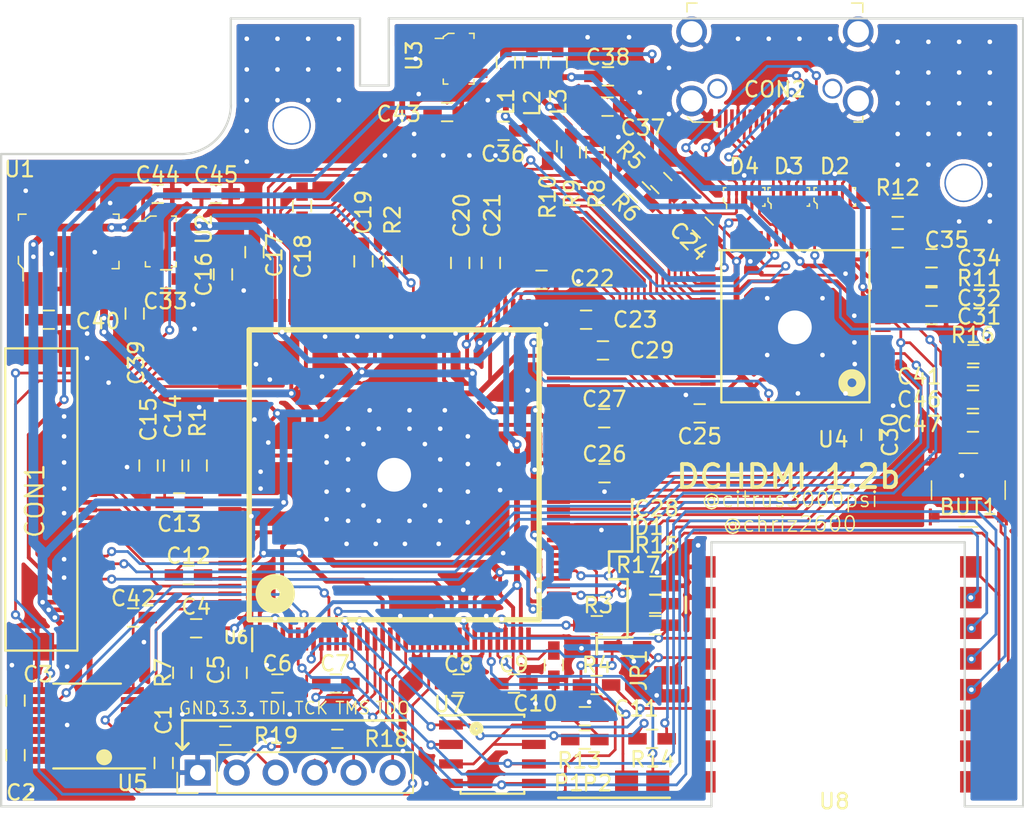
<source format=kicad_pcb>
(kicad_pcb (version 4) (host pcbnew 4.0.7)
  (layers (0 F.Cu signal) (31 B.Cu signal hide) (34 B.Paste user) (35 F.Paste user) (36 B.SilkS user) (37 F.SilkS user) (38 B.Mask user) (39 F.Mask user) (44 Edge.Cuts user))
  (net 0 "")
  (net 1 GND)
  (net 2 "Net-(BUT1-Pad3)")
  (net 3 +3V3)
  (net 4 +2.5)
  (net 5 +1.2)
  (net 6 "Net-(C24-Pad1)")
  (net 7 "Net-(C32-Pad1)")
  (net 8 "Net-(C33-Pad2)")
  (net 9 "Net-(C34-Pad1)")
  (net 10 "Net-(CON2-Pad9)")
  (net 11 "Net-(CON2-Pad8)")
  (net 12 "Net-(CON2-Pad6)")
  (net 13 "Net-(CON2-Pad5)")
  (net 14 "Net-(CON2-Pad3)")
  (net 15 "Net-(CON2-Pad2)")
  (net 16 "Net-(CON2-Pad11)")
  (net 17 "Net-(CON2-Pad12)")
  (net 18 /SCL)
  (net 19 /SDA)
  (net 20 "Net-(CON2-Pad17)")
  (net 21 "Net-(CON2-Pad19)")
  (net 22 /TDI)
  (net 23 /TCK)
  (net 24 /TMS)
  (net 25 /TDO)
  (net 26 "Net-(D1-Pad1)")
  (net 27 /nConf)
  (net 28 +1.8)
  (net 29 "Net-(R1-Pad1)")
  (net 30 "Net-(R2-Pad2)")
  (net 31 "Net-(R3-Pad1)")
  (net 32 /INT)
  (net 33 "Net-(R11-Pad1)")
  (net 34 /CS)
  (net 35 "Net-(R14-Pad1)")
  (net 36 "Net-(U3-Pad4)")
  (net 37 "Net-(U4-Pad2)")
  (net 38 "Net-(U4-Pad3)")
  (net 39 "Net-(U4-Pad4)")
  (net 40 /ADAT)
  (net 41 "Net-(U4-Pad6)")
  (net 42 "Net-(U4-Pad7)")
  (net 43 "Net-(U4-Pad8)")
  (net 44 /ABCK)
  (net 45 /ALRK)
  (net 46 "Net-(U4-Pad37)")
  (net 47 "Net-(U4-Pad38)")
  (net 48 "Net-(U4-Pad39)")
  (net 49 "Net-(U4-Pad40)")
  (net 50 "Net-(U4-Pad41)")
  (net 51 "Net-(U4-Pad42)")
  (net 52 "Net-(U4-Pad43)")
  (net 53 "Net-(U4-Pad44)")
  (net 54 "Net-(U4-Pad45)")
  (net 55 "Net-(U4-Pad46)")
  (net 56 "Net-(U4-Pad47)")
  (net 57 "Net-(U4-Pad48)")
  (net 58 "Net-(U4-Pad49)")
  (net 59 "Net-(U4-Pad50)")
  (net 60 "Net-(U4-Pad52)")
  (net 61 /ADVCLK)
  (net 62 "Net-(U4-Pad54)")
  (net 63 "Net-(U4-Pad55)")
  (net 64 "Net-(U4-Pad56)")
  (net 65 "Net-(U4-Pad57)")
  (net 66 "Net-(U4-Pad58)")
  (net 67 "Net-(U4-Pad59)")
  (net 68 "Net-(U4-Pad60)")
  (net 69 "Net-(U4-Pad61)")
  (net 70 "Net-(U4-Pad62)")
  (net 71 "Net-(U4-Pad63)")
  (net 72 "Net-(U4-Pad64)")
  (net 73 /X1)
  (net 74 "Net-(U5-Pad16)")
  (net 75 /S0)
  (net 76 /S3)
  (net 77 /S2)
  (net 78 /CLK)
  (net 79 /S1)
  (net 80 "Net-(U5-Pad15)")
  (net 81 /MOSI)
  (net 82 /DCLK)
  (net 83 /MISO)
  (net 84 /VCLK)
  (net 85 "Net-(U6-Pad24)")
  (net 86 "Net-(U6-Pad52)")
  (net 87 "Net-(U6-Pad53)")
  (net 88 "Net-(U6-Pad54)")
  (net 89 "Net-(U6-Pad55)")
  (net 90 "Net-(U6-Pad89)")
  (net 91 "Net-(U6-Pad90)")
  (net 92 "Net-(U6-Pad91)")
  (net 93 "Net-(CON1-Pad3)")
  (net 94 "Net-(CON1-Pad4)")
  (net 95 "Net-(CON1-Pad6)")
  (net 96 "Net-(CON1-Pad7)")
  (net 97 "Net-(CON1-Pad9)")
  (net 98 "Net-(CON1-Pad10)")
  (net 99 "Net-(CON1-Pad12)")
  (net 100 "Net-(CON1-Pad13)")
  (net 101 "Net-(U6-Pad126)")
  (net 102 "Net-(U6-Pad127)")
  (net 103 "Net-(U6-Pad128)")
  (net 104 "Net-(U6-Pad129)")
  (net 105 "Net-(CON1-Pad15)")
  (net 106 "Net-(CON1-Pad16)")
  (net 107 "Net-(CON1-Pad18)")
  (net 108 "Net-(CON1-Pad19)")
  (net 109 "Net-(CON1-Pad21)")
  (net 110 "Net-(CON1-Pad22)")
  (net 111 "Net-(CON1-Pad28)")
  (net 112 "Net-(U8-Pad2)")
  (net 113 "Net-(U8-Pad13)")
  (net 114 "Net-(U6-Pad25)")
  (net 115 /SCL_H)
  (net 116 /SDA_H)
  (net 117 "Net-(R16-Pad2)")
  (net 118 /+5)
  (net 119 /PAD1)
  (net 120 /PAD2)
  (net 121 /ESP_SCL)
  (net 122 /ESP_SDA)
  (net 123 "Net-(U8-Pad16)")
  (net 124 "Net-(U8-Pad15)")
  (net 125 "Net-(R7-Pad2)")
  (module pads:via-3mm (layer F.Cu) (at 184.58 103.45)
    (fp_text reference "" (at 0 0.5) (layer F.SilkS))
    (fp_text value "")
    (pad 1 thru_hole circle (at 0 0) (size 0.6 0.6) (drill 0.3) (layers *.Cu) (net 1 GND))
  )
  (module pads:via-3mm (layer F.Cu) (at 164.72 109.76)
    (fp_text reference "" (at 0 0.5) (layer F.SilkS))
    (fp_text value "")
    (pad 1 thru_hole circle (at 0 0) (size 0.6 0.6) (drill 0.3) (layers *.Cu) (net 1 GND))
  )
  (module pads:via-3mm (layer F.Cu) (at 177.6 96.19)
    (fp_text reference "" (at 0 0.5) (layer F.SilkS))
    (fp_text value "")
    (pad 1 thru_hole circle (at 0 0) (size 0.6 0.6) (drill 0.3) (layers *.Cu) (net 1 GND))
  )
  (module pads:via-3mm (layer F.Cu) (at 177.58 94.78)
    (fp_text reference "" (at 0 0.5) (layer F.SilkS))
    (fp_text value "")
    (pad 1 thru_hole circle (at 0 0) (size 0.6 0.6) (drill 0.3) (layers *.Cu) (net 1 GND))
  )
  (module pads:via-3mm (layer F.Cu) (at 177.57 93.04)
    (fp_text reference "" (at 0 0.5) (layer F.SilkS))
    (fp_text value "")
    (pad 1 thru_hole circle (at 0 0) (size 0.6 0.6) (drill 0.3) (layers *.Cu) (net 1 GND))
  )
  (module pads:2.3_hole_mount (layer F.Cu) (at 184.69 84.39)
    (fp_text reference "" (at 0 0.5) (layer F.SilkS))
    (fp_text value "")
    (pad "" thru_hole circle (at 0 0) (size 2.5 2.5) (drill 2.3) (layers *.Cu *.Mask))
  )
  (module pads:via-3mm (layer F.Cu) (at 138 83)
    (fp_text reference "" (at 0 0.5) (layer F.SilkS))
    (fp_text value "")
    (pad 1 thru_hole circle (at 0 0) (size 0.6 0.6) (drill 0.3) (layers *.Cu) (net 1 GND))
  )
  (module pads:via-3mm (layer F.Cu) (at 138 81)
    (fp_text reference "" (at 0 0.5) (layer F.SilkS))
    (fp_text value "")
    (pad 1 thru_hole circle (at 0 0) (size 0.6 0.6) (drill 0.3) (layers *.Cu) (net 1 GND))
  )
  (module pads:via-3mm (layer F.Cu) (at 138 79)
    (fp_text reference "" (at 0 0.5) (layer F.SilkS))
    (fp_text value "")
    (pad 1 thru_hole circle (at 0 0) (size 0.6 0.6) (drill 0.3) (layers *.Cu) (net 1 GND))
  )
  (module pads:via-3mm (layer F.Cu) (at 140 79)
    (fp_text reference "" (at 0 0.5) (layer F.SilkS))
    (fp_text value "")
    (pad 1 thru_hole circle (at 0 0) (size 0.6 0.6) (drill 0.3) (layers *.Cu) (net 1 GND))
  )
  (module pads:via-3mm (layer F.Cu) (at 142 79)
    (fp_text reference "" (at 0 0.5) (layer F.SilkS))
    (fp_text value "")
    (pad 1 thru_hole circle (at 0 0) (size 0.6 0.6) (drill 0.3) (layers *.Cu) (net 1 GND))
  )
  (module pads:via-3mm (layer F.Cu) (at 144 79)
    (fp_text reference "" (at 0 0.5) (layer F.SilkS))
    (fp_text value "")
    (pad 1 thru_hole circle (at 0 0) (size 0.6 0.6) (drill 0.3) (layers *.Cu) (net 1 GND))
  )
  (module pads:via-3mm (layer F.Cu) (at 144 77)
    (fp_text reference "" (at 0 0.5) (layer F.SilkS))
    (fp_text value "")
    (pad 1 thru_hole circle (at 0 0) (size 0.6 0.6) (drill 0.3) (layers *.Cu) (net 1 GND))
  )
  (module pads:via-3mm (layer F.Cu) (at 142 77)
    (fp_text reference "" (at 0 0.5) (layer F.SilkS))
    (fp_text value "")
    (pad 1 thru_hole circle (at 0 0) (size 0.6 0.6) (drill 0.3) (layers *.Cu) (net 1 GND))
  )
  (module pads:via-3mm (layer F.Cu) (at 140 77)
    (fp_text reference "" (at 0 0.5) (layer F.SilkS))
    (fp_text value "")
    (pad 1 thru_hole circle (at 0 0) (size 0.6 0.6) (drill 0.3) (layers *.Cu) (net 1 GND))
  )
  (module pads:via-3mm (layer F.Cu) (at 138 77)
    (fp_text reference "" (at 0 0.5) (layer F.SilkS))
    (fp_text value "")
    (pad 1 thru_hole circle (at 0 0) (size 0.6 0.6) (drill 0.3) (layers *.Cu) (net 1 GND))
  )
  (module pads:via-3mm (layer F.Cu) (at 144 75)
    (fp_text reference "" (at 0 0.5) (layer F.SilkS))
    (fp_text value "")
    (pad 1 thru_hole circle (at 0 0) (size 0.6 0.6) (drill 0.3) (layers *.Cu) (net 1 GND))
  )
  (module pads:via-3mm (layer F.Cu) (at 142 75)
    (fp_text reference "" (at 0 0.5) (layer F.SilkS))
    (fp_text value "")
    (pad 1 thru_hole circle (at 0 0) (size 0.6 0.6) (drill 0.3) (layers *.Cu) (net 1 GND))
  )
  (module pads:via-3mm (layer F.Cu) (at 140 75)
    (fp_text reference "" (at 0 0.5) (layer F.SilkS))
    (fp_text value "")
    (pad 1 thru_hole circle (at 0 0) (size 0.6 0.6) (drill 0.3) (layers *.Cu) (net 1 GND))
  )
  (module pads:via-3mm (layer F.Cu) (at 138 75)
    (fp_text reference "" (at 0 0.5) (layer F.SilkS))
    (fp_text value "")
    (pad 1 thru_hole circle (at 0 0) (size 0.6 0.6) (drill 0.3) (layers *.Cu) (net 1 GND))
  )
  (module pads:via-3mm (layer F.Cu) (at 170 75)
    (fp_text reference "" (at 0 0.5) (layer F.SilkS))
    (fp_text value "")
    (pad 1 thru_hole circle (at 0 0) (size 0.6 0.6) (drill 0.3) (layers *.Cu) (net 1 GND))
  )
  (module pads:via-3mm (layer F.Cu) (at 172 75)
    (fp_text reference "" (at 0 0.5) (layer F.SilkS))
    (fp_text value "")
    (pad 1 thru_hole circle (at 0 0) (size 0.6 0.6) (drill 0.3) (layers *.Cu) (net 1 GND))
  )
  (module pads:via-3mm (layer F.Cu) (at 176 75)
    (fp_text reference "" (at 0 0.5) (layer F.SilkS))
    (fp_text value "")
    (pad 1 thru_hole circle (at 0 0) (size 0.6 0.6) (drill 0.3) (layers *.Cu) (net 1 GND))
  )
  (module pads:via-3mm (layer F.Cu) (at 174 75)
    (fp_text reference "" (at 0 0.5) (layer F.SilkS))
    (fp_text value "")
    (pad 1 thru_hole circle (at 0 0) (size 0.6 0.6) (drill 0.3) (layers *.Cu) (net 1 GND))
  )
  (module pads:via-3mm (layer F.Cu) (at 171.9 91.9)
    (fp_text reference "" (at 0 0.5) (layer F.SilkS))
    (fp_text value "")
    (pad 1 thru_hole circle (at 0 0) (size 0.6 0.6) (drill 0.3) (layers *.Cu *.Mask) (net 1 GND))
  )
  (module pads:via-3mm (layer F.Cu) (at 171.9 95.6)
    (fp_text reference "" (at 0 0.5) (layer F.SilkS))
    (fp_text value "")
    (pad 1 thru_hole circle (at 0 0) (size 0.6 0.6) (drill 0.3) (layers *.Cu *.Mask) (net 1 GND))
  )
  (module pads:via-3mm (layer F.Cu) (at 175.5 95.6)
    (fp_text reference "" (at 0 0.5) (layer F.SilkS))
    (fp_text value "")
    (pad 1 thru_hole circle (at 0 0) (size 0.6 0.6) (drill 0.3) (layers *.Cu *.Mask) (net 1 GND))
  )
  (module pads:via-3mm (layer F.Cu) (at 175.5 91.9)
    (fp_text reference "" (at 0 0.5) (layer F.SilkS))
    (fp_text value "")
    (pad 1 thru_hole circle (at 0 0) (size 0.6 0.6) (drill 0.3) (layers *.Cu *.Mask) (net 1 GND))
  )
  (module pads:Via_Large (layer F.Cu) (at 173.7 93.8)
    (fp_text reference "" (at 0 0.5) (layer F.SilkS))
    (fp_text value "")
    (pad 1 thru_hole circle (at 0 0) (size 3 3) (drill 2.2) (layers *.Cu *.Mask) (net 1 GND))
  )
  (module pads:via-3mm (layer F.Cu) (at 163.6 78.5)
    (fp_text reference "" (at 0 0.5) (layer F.SilkS))
    (fp_text value "")
    (pad 1 thru_hole circle (at 0 0) (size 0.6 0.6) (drill 0.3) (layers *.Cu) (net 1 GND))
  )
  (module pads:via-3mm (layer F.Cu) (at 162.2 81.4)
    (fp_text reference "" (at 0 0.5) (layer F.SilkS))
    (fp_text value "")
    (pad 1 thru_hole circle (at 0 0) (size 0.6 0.6) (drill 0.3) (layers *.Cu) (net 1 GND))
  )
  (module pads:via-3mm (layer F.Cu) (at 165.5 79.9)
    (fp_text reference "" (at 0 0.5) (layer F.SilkS))
    (fp_text value "")
    (pad 1 thru_hole circle (at 0 0) (size 0.6 0.6) (drill 0.3) (layers *.Cu) (net 1 GND))
  )
  (module pads:via-3mm (layer F.Cu) (at 165.5 76.9)
    (fp_text reference "" (at 0 0.5) (layer F.SilkS))
    (fp_text value "")
    (pad 1 thru_hole circle (at 0 0) (size 0.6 0.6) (drill 0.3) (layers *.Cu) (net 1 GND))
  )
  (module pads:via-3mm (layer F.Cu) (at 162.9 74.9)
    (fp_text reference "" (at 0 0.5) (layer F.SilkS))
    (fp_text value "")
    (pad 1 thru_hole circle (at 0 0) (size 0.6 0.6) (drill 0.3) (layers *.Cu) (net 1 GND))
  )
  (module pads:via-3mm (layer F.Cu) (at 160.2 74.9)
    (fp_text reference "" (at 0 0.5) (layer F.SilkS))
    (fp_text value "")
    (pad 1 thru_hole circle (at 0 0) (size 0.6 0.6) (drill 0.3) (layers *.Cu) (net 1 GND))
  )
  (module pads:via-3mm (layer F.Cu) (at 149.7 123.5)
    (fp_text reference "" (at 0 0.5) (layer F.SilkS))
    (fp_text value "")
    (pad 1 thru_hole circle (at 0 0) (size 0.6 0.6) (drill 0.3) (layers *.Cu) (net 1 GND))
  )
  (module pads:via-3mm (layer F.Cu) (at 177 90.3)
    (fp_text reference "" (at 0 0.5) (layer F.SilkS))
    (fp_text value "")
    (pad 1 thru_hole circle (at 0 0) (size 0.6 0.6) (drill 0.3) (layers *.Cu) (net 1 GND))
  )
  (module pads:via-3mm (layer F.Cu) (at 173.9 98.1)
    (fp_text reference "" (at 0 0.5) (layer F.SilkS))
    (fp_text value "")
    (pad 1 thru_hole circle (at 0 0) (size 0.6 0.6) (drill 0.3) (layers *.Cu) (net 1 GND))
  )
  (module pads:via-3mm (layer F.Cu) (at 177 98.1)
    (fp_text reference "" (at 0 0.5) (layer F.SilkS))
    (fp_text value "")
    (pad 1 thru_hole circle (at 0 0) (size 0.6 0.6) (drill 0.3) (layers *.Cu) (net 1 GND))
  )
  (module pads:via-3mm (layer F.Cu) (at 153.2 94.8)
    (fp_text reference "" (at 0 0.5) (layer F.SilkS))
    (fp_text value "")
    (pad 1 thru_hole circle (at 0 0) (size 0.6 0.6) (drill 0.3) (layers *.Cu) (net 1 GND))
  )
  (module pads:via-3mm (layer F.Cu) (at 156.8 118.3)
    (fp_text reference "" (at 0 0.5 90) (layer F.SilkS))
    (fp_text value "")
    (pad 1 thru_hole circle (at 0 0) (size 0.6 0.6) (drill 0.3) (layers *.Cu) (net 1 GND))
  )
  (module pads:via-3mm (layer F.Cu) (at 160.3 118.2)
    (fp_text reference "" (at 0 0.5) (layer F.SilkS))
    (fp_text value "")
    (pad 1 thru_hole circle (at 0 0) (size 0.6 0.6) (drill 0.3) (layers *.Cu) (net 1 GND))
  )
  (module pads:via-3mm (layer F.Cu) (at 149.2 78.6)
    (fp_text reference "" (at 0 0.5) (layer F.SilkS))
    (fp_text value "")
    (pad 1 thru_hole circle (at 0 0) (size 0.6 0.6) (drill 0.3) (layers *.Cu) (net 1 GND))
  )
  (module pads:via-3mm (layer F.Cu) (at 149 76.3)
    (fp_text reference "" (at 0 0.5) (layer F.SilkS))
    (fp_text value "")
    (pad 1 thru_hole circle (at 0 0) (size 0.6 0.6) (drill 0.3) (layers *.Cu) (net 1 GND))
  )
  (module pads:via-3mm (layer F.Cu) (at 161.3 104.5)
    (fp_text reference "" (at 0 0.5) (layer F.SilkS))
    (fp_text value "")
    (pad 1 thru_hole circle (at 0 0) (size 0.6 0.6) (drill 0.3) (layers *.Cu) (net 1 GND))
  )
  (module pads:via-3mm (layer F.Cu) (at 161.1 107)
    (fp_text reference "" (at 0 0.5) (layer F.SilkS))
    (fp_text value "")
    (pad 1 thru_hole circle (at 0 0) (size 0.6 0.6) (drill 0.3) (layers *.Cu) (net 1 GND))
  )
  (module pads:via-3mm (layer F.Cu) (at 154.7 108.5)
    (fp_text reference "" (at 0 0.5) (layer F.SilkS))
    (fp_text value "")
    (pad 1 thru_hole circle (at 0 0) (size 0.6 0.6) (drill 0.3) (layers *.Cu) (net 1 GND))
  )
  (module pads:via-3mm (layer F.Cu) (at 138.3 106.1)
    (fp_text reference "" (at 0 0.5) (layer F.SilkS))
    (fp_text value "")
    (pad 1 thru_hole circle (at 0 0) (size 0.6 0.6) (drill 0.3) (layers *.Cu) (net 1 GND))
  )
  (module pads:via-3mm (layer F.Cu) (at 126.6 115.9)
    (fp_text reference "" (at 0 0.5) (layer F.SilkS))
    (fp_text value "")
    (pad 1 thru_hole circle (at -0.3 0) (size 0.6 0.6) (drill 0.3) (layers *.Cu) (net 1 GND))
  )
  (module pads:via-3mm (layer F.Cu) (at 122.7 115.8)
    (fp_text reference "" (at 0 0.5) (layer F.SilkS))
    (fp_text value "")
    (pad 1 thru_hole circle (at 0 0) (size 0.6 0.6) (drill 0.3) (layers *.Cu) (net 1 GND))
  )
  (module pads:via-3mm (layer F.Cu) (at 124 123.9)
    (fp_text reference "" (at 0 0.5) (layer F.SilkS))
    (fp_text value "")
    (pad 1 thru_hole circle (at 0 0) (size 0.6 0.6) (drill 0.3) (layers *.Cu) (net 1 GND))
  )
  (module pads:via-3mm (layer F.Cu) (at 139.3 115.8)
    (fp_text reference "" (at 0 0.5) (layer F.SilkS))
    (fp_text value "")
    (pad 1 thru_hole circle (at 0 0) (size 0.6 0.6) (drill 0.3) (layers *.Cu) (net 1 GND))
  )
  (module pads:via-3mm (layer F.Cu) (at 170.4 83.9)
    (fp_text reference "" (at 0 0.5) (layer F.SilkS))
    (fp_text value "")
    (pad 1 thru_hole circle (at 0 0) (size 0.6 0.6) (drill 0.3) (layers *.Cu) (net 1 GND))
  )
  (module pads:via-3mm (layer F.Cu) (at 173.3 83.6)
    (fp_text reference "" (at 0 0.5) (layer F.SilkS))
    (fp_text value "")
    (pad 1 thru_hole circle (at 0 0) (size 0.6 0.6) (drill 0.3) (layers *.Cu) (net 1 GND))
  )
  (module pads:via-3mm (layer F.Cu) (at 176.3 83.8)
    (fp_text reference "" (at 0 0.5) (layer F.SilkS))
    (fp_text value "")
    (pad 1 thru_hole circle (at 0 0) (size 0.6 0.6) (drill 0.3) (layers *.Cu) (net 1 GND))
  )
  (module pads:via-3mm (layer F.Cu) (at 167.4 108)
    (fp_text reference "" (at 0 0.5) (layer F.SilkS))
    (fp_text value "")
    (pad 1 thru_hole circle (at 0 0) (size 0.6 0.6) (drill 0.3) (layers *.Cu) (net 1 GND))
  )
  (module pads:via-3mm (layer F.Cu) (at 166.6 98.2)
    (fp_text reference "" (at 0 0.5) (layer F.SilkS))
    (fp_text value "")
    (pad 1 thru_hole circle (at 0 0) (size 0.6 0.6) (drill 0.3) (layers *.Cu) (net 1 GND))
  )
  (module pads:via-3mm (layer F.Cu) (at 170.8 89.5)
    (fp_text reference "" (at 0 0.5) (layer F.SilkS))
    (fp_text value "")
    (pad 1 thru_hole circle (at 0 0) (size 0.6 0.6) (drill 0.3) (layers *.Cu) (net 1 GND))
  )
  (module pads:via-3mm (layer F.Cu) (at 180.1 98.9)
    (fp_text reference "" (at 0 0.5) (layer F.SilkS))
    (fp_text value "")
    (pad 1 thru_hole circle (at 0 0) (size 0.6 0.6) (drill 0.3) (layers *.Cu) (net 1 GND))
  )
  (module pads:via-3mm (layer F.Cu) (at 131.3 114.3)
    (fp_text reference "" (at 0 0.5) (layer F.SilkS))
    (fp_text value "")
    (pad 1 thru_hole circle (at 0 0) (size 0.6 0.6) (drill 0.3) (layers *.Cu) (net 1 GND))
  )
  (module pads:via-3mm (layer F.Cu) (at 126.3 119.7)
    (fp_text reference "" (at 0 0.5) (layer F.SilkS))
    (fp_text value "")
    (pad 1 thru_hole circle (at 0 0) (size 0.6 0.6) (drill 0.3) (layers *.Cu) (net 1 GND))
  )
  (module pads:via-3mm (layer F.Cu) (at 145.2 94.4)
    (fp_text reference "" (at 0 0.5) (layer F.SilkS))
    (fp_text value "")
    (pad 1 thru_hole circle (at 0 0) (size 0.6 0.6) (drill 0.3) (layers *.Cu) (net 1 GND))
  )
  (module pads:via-3mm (layer F.Cu) (at 151.6 94.2)
    (fp_text reference "" (at 0 0.5) (layer F.SilkS))
    (fp_text value "")
    (pad 1 thru_hole circle (at 0 0) (size 0.6 0.6) (drill 0.3) (layers *.Cu) (net 1 GND))
  )
  (module pads:via-3mm (layer F.Cu) (at 129.1 85.7)
    (fp_text reference "" (at 0 0.5) (layer F.SilkS))
    (fp_text value "")
    (pad 1 thru_hole circle (at 0 0) (size 0.6 0.6) (drill 0.3) (layers *.Cu) (net 1 GND))
  )
  (module pads:via-3mm (layer F.Cu) (at 123.6 84.9)
    (fp_text reference "" (at 0 0.5) (layer F.SilkS))
    (fp_text value "")
    (pad 1 thru_hole circle (at 0 0) (size 0.6 0.6) (drill 0.3) (layers *.Cu) (net 1 GND))
  )
  (module pads:via-3mm (layer F.Cu) (at 125.3 89)
    (fp_text reference "" (at 0 0.5) (layer F.SilkS))
    (fp_text value "")
    (pad 1 thru_hole circle (at 0 0) (size 0.6 0.6) (drill 0.3) (layers *.Cu) (net 1 GND))
  )
  (module pads:via-3mm (layer F.Cu) (at 128.1 88.9)
    (fp_text reference "" (at 0 0.5) (layer F.SilkS))
    (fp_text value "")
    (pad 1 thru_hole circle (at 0 0) (size 0.6 0.6) (drill 0.3) (layers *.Cu) (net 1 GND))
  )
  (module pads:via-3mm (layer F.Cu) (at 127.6 94.2)
    (fp_text reference "" (at 0 0.5) (layer F.SilkS))
    (fp_text value "")
    (pad 1 thru_hole circle (at 0 0) (size 0.6 0.6) (drill 0.3) (layers *.Cu) (net 1 GND))
  )
  (module pads:via-3mm (layer F.Cu) (at 127.6 95.8)
    (fp_text reference "" (at 0 0.5) (layer F.SilkS))
    (fp_text value "")
    (pad 1 thru_hole circle (at 0 0) (size 0.6 0.6) (drill 0.3) (layers *.Cu) (net 1 GND))
  )
  (module pads:via-3mm (layer F.Cu) (at 137.8 91.4)
    (fp_text reference "" (at 0 0.5) (layer F.SilkS))
    (fp_text value "")
    (pad 1 thru_hole circle (at 0 0) (size 0.6 0.6) (drill 0.3) (layers *.Cu) (net 1 GND))
  )
  (module pads:via-3mm (layer F.Cu) (at 134.6 93.9)
    (fp_text reference "" (at 0 0.5) (layer F.SilkS))
    (fp_text value "")
    (pad 1 thru_hole circle (at 0 0) (size 0.6 0.6) (drill 0.3) (layers *.Cu) (net 1 GND))
  )
  (module pads:via-3mm (layer F.Cu) (at 134.5 92.3)
    (fp_text reference "" (at 0 0.5) (layer F.SilkS))
    (fp_text value "")
    (pad 1 thru_hole circle (at 0 0) (size 0.6 0.6) (drill 0.3) (layers *.Cu) (net 1 GND))
  )
  (module pads:via-3mm (layer F.Cu) (at 153.7 79)
    (fp_text reference "" (at 0 0.5) (layer F.SilkS))
    (fp_text value "")
    (pad 1 thru_hole circle (at 0 0) (size 0.6 0.6) (drill 0.3) (layers *.Cu) (net 1 GND))
  )
  (module pads:via-3mm (layer F.Cu) (at 148.9 81.2)
    (fp_text reference "" (at 0 0.5) (layer F.SilkS))
    (fp_text value "")
    (pad 1 thru_hole circle (at 0 0) (size 0.6 0.6) (drill 0.3) (layers *.Cu) (net 1 GND))
  )
  (module pads:via-3mm (layer F.Cu) (at 147 82.6)
    (fp_text reference "" (at 0 0.5) (layer F.SilkS))
    (fp_text value "")
    (pad 1 thru_hole circle (at 0 0) (size 0.6 0.6) (drill 0.3) (layers *.Cu) (net 1 GND))
  )
  (module pads:via-3mm (layer F.Cu) (at 148.9 82.6)
    (fp_text reference "" (at 0 0.5) (layer F.SilkS))
    (fp_text value "")
    (pad 1 thru_hole circle (at 0 0) (size 0.6 0.6) (drill 0.3) (layers *.Cu) (net 1 GND))
  )
  (module pads:via-3mm (layer F.Cu) (at 150.8 82.6)
    (fp_text reference "" (at 0 0.5) (layer F.SilkS))
    (fp_text value "")
    (pad 1 thru_hole circle (at 0 0) (size 0.6 0.6) (drill 0.3) (layers *.Cu) (net 1 GND))
  )
  (module pads:via-3mm (layer F.Cu) (at 152.5 82.6)
    (fp_text reference "" (at 0 0.5) (layer F.SilkS))
    (fp_text value "")
    (pad 1 thru_hole circle (at 0 0) (size 0.6 0.6) (drill 0.3) (layers *.Cu) (net 1 GND))
  )
  (module pads:via-3mm (layer F.Cu) (at 154.2 82.6)
    (fp_text reference "" (at 0 0.5) (layer F.SilkS))
    (fp_text value "")
    (pad 1 thru_hole circle (at 0 0) (size 0.6 0.6) (drill 0.3) (layers *.Cu) (net 1 GND))
  )
  (module pads:via-3mm (layer F.Cu) (at 152.3 115.8)
    (fp_text reference "" (at 0 0.5) (layer F.SilkS))
    (fp_text value "")
    (pad 1 thru_hole circle (at 0 0) (size 0.6 0.6) (drill 0.3) (layers *.Cu) (net 1 GND))
  )
  (module pads:via-3mm (layer F.Cu) (at 159.8 114.7)
    (fp_text reference "" (at 0 0.5) (layer F.SilkS))
    (fp_text value "")
    (pad 1 thru_hole circle (at 0 0) (size 0.6 0.6) (drill 0.3) (layers *.Cu) (net 1 GND))
  )
  (module pads:via-3mm (layer F.Cu) (at 164.7 117.77)
    (fp_text reference "" (at 0 0.5) (layer F.SilkS))
    (fp_text value "")
    (pad 1 thru_hole circle (at 0 0) (size 0.6 0.6) (drill 0.3) (layers *.Cu) (net 1 GND))
  )
  (module pads:via-3mm (layer F.Cu) (at 130.2 102.9)
    (fp_text reference "" (at 0 0.5) (layer F.SilkS))
    (fp_text value "")
    (pad 1 thru_hole circle (at 0 0) (size 0.6 0.6) (drill 0.3) (layers *.Cu) (net 1 GND))
  )
  (module pads:via-3mm (layer F.Cu) (at 134.9 99)
    (fp_text reference "" (at 0 0.5) (layer F.SilkS))
    (fp_text value "")
    (pad 1 thru_hole circle (at 0 0) (size 0.6 0.6) (drill 0.3) (layers *.Cu) (net 1 GND))
  )
  (module pads:via-3mm (layer F.Cu) (at 129 97.4)
    (fp_text reference "" (at 0 0.5) (layer F.SilkS))
    (fp_text value "")
    (pad 1 thru_hole circle (at 0 0) (size 0.6 0.6) (drill 0.3) (layers *.Cu) (net 1 GND))
  )
  (module pads:via-3mm (layer F.Cu) (at 126.1 99.6)
    (fp_text reference "" (at 0 0.5) (layer F.SilkS))
    (fp_text value "")
    (pad 1 thru_hole circle (at 0 0) (size 0.6 0.6) (drill 0.3) (layers *.Cu) (net 1 GND))
  )
  (module pads:via-3mm (layer F.Cu) (at 126.1 100.9)
    (fp_text reference "" (at 0 0.5) (layer F.SilkS))
    (fp_text value "")
    (pad 1 thru_hole circle (at 0 0) (size 0.6 0.6) (drill 0.3) (layers *.Cu) (net 1 GND))
  )
  (module pads:via-3mm (layer F.Cu) (at 126.1 102.6)
    (fp_text reference "" (at 0 0.5) (layer F.SilkS))
    (fp_text value "")
    (pad 1 thru_hole circle (at 0 0) (size 0.6 0.6) (drill 0.3) (layers *.Cu) (net 1 GND))
  )
  (module pads:via-3mm (layer F.Cu) (at 126.1 104.3)
    (fp_text reference "" (at 0 0.5) (layer F.SilkS))
    (fp_text value "")
    (pad 1 thru_hole circle (at 0 0) (size 0.6 0.6) (drill 0.3) (layers *.Cu) (net 1 GND))
  )
  (module pads:via-3mm (layer F.Cu) (at 126.1 105.9)
    (fp_text reference "" (at 0 0.5) (layer F.SilkS))
    (fp_text value "")
    (pad 1 thru_hole circle (at 0 0) (size 0.6 0.6) (drill 0.3) (layers *.Cu) (net 1 GND))
  )
  (module pads:via-3mm (layer F.Cu) (at 126.1 108.9)
    (fp_text reference "" (at 0 0.5) (layer F.SilkS))
    (fp_text value "")
    (pad 1 thru_hole circle (at 0 0) (size 0.6 0.6) (drill 0.3) (layers *.Cu) (net 1 GND))
  )
  (module pads:via-3mm (layer F.Cu) (at 126.1 110.1)
    (fp_text reference "" (at 0 0.5) (layer F.SilkS))
    (fp_text value "")
    (pad 1 thru_hole circle (at 0 0) (size 0.6 0.6) (drill 0.3) (layers *.Cu) (net 1 GND))
  )
  (module pads:via-3mm (layer F.Cu) (at 138.3 119)
    (fp_text reference "" (at 0 0.5) (layer F.SilkS))
    (fp_text value "")
    (pad 1 thru_hole circle (at 0 0) (size 0.6 0.6) (drill 0.3) (layers *.Cu) (net 1 GND))
  )
  (module pads:via-3mm (layer F.Cu) (at 140.8 119)
    (fp_text reference "" (at 0 0.5) (layer F.SilkS))
    (fp_text value "")
    (pad 1 thru_hole circle (at 0 0) (size 0.6 0.6) (drill 0.3) (layers *.Cu) (net 1 GND))
  )
  (module pads:via-3mm (layer F.Cu) (at 135.9 119)
    (fp_text reference "" (at 0 0.5) (layer F.SilkS))
    (fp_text value "")
    (pad 1 thru_hole circle (at 0 0) (size 0.6 0.6) (drill 0.3) (layers *.Cu) (net 1 GND))
  )
  (module pads:via-3mm (layer F.Cu) (at 133.8 119)
    (fp_text reference "" (at 0 0.5) (layer F.SilkS))
    (fp_text value "")
    (pad 1 thru_hole circle (at 0 0) (size 0.6 0.6) (drill 0.3) (layers *.Cu) (net 1 GND))
  )
  (module pads:via-3mm (layer F.Cu) (at 152.1 110.9)
    (fp_text reference "" (at 0 0.5) (layer F.SilkS))
    (fp_text value "")
    (pad 1 thru_hole circle (at 0 0) (size 0.6 0.6) (drill 0.3) (layers *.Cu) (net 1 GND))
  )
  (module pads:via-3mm (layer F.Cu) (at 153.6 112.6)
    (fp_text reference "" (at 0 0.5) (layer F.SilkS))
    (fp_text value "")
    (pad 1 thru_hole circle (at 0 0) (size 0.6 0.6) (drill 0.3) (layers *.Cu) (net 1 GND))
  )
  (module pads:via-3mm (layer F.Cu) (at 150 112.6)
    (fp_text reference "" (at 0 0.5) (layer F.SilkS))
    (fp_text value "")
    (pad 1 thru_hole circle (at 0 0) (size 0.6 0.6) (drill 0.3) (layers *.Cu) (net 1 GND))
  )
  (module pads:via-3mm (layer F.Cu) (at 148 112.6)
    (fp_text reference "" (at 0 0.5) (layer F.SilkS))
    (fp_text value "")
    (pad 1 thru_hole circle (at 0 0) (size 0.6 0.6) (drill 0.3) (layers *.Cu) (net 1 GND))
  )
  (module pads:via-3mm (layer F.Cu) (at 159.6 90.8)
    (fp_text reference "" (at 0 0.5) (layer F.SilkS))
    (fp_text value "")
    (pad 1 thru_hole circle (at 0 0) (size 0.6 0.6) (drill 0.3) (layers *.Cu) (net 1 GND))
  )
  (module pads:via-3mm (layer F.Cu) (at 157.5 93.6)
    (fp_text reference "" (at 0 0.5) (layer F.SilkS))
    (fp_text value "")
    (pad 1 thru_hole circle (at 0 0) (size 0.6 0.6) (drill 0.3) (layers *.Cu) (net 1 GND))
  )
  (module pads:via-3mm (layer F.Cu) (at 156.3 97.9)
    (fp_text reference "" (at 0 0.5) (layer F.SilkS))
    (fp_text value "")
    (pad 1 thru_hole circle (at 0 0) (size 0.6 0.6) (drill 0.3) (layers *.Cu) (net 1 GND))
  )
  (module pads:via-3mm (layer F.Cu) (at 154.5 104.4)
    (fp_text reference "" (at 0 0.5) (layer F.SilkS))
    (fp_text value "")
    (pad 1 thru_hole circle (at 0 0) (size 0.6 0.6) (drill 0.3) (layers *.Cu) (net 1 GND))
  )
  (module pads:via-3mm (layer F.Cu) (at 154.4 102.7)
    (fp_text reference "" (at 0 0.5) (layer F.SilkS))
    (fp_text value "")
    (pad 1 thru_hole circle (at 0 0) (size 0.6 0.6) (drill 0.3) (layers *.Cu) (net 1 GND))
  )
  (module pads:via-3mm (layer F.Cu) (at 146 99.2)
    (fp_text reference "" (at 0 0.5) (layer F.SilkS))
    (fp_text value "")
    (pad 1 thru_hole circle (at 0 0) (size 0.6 0.6) (drill 0.3) (layers *.Cu) (net 1 GND))
  )
  (module pads:via-3mm (layer F.Cu) (at 148.6 99.2)
    (fp_text reference "" (at 0 0.5) (layer F.SilkS))
    (fp_text value "")
    (pad 1 thru_hole circle (at 0 0) (size 0.6 0.6) (drill 0.3) (layers *.Cu) (net 1 GND))
  )
  (module pads:via-3mm (layer F.Cu) (at 150.9 99.2)
    (fp_text reference "" (at 0 0.5) (layer F.SilkS))
    (fp_text value "")
    (pad 1 thru_hole circle (at 0 0) (size 0.6 0.6) (drill 0.3) (layers *.Cu) (net 1 GND))
  )
  (module pads:via-3mm (layer F.Cu) (at 152.4 100.9)
    (fp_text reference "" (at 0 0.5) (layer F.SilkS))
    (fp_text value "")
    (pad 1 thru_hole circle (at 0 0) (size 0.6 0.6) (drill 0.3) (layers *.Cu) (net 1 GND))
  )
  (module pads:via-3mm (layer F.Cu) (at 152.4 102.7)
    (fp_text reference "" (at 0 0.5) (layer F.SilkS))
    (fp_text value "")
    (pad 1 thru_hole circle (at 0 0) (size 0.6 0.6) (drill 0.3) (layers *.Cu) (net 1 GND))
  )
  (module pads:via-3mm (layer F.Cu) (at 152.4 104.5)
    (fp_text reference "" (at 0 0.5) (layer F.SilkS))
    (fp_text value "")
    (pad 1 thru_hole circle (at 0 0) (size 0.6 0.6) (drill 0.3) (layers *.Cu) (net 1 GND))
  )
  (module pads:via-3mm (layer F.Cu) (at 152.4 106.5)
    (fp_text reference "" (at 0 0.5) (layer F.SilkS))
    (fp_text value "")
    (pad 1 thru_hole circle (at 0 0) (size 0.6 0.6) (drill 0.3) (layers *.Cu) (net 1 GND))
  )
  (module pads:via-3mm (layer F.Cu) (at 150.5 107.9)
    (fp_text reference "" (at 0 0.5) (layer F.SilkS))
    (fp_text value "")
    (pad 1 thru_hole circle (at 0 0) (size 0.6 0.6) (drill 0.3) (layers *.Cu) (net 1 GND))
  )
  (module pads:via-3mm (layer F.Cu) (at 148.3 107.9)
    (fp_text reference "" (at 0 0.5) (layer F.SilkS))
    (fp_text value "")
    (pad 1 thru_hole circle (at 0 0) (size 0.6 0.6) (drill 0.3) (layers *.Cu) (net 1 GND))
  )
  (module pads:via-3mm (layer F.Cu) (at 146.4 107.9)
    (fp_text reference "" (at 0 0.5) (layer F.SilkS))
    (fp_text value "")
    (pad 1 thru_hole circle (at 0 0) (size 0.6 0.6) (drill 0.3) (layers *.Cu) (net 1 GND))
  )
  (module pads:via-3mm (layer F.Cu) (at 144.5 107.9)
    (fp_text reference "" (at 0 0.5) (layer F.SilkS))
    (fp_text value "")
    (pad 1 thru_hole circle (at 0 0) (size 0.6 0.6) (drill 0.3) (layers *.Cu) (net 1 GND))
  )
  (module pads:via-3mm (layer F.Cu) (at 143.2 106.3)
    (fp_text reference "" (at 0 0.5) (layer F.SilkS))
    (fp_text value "")
    (pad 1 thru_hole circle (at 0 0) (size 0.6 0.6) (drill 0.3) (layers *.Cu) (net 1 GND))
  )
  (module pads:via-3mm (layer F.Cu) (at 143.2 104.5)
    (fp_text reference "" (at 0 0.5) (layer F.SilkS))
    (fp_text value "")
    (pad 1 thru_hole circle (at 0 0) (size 0.6 0.6) (drill 0.3) (layers *.Cu) (net 1 GND))
  )
  (module pads:via-3mm (layer F.Cu) (at 143.2 102.6)
    (fp_text reference "" (at 0 0.5) (layer F.SilkS))
    (fp_text value "")
    (pad 1 thru_hole circle (at 0 0) (size 0.6 0.6) (drill 0.3) (layers *.Cu) (net 1 GND))
  )
  (module pads:via-3mm (layer F.Cu) (at 143.2 100.9)
    (fp_text reference "" (at 0 0.5) (layer F.SilkS))
    (fp_text value "")
    (pad 1 thru_hole circle (at 0 0) (size 0.6 0.6) (drill 0.3) (layers *.Cu) (net 1 GND))
  )
  (module pads:via-3mm (layer F.Cu) (at 138.9 104.3)
    (fp_text reference "" (at 0 0.5) (layer F.SilkS))
    (fp_text value "")
    (pad 1 thru_hole circle (at 0 0) (size 0.6 0.6) (drill 0.3) (layers *.Cu) (net 1 GND))
  )
  (module pads:via-3mm (layer F.Cu) (at 138.9 103.2)
    (fp_text reference "" (at 0 0.5) (layer F.SilkS))
    (fp_text value "")
    (pad 1 thru_hole circle (at 0 0) (size 0.6 0.6) (drill 0.3) (layers *.Cu) (net 1 GND))
  )
  (module pads:via-3mm (layer F.Cu) (at 139.4 101.3)
    (fp_text reference "" (at 0 0.5) (layer F.SilkS))
    (fp_text value "")
    (pad 1 thru_hole circle (at 0 0) (size 0.6 0.6) (drill 0.3) (layers *.Cu) (net 1 GND))
  )
  (module pads:via-3mm (layer F.Cu) (at 138.5 99.8)
    (fp_text reference "" (at 0 0.5) (layer F.SilkS))
    (fp_text value "")
    (pad 1 thru_hole circle (at 0 0) (size 0.6 0.6) (drill 0.3) (layers *.Cu) (net 1 GND))
  )
  (module pads:via-3mm (layer F.Cu) (at 139.5 97.2)
    (fp_text reference "" (at 0 0.5) (layer F.SilkS))
    (fp_text value "")
    (pad 1 thru_hole circle (at 0 0) (size 0.6 0.6) (drill 0.3) (layers *.Cu) (net 1 GND))
  )
  (module pads:via-3mm (layer F.Cu) (at 138.6 96.2)
    (fp_text reference "" (at 0 0.5) (layer F.SilkS))
    (fp_text value "")
    (pad 1 thru_hole circle (at 0 0) (size 0.6 0.6) (drill 0.3) (layers *.Cu) (net 1 GND))
  )
  (module pads:via-3mm (layer F.Cu) (at 142.9 97)
    (fp_text reference "" (at 0 0.5) (layer F.SilkS))
    (fp_text value "")
    (pad 1 thru_hole circle (at 0 0) (size 0.6 0.6) (drill 0.3) (layers *.Cu) (net 1 GND))
  )
  (module pads:via-3mm (layer F.Cu) (at 143.1 94.4)
    (fp_text reference "" (at 0 0.5) (layer F.SilkS))
    (fp_text value "")
    (pad 1 thru_hole circle (at 0 0) (size 0.6 0.6) (drill 0.3) (layers *.Cu) (net 1 GND))
  )
  (module pads:via-3mm (layer F.Cu) (at 149.5 94.4)
    (fp_text reference "" (at 0 0.5) (layer F.SilkS))
    (fp_text value "")
    (pad 1 thru_hole circle (at 0 0) (size 0.6 0.6) (drill 0.3) (layers *.Cu) (net 1 GND))
  )
  (module pads:via-3mm (layer F.Cu) (at 147.4 94.4)
    (fp_text reference "" (at 0 0.5) (layer F.SilkS))
    (fp_text value "")
    (pad 1 thru_hole circle (at 0 0) (size 0.6 0.6) (drill 0.3) (layers *.Cu) (net 1 GND))
  )
  (module pads:via-3mm (layer F.Cu) (at 186.4 83.2)
    (fp_text reference "" (at 0 0.5) (layer F.SilkS))
    (fp_text value "")
    (pad 1 thru_hole circle (at 0 0) (size 0.6 0.6) (drill 0.3) (layers *.Cu) (net 1 GND))
  )
  (module pads:via-3mm (layer F.Cu) (at 182.4 83.2)
    (fp_text reference "" (at 0 0.5) (layer F.SilkS))
    (fp_text value "")
    (pad 1 thru_hole circle (at 0 0) (size 0.6 0.6) (drill 0.3) (layers *.Cu) (net 1 GND))
  )
  (module pads:via-3mm (layer F.Cu) (at 180.4 83.2)
    (fp_text reference "" (at 0 0.5) (layer F.SilkS))
    (fp_text value "")
    (pad 1 thru_hole circle (at 0 0) (size 0.6 0.6) (drill 0.3) (layers *.Cu) (net 1 GND))
  )
  (module pads:via-3mm (layer F.Cu) (at 186.4 81.2)
    (fp_text reference "" (at 0 0.5) (layer F.SilkS))
    (fp_text value "" hide)
    (pad 1 thru_hole circle (at 0 0) (size 0.6 0.6) (drill 0.3) (layers *.Cu) (net 1 GND))
  )
  (module pads:via-3mm (layer F.Cu) (at 184.4 81.2)
    (fp_text reference "" (at 0 0.5) (layer F.SilkS))
    (fp_text value "")
    (pad 1 thru_hole circle (at 0 0) (size 0.6 0.6) (drill 0.3) (layers *.Cu) (net 1 GND))
  )
  (module pads:via-3mm (layer F.Cu) (at 182.4 81.2)
    (fp_text reference "" (at 0 0.5) (layer F.SilkS))
    (fp_text value "")
    (pad 1 thru_hole circle (at 0 0) (size 0.6 0.6) (drill 0.3) (layers *.Cu) (net 1 GND))
  )
  (module pads:via-3mm (layer F.Cu) (at 180.4 81.2)
    (fp_text reference "" (at 0 0.5) (layer F.SilkS))
    (fp_text value "")
    (pad 1 thru_hole circle (at 0 0) (size 0.6 0.6) (drill 0.3) (layers *.Cu) (net 1 GND))
  )
  (module pads:via-3mm (layer F.Cu) (at 186.4 79.2)
    (fp_text reference "" (at 0 0.5) (layer F.SilkS))
    (fp_text value "" hide)
    (pad 1 thru_hole circle (at 0 0) (size 0.6 0.6) (drill 0.3) (layers *.Cu) (net 1 GND))
  )
  (module pads:via-3mm (layer F.Cu) (at 184.4 79.2)
    (fp_text reference "" (at 0 0.5) (layer F.SilkS))
    (fp_text value "")
    (pad 1 thru_hole circle (at 0 0) (size 0.6 0.6) (drill 0.3) (layers *.Cu) (net 1 GND))
  )
  (module pads:via-3mm (layer F.Cu) (at 182.4 79.2)
    (fp_text reference "" (at 0 0.5) (layer F.SilkS))
    (fp_text value "")
    (pad 1 thru_hole circle (at 0 0) (size 0.6 0.6) (drill 0.3) (layers *.Cu) (net 1 GND))
  )
  (module pads:via-3mm (layer F.Cu) (at 180.4 79.2)
    (fp_text reference "" (at 0 0.5) (layer F.SilkS))
    (fp_text value "")
    (pad 1 thru_hole circle (at 0 0) (size 0.6 0.6) (drill 0.3) (layers *.Cu) (net 1 GND))
  )
  (module pads:via-3mm (layer F.Cu) (at 186.4 77.2)
    (fp_text reference "" (at 0 0.5) (layer F.SilkS))
    (fp_text value "" hide)
    (pad 1 thru_hole circle (at 0 0) (size 0.6 0.6) (drill 0.3) (layers *.Cu) (net 1 GND))
  )
  (module pads:via-3mm (layer F.Cu) (at 184.4 77.2)
    (fp_text reference "" (at 0 0.5) (layer F.SilkS))
    (fp_text value "")
    (pad 1 thru_hole circle (at 0 0) (size 0.6 0.6) (drill 0.3) (layers *.Cu) (net 1 GND))
  )
  (module pads:via-3mm (layer F.Cu) (at 182.4 77.2)
    (fp_text reference "" (at 0 0.5) (layer F.SilkS))
    (fp_text value "")
    (pad 1 thru_hole circle (at 0 0) (size 0.6 0.6) (drill 0.3) (layers *.Cu) (net 1 GND))
  )
  (module pads:via-3mm (layer F.Cu) (at 180.4 77.2)
    (fp_text reference "" (at 0 0.5) (layer F.SilkS))
    (fp_text value "")
    (pad 1 thru_hole circle (at 0 0) (size 0.6 0.6) (drill 0.3) (layers *.Cu) (net 1 GND))
  )
  (module pads:via-3mm (layer F.Cu) (at 186.4 75.2)
    (fp_text reference "" (at 0 0.5) (layer F.SilkS))
    (fp_text value "" hide)
    (pad 1 thru_hole circle (at 0 0) (size 0.6 0.6) (drill 0.3) (layers *.Cu) (net 1 GND))
  )
  (module pads:via-3mm (layer F.Cu) (at 184.4 75.2)
    (fp_text reference "" (at 0 0.5) (layer F.SilkS))
    (fp_text value "")
    (pad 1 thru_hole circle (at 0 0) (size 0.6 0.6) (drill 0.3) (layers *.Cu) (net 1 GND))
  )
  (module pads:via-3mm (layer F.Cu) (at 182.4 75.2)
    (fp_text reference "" (at 0 0.5) (layer F.SilkS))
    (fp_text value "")
    (pad 1 thru_hole circle (at 0 0) (size 0.6 0.6) (drill 0.3) (layers *.Cu) (net 1 GND))
  )
  (module pads:via-3mm (layer F.Cu) (at 186.4 86.9)
    (fp_text reference "" (at 0 0.5) (layer F.SilkS))
    (fp_text value "")
    (pad 1 thru_hole circle (at 0 0) (size 0.6 0.6) (drill 0.3) (layers *.Cu) (net 1 GND))
  )
  (module pads:via-3mm (layer F.Cu) (at 186.4 85.2)
    (fp_text reference "" (at 0 0.5) (layer F.SilkS))
    (fp_text value "")
    (pad 1 thru_hole circle (at 0 0) (size 0.6 0.6) (drill 0.3) (layers *.Cu) (net 1 GND))
  )
  (module pads:via-3mm (layer F.Cu) (at 184.4 86.9)
    (fp_text reference "" (at 0 0.5) (layer F.SilkS))
    (fp_text value "")
    (pad 1 thru_hole circle (at 0 0) (size 0.6 0.6) (drill 0.3) (layers *.Cu) (net 1 GND))
  )
  (module digikey-footprints:Switch_4.5x4.5mm_SMD_TL3315NF160Q (layer F.Cu) (at 185 104.4)
    (fp_text reference BUT1 (at 0 1.1) (layer F.SilkS))
    (fp_text value TL3315NF100Q)
    (pad 1 smd rect (at -2.475 -1.75) (size 0.2 1.1) (layers F.Cu F.Paste F.Mask) (net 1 GND))
    (pad 4 smd rect (at 2.475 1.75) (size 0.2 1.1) (layers F.Cu F.Paste F.Mask) (net 2 "Net-(BUT1-Pad3)"))
    (pad 3 smd rect (at -2.475 1.75) (size 0.2 1.1) (layers F.Cu F.Paste F.Mask) (net 2 "Net-(BUT1-Pad3)"))
    (pad 2 smd rect (at 2.475 -1.75) (size 0.2 1.1) (layers F.Cu F.Paste F.Mask) (net 1 GND))
    (pad 1 smd rect (at -2.125 -1.75) (size 0.5 0.7) (layers F.Cu F.Paste F.Mask) (net 1 GND))
    (pad 2 smd rect (at 2.125 -1.75) (size 0.5 0.7) (layers F.Cu F.Paste F.Mask) (net 1 GND))
    (pad 3 smd rect (at -2.125 1.75) (size 0.5 0.7) (layers F.Cu F.Paste F.Mask) (net 2 "Net-(BUT1-Pad3)"))
    (pad 4 smd rect (at 2.125 1.75) (size 0.5 0.7) (layers F.Cu F.Paste F.Mask) (net 2 "Net-(BUT1-Pad3)"))
  )
  (module Capacitors_SMD:C_0603_HandSoldering (layer F.Cu) (at 132.588 122.174 270)
    (fp_text reference C1 (at -2.794 0 270) (layer F.SilkS))
    (fp_text value .1u)
    (pad 1 smd rect (at -0.95 0 270) (size 1.2 0.75) (layers F.Cu F.Paste F.Mask) (net 3 +3V3))
    (pad 2 smd rect (at 0.95 0 270) (size 1.2 0.75) (layers F.Cu F.Paste F.Mask) (net 1 GND))
  )
  (module Capacitors_SMD:C_0603_HandSoldering (layer F.Cu) (at 122.936 121.666 270)
    (fp_text reference C2 (at 2.434 -0.364 360) (layer F.SilkS))
    (fp_text value .1u)
    (pad 1 smd rect (at -0.95 0 270) (size 1.2 0.75) (layers F.Cu F.Paste F.Mask) (net 3 +3V3))
    (pad 2 smd rect (at 0.95 0 270) (size 1.2 0.75) (layers F.Cu F.Paste F.Mask) (net 1 GND))
  )
  (module Capacitors_SMD:C_0603_HandSoldering (layer F.Cu) (at 122.936 118.11 90)
    (fp_text reference C3 (at 1.71 1.464 180) (layer F.SilkS))
    (fp_text value .1u)
    (pad 1 smd rect (at -0.95 0 90) (size 1.2 0.75) (layers F.Cu F.Paste F.Mask) (net 3 +3V3))
    (pad 2 smd rect (at 0.95 0 90) (size 1.2 0.75) (layers F.Cu F.Paste F.Mask) (net 1 GND))
  )
  (module Capacitors_SMD:C_0603_HandSoldering (layer F.Cu) (at 134.7 113.4 180)
    (fp_text reference C4 (at 0 1.4 180) (layer F.SilkS))
    (fp_text value .1u)
    (pad 1 smd rect (at -0.95 0 180) (size 1.2 0.75) (layers F.Cu F.Paste F.Mask) (net 4 +2.5))
    (pad 2 smd rect (at 0.95 0 180) (size 1.2 0.75) (layers F.Cu F.Paste F.Mask) (net 1 GND))
  )
  (module Capacitors_SMD:C_0603_HandSoldering (layer F.Cu) (at 137.4 116.3 270)
    (fp_text reference C5 (at -0.2 1.4 270) (layer F.SilkS))
    (fp_text value .1u)
    (pad 1 smd rect (at -0.95 0 270) (size 1.2 0.75) (layers F.Cu F.Paste F.Mask) (net 5 +1.2))
    (pad 2 smd rect (at 0.95 0 270) (size 1.2 0.75) (layers F.Cu F.Paste F.Mask) (net 1 GND))
  )
  (module Capacitors_SMD:C_0603_HandSoldering (layer F.Cu) (at 140 117 180)
    (fp_text reference C6 (at 0.01 1.3 180) (layer F.SilkS))
    (fp_text value .1u)
    (pad 1 smd rect (at -0.95 0 180) (size 1.2 0.75) (layers F.Cu F.Paste F.Mask) (net 5 +1.2))
    (pad 2 smd rect (at 0.95 0 180) (size 1.2 0.75) (layers F.Cu F.Paste F.Mask) (net 1 GND))
  )
  (module Capacitors_SMD:C_0603_HandSoldering (layer F.Cu) (at 143.8 117)
    (fp_text reference C7 (at -0.06 -1.31) (layer F.SilkS))
    (fp_text value .1u)
    (pad 1 smd rect (at -0.95 0) (size 1.2 0.75) (layers F.Cu F.Paste F.Mask) (net 3 +3V3))
    (pad 2 smd rect (at 0.95 0) (size 1.2 0.75) (layers F.Cu F.Paste F.Mask) (net 1 GND))
  )
  (module Capacitors_SMD:C_0603_HandSoldering (layer F.Cu) (at 151.8 117)
    (fp_text reference C8 (at 0 -1.25) (layer F.SilkS))
    (fp_text value .1u)
    (pad 1 smd rect (at -0.95 0) (size 1.2 0.75) (layers F.Cu F.Paste F.Mask) (net 3 +3V3))
    (pad 2 smd rect (at 0.95 0) (size 1.2 0.75) (layers F.Cu F.Paste F.Mask) (net 1 GND))
  )
  (module Capacitors_SMD:C_0603_HandSoldering (layer F.Cu) (at 155.4 117)
    (fp_text reference C9 (at 0 -1.25) (layer F.SilkS))
    (fp_text value .1u)
    (pad 1 smd rect (at -0.95 0) (size 1.2 0.75) (layers F.Cu F.Paste F.Mask) (net 5 +1.2))
    (pad 2 smd rect (at 0.95 0) (size 1.2 0.75) (layers F.Cu F.Paste F.Mask) (net 1 GND))
  )
  (module Capacitors_SMD:C_0603_HandSoldering (layer F.Cu) (at 158 115.8 270)
    (fp_text reference C10 (at 2.5 1.2 360) (layer F.SilkS))
    (fp_text value .1u)
    (pad 1 smd rect (at -0.95 0 270) (size 1.2 0.75) (layers F.Cu F.Paste F.Mask) (net 4 +2.5))
    (pad 2 smd rect (at 0.95 0 270) (size 1.2 0.75) (layers F.Cu F.Paste F.Mask) (net 1 GND))
  )
  (module Capacitors_SMD:C_0603_HandSoldering (layer F.Cu) (at 160.02 119.126)
    (fp_text reference C11 (at 3.35 -0.496) (layer F.SilkS))
    (fp_text value .1u)
    (pad 1 smd rect (at -0.95 0) (size 1.2 0.75) (layers F.Cu F.Paste F.Mask) (net 3 +3V3))
    (pad 2 smd rect (at 0.95 0) (size 1.2 0.75) (layers F.Cu F.Paste F.Mask) (net 1 GND))
  )
  (module Capacitors_SMD:C_0603_HandSoldering (layer F.Cu) (at 134.2 109.93)
    (fp_text reference C12 (at 0 -1.25) (layer F.SilkS))
    (fp_text value .1u)
    (pad 1 smd rect (at -0.95 0) (size 1.2 0.75) (layers F.Cu F.Paste F.Mask) (net 5 +1.2))
    (pad 2 smd rect (at 0.95 0) (size 1.2 0.75) (layers F.Cu F.Paste F.Mask) (net 1 GND))
  )
  (module Capacitors_SMD:C_0603_HandSoldering (layer F.Cu) (at 133.6 105.2 180)
    (fp_text reference C13 (at 0 -1.4 180) (layer F.SilkS))
    (fp_text value .1u)
    (pad 1 smd rect (at -0.95 0 180) (size 1.2 0.75) (layers F.Cu F.Paste F.Mask) (net 3 +3V3))
    (pad 2 smd rect (at 0.95 0 180) (size 1.2 0.75) (layers F.Cu F.Paste F.Mask) (net 1 GND))
  )
  (module Capacitors_SMD:C_0603_HandSoldering (layer F.Cu) (at 133.2 102.8 270)
    (fp_text reference C14 (at -3.2 0 270) (layer F.SilkS))
    (fp_text value .1u)
    (pad 1 smd rect (at -0.95 0 270) (size 1.2 0.75) (layers F.Cu F.Paste F.Mask) (net 5 +1.2))
    (pad 2 smd rect (at 0.95 0 270) (size 1.2 0.75) (layers F.Cu F.Paste F.Mask) (net 1 GND))
  )
  (module Capacitors_SMD:C_0603_HandSoldering (layer F.Cu) (at 131.6 102.8 270)
    (fp_text reference C15 (at -3 0 270) (layer F.SilkS))
    (fp_text value .1u)
    (pad 1 smd rect (at -0.95 0 270) (size 1.2 0.75) (layers F.Cu F.Paste F.Mask) (net 3 +3V3))
    (pad 2 smd rect (at 0.95 0 270) (size 1.2 0.75) (layers F.Cu F.Paste F.Mask) (net 1 GND))
  )
  (module Capacitors_SMD:C_0603_HandSoldering (layer F.Cu) (at 136.45 90.35 90)
    (fp_text reference C16 (at 0 -1.25 90) (layer F.SilkS))
    (fp_text value .1u)
    (pad 1 smd rect (at -0.95 0 90) (size 1.2 0.75) (layers F.Cu F.Paste F.Mask) (net 5 +1.2))
    (pad 2 smd rect (at 0.95 0 90) (size 1.2 0.75) (layers F.Cu F.Paste F.Mask) (net 1 GND))
  )
  (module Capacitors_SMD:C_0603_HandSoldering (layer F.Cu) (at 138.5 88.9 90)
    (fp_text reference C17 (at -0.2 1.3 90) (layer F.SilkS))
    (fp_text value .1u)
    (pad 1 smd rect (at -0.95 0 90) (size 1.2 0.75) (layers F.Cu F.Paste F.Mask) (net 4 +2.5))
    (pad 2 smd rect (at 0.95 0 90) (size 1.2 0.75) (layers F.Cu F.Paste F.Mask) (net 1 GND))
  )
  (module Capacitors_SMD:C_0603_HandSoldering (layer F.Cu) (at 141.6 85.9 90)
    (fp_text reference C18 (at -3.28 0.05 90) (layer F.SilkS))
    (fp_text value .1u)
    (pad 1 smd rect (at -0.95 0 90) (size 1.2 0.75) (layers F.Cu F.Paste F.Mask) (net 5 +1.2))
    (pad 2 smd rect (at 0.95 0 90) (size 1.2 0.75) (layers F.Cu F.Paste F.Mask) (net 1 GND))
  )
  (module Capacitors_SMD:C_0603_HandSoldering (layer F.Cu) (at 145.6 89.5 270)
    (fp_text reference C19 (at -3.2 0 270) (layer F.SilkS))
    (fp_text value .1u)
    (pad 1 smd rect (at -0.95 0 270) (size 1.2 0.75) (layers F.Cu F.Paste F.Mask) (net 3 +3V3))
    (pad 2 smd rect (at 0.95 0 270) (size 1.2 0.75) (layers F.Cu F.Paste F.Mask) (net 1 GND))
  )
  (module Capacitors_SMD:C_0603_HandSoldering (layer F.Cu) (at 151.9 89.6 270)
    (fp_text reference C20 (at -3.1 -0.1 270) (layer F.SilkS))
    (fp_text value .1u)
    (pad 1 smd rect (at -0.95 0 270) (size 1.2 0.75) (layers F.Cu F.Paste F.Mask) (net 5 +1.2))
    (pad 2 smd rect (at 0.95 0 270) (size 1.2 0.75) (layers F.Cu F.Paste F.Mask) (net 1 GND))
  )
  (module Capacitors_SMD:C_0603_HandSoldering (layer F.Cu) (at 153.9 89.6 270)
    (fp_text reference C21 (at -3.1 -0.1 270) (layer F.SilkS))
    (fp_text value .1u)
    (pad 1 smd rect (at -0.95 0 270) (size 1.2 0.75) (layers F.Cu F.Paste F.Mask) (net 3 +3V3))
    (pad 2 smd rect (at 0.95 0 270) (size 1.2 0.75) (layers F.Cu F.Paste F.Mask) (net 1 GND))
  )
  (module Capacitors_SMD:C_0603_HandSoldering (layer F.Cu) (at 157.2 90.7)
    (fp_text reference C22 (at 3.3 -0.1) (layer F.SilkS))
    (fp_text value .1u)
    (pad 1 smd rect (at -0.95 0) (size 1.2 0.75) (layers F.Cu F.Paste F.Mask) (net 4 +2.5))
    (pad 2 smd rect (at 0.95 0) (size 1.2 0.75) (layers F.Cu F.Paste F.Mask) (net 1 GND))
  )
  (module Capacitors_SMD:C_0603_HandSoldering (layer F.Cu) (at 160.1 93.3)
    (fp_text reference C23 (at 3.2 0) (layer F.SilkS))
    (fp_text value .1u)
    (pad 1 smd rect (at -0.95 0) (size 1.2 0.75) (layers F.Cu F.Paste F.Mask) (net 5 +1.2))
    (pad 2 smd rect (at 0.95 0) (size 1.2 0.75) (layers F.Cu F.Paste F.Mask) (net 1 GND))
  )
  (module Capacitors_SMD:C_0603_HandSoldering (layer F.Cu) (at 167.7 87.3 135)
    (fp_text reference C24 (at 0 -1.25 135) (layer F.SilkS))
    (fp_text value .1u)
    (pad 1 smd rect (at -0.95 0 135) (size 1.2 0.75) (layers F.Cu F.Paste F.Mask) (net 6 "Net-(C24-Pad1)"))
    (pad 2 smd rect (at 0.95 0 135) (size 1.2 0.75) (layers F.Cu F.Paste F.Mask) (net 1 GND))
  )
  (module Capacitors_SMD:C_0603_HandSoldering (layer F.Cu) (at 167.5 99.4 180)
    (fp_text reference C25 (at 0 -1.5 180) (layer F.SilkS))
    (fp_text value .1u)
    (pad 1 smd rect (at -0.95 0 180) (size 1.2 0.75) (layers F.Cu F.Paste F.Mask) (net 6 "Net-(C24-Pad1)"))
    (pad 2 smd rect (at 0.95 0 180) (size 1.2 0.75) (layers F.Cu F.Paste F.Mask) (net 1 GND))
  )
  (module Capacitors_SMD:C_0603_HandSoldering (layer F.Cu) (at 161.3 103.3)
    (fp_text reference C26 (at 0 -1.25) (layer F.SilkS))
    (fp_text value .1u)
    (pad 1 smd rect (at -0.95 0) (size 1.2 0.75) (layers F.Cu F.Paste F.Mask) (net 3 +3V3))
    (pad 2 smd rect (at 0.95 0) (size 1.2 0.75) (layers F.Cu F.Paste F.Mask) (net 1 GND))
  )
  (module Capacitors_SMD:C_0603_HandSoldering (layer F.Cu) (at 161.28 99.72)
    (fp_text reference C27 (at 0 -1.25) (layer F.SilkS))
    (fp_text value .1u)
    (pad 1 smd rect (at -0.95 0) (size 1.2 0.75) (layers F.Cu F.Paste F.Mask) (net 5 +1.2))
    (pad 2 smd rect (at 0.95 0) (size 1.2 0.75) (layers F.Cu F.Paste F.Mask) (net 1 GND))
  )
  (module Capacitors_SMD:C_0603_HandSoldering (layer F.Cu) (at 164.625 110.625)
    (fp_text reference C28 (at 0.075 -5.025) (layer F.SilkS))
    (fp_text value .1u)
    (pad 1 smd rect (at -0.95 0) (size 1.2 0.75) (layers F.Cu F.Paste F.Mask) (net 3 +3V3))
    (pad 2 smd rect (at 0.95 0) (size 1.2 0.75) (layers F.Cu F.Paste F.Mask) (net 1 GND))
  )
  (module Capacitors_SMD:C_0603_HandSoldering (layer F.Cu) (at 161.2 95.3)
    (fp_text reference C29 (at 3.2 0) (layer F.SilkS))
    (fp_text value .1u)
    (pad 1 smd rect (at -0.95 0) (size 1.2 0.75) (layers F.Cu F.Paste F.Mask) (net 5 +1.2))
    (pad 2 smd rect (at 0.95 0) (size 1.2 0.75) (layers F.Cu F.Paste F.Mask) (net 1 GND))
  )
  (module Capacitors_SMD:C_0603_HandSoldering (layer F.Cu) (at 178.625 100.8 270)
    (fp_text reference C30 (at 0 -1.275 450) (layer F.SilkS))
    (fp_text value .1u)
    (pad 1 smd rect (at -0.95 0 270) (size 1.2 0.75) (layers F.Cu F.Paste F.Mask) (net 6 "Net-(C24-Pad1)"))
    (pad 2 smd rect (at 0.95 0 270) (size 1.2 0.75) (layers F.Cu F.Paste F.Mask) (net 1 GND))
  )
  (module Capacitors_SMD:C_0603_HandSoldering (layer F.Cu) (at 182.6 93)
    (fp_text reference C31 (at 3.1 0.1) (layer F.SilkS))
    (fp_text value .1u)
    (pad 1 smd rect (at -0.95 0) (size 1.2 0.75) (layers F.Cu F.Paste F.Mask) (net 6 "Net-(C24-Pad1)"))
    (pad 2 smd rect (at 0.95 0) (size 1.2 0.75) (layers F.Cu F.Paste F.Mask) (net 1 GND))
  )
  (module Capacitors_SMD:C_0603_HandSoldering (layer F.Cu) (at 182.6 91.8)
    (fp_text reference C32 (at 3.1 0.1) (layer F.SilkS))
    (fp_text value .1u)
    (pad 1 smd rect (at -0.95 0) (size 1.2 0.75) (layers F.Cu F.Paste F.Mask) (net 7 "Net-(C32-Pad1)"))
    (pad 2 smd rect (at 0.95 0) (size 1.2 0.75) (layers F.Cu F.Paste F.Mask) (net 1 GND))
  )
  (module Capacitors_SMD:C_0603_HandSoldering (layer F.Cu) (at 132.75 90.65)
    (fp_text reference C33 (at -0.05 1.45) (layer F.SilkS))
    (fp_text value 470p)
    (pad 1 smd rect (at -0.95 0) (size 1.2 0.75) (layers F.Cu F.Paste F.Mask) (net 1 GND))
    (pad 2 smd rect (at 0.95 0) (size 1.2 0.75) (layers F.Cu F.Paste F.Mask) (net 8 "Net-(C33-Pad2)"))
  )
  (module Capacitors_SMD:C_0603_HandSoldering (layer F.Cu) (at 182.6 89.3)
    (fp_text reference C34 (at 3.1 0) (layer F.SilkS))
    (fp_text value .1u)
    (pad 1 smd rect (at -0.95 0) (size 1.2 0.75) (layers F.Cu F.Paste F.Mask) (net 9 "Net-(C34-Pad1)"))
    (pad 2 smd rect (at 0.95 0) (size 1.2 0.75) (layers F.Cu F.Paste F.Mask) (net 1 GND))
  )
  (module Capacitors_SMD:C_0603_HandSoldering (layer F.Cu) (at 180.4 88)
    (fp_text reference C35 (at 3.2 0.1) (layer F.SilkS))
    (fp_text value .1u)
    (pad 1 smd rect (at -0.95 0) (size 1.2 0.75) (layers F.Cu F.Paste F.Mask) (net 9 "Net-(C34-Pad1)"))
    (pad 2 smd rect (at 0.95 0) (size 1.2 0.75) (layers F.Cu F.Paste F.Mask) (net 1 GND))
  )
  (module Capacitors_SMD:C_0603_HandSoldering (layer F.Cu) (at 154.725 81 180)
    (fp_text reference C36 (at 0.025 -1.5 180) (layer F.SilkS))
    (fp_text value 10u)
    (pad 1 smd rect (at -0.95 0 180) (size 1.2 0.75) (layers F.Cu F.Paste F.Mask) (net 6 "Net-(C24-Pad1)"))
    (pad 2 smd rect (at 0.95 0 180) (size 1.2 0.75) (layers F.Cu F.Paste F.Mask) (net 1 GND))
  )
  (module Capacitors_SMD:C_0603_HandSoldering (layer F.Cu) (at 161.5 79.425)
    (fp_text reference C37 (at 2.3 1.375) (layer F.SilkS))
    (fp_text value 10u)
    (pad 1 smd rect (at -0.95 0) (size 1.2 0.75) (layers F.Cu F.Paste F.Mask) (net 9 "Net-(C34-Pad1)"))
    (pad 2 smd rect (at 0.95 0) (size 1.2 0.75) (layers F.Cu F.Paste F.Mask) (net 1 GND))
  )
  (module Capacitors_SMD:C_0603_HandSoldering (layer F.Cu) (at 161.525 77.45)
    (fp_text reference C38 (at 0 -1.25) (layer F.SilkS))
    (fp_text value 10u)
    (pad 1 smd rect (at -0.95 0) (size 1.2 0.75) (layers F.Cu F.Paste F.Mask) (net 7 "Net-(C32-Pad1)"))
    (pad 2 smd rect (at 0.95 0) (size 1.2 0.75) (layers F.Cu F.Paste F.Mask) (net 1 GND))
  )
  (module Capacitors_SMD:C_0603_HandSoldering (layer F.Cu) (at 130.7 92.9 90)
    (fp_text reference C39 (at -3.2 0.1 90) (layer F.SilkS))
    (fp_text value 10u)
    (pad 1 smd rect (at -0.95 0 90) (size 1.2 0.75) (layers F.Cu F.Paste F.Mask) (net 5 +1.2))
    (pad 2 smd rect (at 0.95 0 90) (size 1.2 0.75) (layers F.Cu F.Paste F.Mask) (net 1 GND))
  )
  (module Capacitors_SMD:C_0603_HandSoldering (layer F.Cu) (at 125.1 93.3)
    (fp_text reference C40 (at 3.2 0.1) (layer F.SilkS))
    (fp_text value 10u)
    (pad 1 smd rect (at -0.95 0) (size 1.2 0.75) (layers F.Cu F.Paste F.Mask) (net 3 +3V3))
    (pad 2 smd rect (at 0.95 0) (size 1.2 0.75) (layers F.Cu F.Paste F.Mask) (net 1 GND))
  )
  (module Capacitors_SMD:C_0603_HandSoldering (layer F.Cu) (at 130.6 112.7)
    (fp_text reference C42 (at 0 -1.25) (layer F.SilkS))
    (fp_text value 10u)
    (pad 1 smd rect (at -0.95 0) (size 1.2 0.75) (layers F.Cu F.Paste F.Mask) (net 3 +3V3))
    (pad 2 smd rect (at 0.95 0) (size 1.2 0.75) (layers F.Cu F.Paste F.Mask) (net 1 GND))
  )
  (module Capacitors_SMD:C_0603_HandSoldering (layer F.Cu) (at 151.05 79.775)
    (fp_text reference C43 (at -3.15 0.125) (layer F.SilkS))
    (fp_text value 10u)
    (pad 1 smd rect (at -0.95 0) (size 1.2 0.75) (layers F.Cu F.Paste F.Mask) (net 3 +3V3))
    (pad 2 smd rect (at 0.95 0) (size 1.2 0.75) (layers F.Cu F.Paste F.Mask) (net 1 GND))
  )
  (module Capacitors_SMD:C_0603_HandSoldering (layer F.Cu) (at 132.2 85.1)
    (fp_text reference C44 (at 0 -1.25) (layer F.SilkS))
    (fp_text value 10u)
    (pad 1 smd rect (at -0.95 0) (size 1.2 0.75) (layers F.Cu F.Paste F.Mask) (net 3 +3V3))
    (pad 2 smd rect (at 0.95 0) (size 1.2 0.75) (layers F.Cu F.Paste F.Mask) (net 1 GND))
  )
  (module Capacitors_SMD:C_0603_HandSoldering (layer F.Cu) (at 136 85.1)
    (fp_text reference C45 (at 0 -1.25) (layer F.SilkS))
    (fp_text value 10u)
    (pad 1 smd rect (at -0.95 0) (size 1.2 0.75) (layers F.Cu F.Paste F.Mask) (net 4 +2.5))
    (pad 2 smd rect (at 0.95 0) (size 1.2 0.75) (layers F.Cu F.Paste F.Mask) (net 1 GND))
  )
  (module digikey-footprints:HDMI_Mini_Female_2001-1-2-21-00-BK (layer F.Cu) (at 172.4 80.2 180)
    (fp_text reference CON2 (at 0 1.9 180) (layer F.SilkS))
    (fp_text value 2001-1-2-21-00-BK)
    (pad 20 thru_hole circle (at -5.425 1.15 180) (size 2 2) (drill 1.4) (layers *.Cu *.Mask) (net 1 GND))
    (pad 20 thru_hole circle (at 5.425 1.15 180) (size 2 2) (drill 1.4) (layers *.Cu *.Mask) (net 1 GND))
    (pad 20 thru_hole circle (at 5.425 5.65 180) (size 2 2) (drill 1.4) (layers *.Cu *.Mask) (net 1 GND))
    (pad 20 thru_hole circle (at -5.425 5.65 180) (size 2 2) (drill 1.4) (layers *.Cu *.Mask) (net 1 GND))
    (pad "" thru_hole circle (at -3.75 1.95 180) (size 1.3 1.3) (drill 1) (layers *.Cu *.Mask))
    (pad "" thru_hole circle (at 3.75 1.95 180) (size 1.3 1.3) (drill 1) (layers *.Cu *.Mask))
    (pad 10 smd rect (at 0 0 180) (size 0.23 1.2) (layers F.Cu F.Paste F.Mask) (net 1 GND))
    (pad 9 smd rect (at 0.4 0 180) (size 0.23 1.2) (layers F.Cu F.Paste F.Mask) (net 10 "Net-(CON2-Pad9)"))
    (pad 8 smd rect (at 0.8 0 180) (size 0.23 1.2) (layers F.Cu F.Paste F.Mask) (net 11 "Net-(CON2-Pad8)"))
    (pad 7 smd rect (at 1.2 0 180) (size 0.23 1.2) (layers F.Cu F.Paste F.Mask) (net 1 GND))
    (pad 6 smd rect (at 1.6 0 180) (size 0.23 1.2) (layers F.Cu F.Paste F.Mask) (net 12 "Net-(CON2-Pad6)"))
    (pad 5 smd rect (at 2 0 180) (size 0.23 1.2) (layers F.Cu F.Paste F.Mask) (net 13 "Net-(CON2-Pad5)"))
    (pad 4 smd rect (at 2.4 0 180) (size 0.23 1.2) (layers F.Cu F.Paste F.Mask) (net 1 GND))
    (pad 3 smd rect (at 2.8 0 180) (size 0.23 1.2) (layers F.Cu F.Paste F.Mask) (net 14 "Net-(CON2-Pad3)"))
    (pad 2 smd rect (at 3.2 0 180) (size 0.23 1.2) (layers F.Cu F.Paste F.Mask) (net 15 "Net-(CON2-Pad2)"))
    (pad 1 smd rect (at 3.6 0 180) (size 0.23 1.2) (layers F.Cu F.Paste F.Mask) (net 1 GND))
    (pad 11 smd rect (at -0.4 0 180) (size 0.23 1.2) (layers F.Cu F.Paste F.Mask) (net 16 "Net-(CON2-Pad11)"))
    (pad 12 smd rect (at -0.8 0 180) (size 0.23 1.2) (layers F.Cu F.Paste F.Mask) (net 17 "Net-(CON2-Pad12)"))
    (pad 13 smd rect (at -1.2 0 180) (size 0.23 1.2) (layers F.Cu F.Paste F.Mask) (net 1 GND))
    (pad 14 smd rect (at -1.6 0 180) (size 0.23 1.2) (layers F.Cu F.Paste F.Mask) (net 1 GND))
    (pad 15 smd rect (at -2 0 180) (size 0.23 1.2) (layers F.Cu F.Paste F.Mask) (net 115 /SCL_H))
    (pad 16 smd rect (at -2.4 0 180) (size 0.23 1.2) (layers F.Cu F.Paste F.Mask) (net 116 /SDA_H))
    (pad 17 smd rect (at -2.8 0 180) (size 0.23 1.2) (layers F.Cu F.Paste F.Mask) (net 20 "Net-(CON2-Pad17)"))
    (pad 18 smd rect (at -3.2 0 180) (size 0.23 1.2) (layers F.Cu F.Paste F.Mask) (net 118 /+5))
    (pad 19 smd rect (at -3.6 0 180) (size 0.23 1.2) (layers F.Cu F.Paste F.Mask) (net 21 "Net-(CON2-Pad19)"))
  )
  (module digikey-footprints:UFDFN-10_2.5x1mm (layer F.Cu) (at 176.3 85.3)
    (fp_text reference D2 (at 0 -2) (layer F.SilkS))
    (fp_text value SP3012-04UTG)
    (pad 8 smd rect (at 0 -0.3875) (size 0.4 0.775) (layers F.Cu F.Paste F.Mask) (net 1 GND))
    (pad 10 smd rect (at -1 -0.4375) (size 0.2 0.675) (layers F.Cu F.Paste F.Mask) (net 10 "Net-(CON2-Pad9)"))
    (pad 9 smd rect (at -0.5 -0.4375) (size 0.2 0.675) (layers F.Cu F.Paste F.Mask) (net 16 "Net-(CON2-Pad11)"))
    (pad 7 smd rect (at 0.5 -0.4375) (size 0.2 0.675) (layers F.Cu F.Paste F.Mask) (net 17 "Net-(CON2-Pad12)"))
    (pad 6 smd rect (at 1 -0.4375) (size 0.2 0.675) (layers F.Cu F.Paste F.Mask) (net 21 "Net-(CON2-Pad19)"))
    (pad 5 smd rect (at 1 0.4375) (size 0.2 0.675) (layers F.Cu F.Paste F.Mask) (net 21 "Net-(CON2-Pad19)"))
    (pad 4 smd rect (at 0.5 0.4375) (size 0.2 0.675) (layers F.Cu F.Paste F.Mask) (net 17 "Net-(CON2-Pad12)"))
    (pad 2 smd rect (at -0.5 0.4375) (size 0.2 0.675) (layers F.Cu F.Paste F.Mask) (net 16 "Net-(CON2-Pad11)"))
    (pad 3 smd rect (at 0 0.3875) (size 0.4 0.775) (layers F.Cu F.Paste F.Mask) (net 1 GND))
    (pad 1 smd rect (at -1 0.4375) (size 0.2 0.675) (layers F.Cu F.Paste F.Mask) (net 10 "Net-(CON2-Pad9)"))
  )
  (module digikey-footprints:UFDFN-10_2.5x1mm (layer F.Cu) (at 173.3 85.3)
    (fp_text reference D3 (at 0 -2) (layer F.SilkS))
    (fp_text value SP3012-04UTG)
    (pad 8 smd rect (at 0 -0.3875) (size 0.4 0.775) (layers F.Cu F.Paste F.Mask) (net 1 GND))
    (pad 10 smd rect (at -1 -0.4375) (size 0.2 0.675) (layers F.Cu F.Paste F.Mask) (net 14 "Net-(CON2-Pad3)"))
    (pad 9 smd rect (at -0.5 -0.4375) (size 0.2 0.675) (layers F.Cu F.Paste F.Mask) (net 13 "Net-(CON2-Pad5)"))
    (pad 7 smd rect (at 0.5 -0.4375) (size 0.2 0.675) (layers F.Cu F.Paste F.Mask) (net 12 "Net-(CON2-Pad6)"))
    (pad 6 smd rect (at 1 -0.4375) (size 0.2 0.675) (layers F.Cu F.Paste F.Mask) (net 11 "Net-(CON2-Pad8)"))
    (pad 5 smd rect (at 1 0.4375) (size 0.2 0.675) (layers F.Cu F.Paste F.Mask) (net 11 "Net-(CON2-Pad8)"))
    (pad 4 smd rect (at 0.5 0.4375) (size 0.2 0.675) (layers F.Cu F.Paste F.Mask) (net 12 "Net-(CON2-Pad6)"))
    (pad 2 smd rect (at -0.5 0.4375) (size 0.2 0.675) (layers F.Cu F.Paste F.Mask) (net 13 "Net-(CON2-Pad5)"))
    (pad 3 smd rect (at 0 0.3875) (size 0.4 0.775) (layers F.Cu F.Paste F.Mask) (net 1 GND))
    (pad 1 smd rect (at -1 0.4375) (size 0.2 0.675) (layers F.Cu F.Paste F.Mask) (net 14 "Net-(CON2-Pad3)"))
  )
  (module digikey-footprints:UFDFN-10_2.5x1mm (layer F.Cu) (at 170.4 85.3)
    (fp_text reference D4 (at 0 -2) (layer F.SilkS))
    (fp_text value SP3012-04UTG)
    (pad 8 smd rect (at 0 -0.3875) (size 0.4 0.775) (layers F.Cu F.Paste F.Mask) (net 1 GND))
    (pad 10 smd rect (at -1 -0.4375) (size 0.2 0.675) (layers F.Cu F.Paste F.Mask) (net 118 /+5))
    (pad 9 smd rect (at -0.5 -0.4375) (size 0.2 0.675) (layers F.Cu F.Paste F.Mask) (net 116 /SDA_H))
    (pad 7 smd rect (at 0.5 -0.4375) (size 0.2 0.675) (layers F.Cu F.Paste F.Mask) (net 115 /SCL_H))
    (pad 6 smd rect (at 1 -0.4375) (size 0.2 0.675) (layers F.Cu F.Paste F.Mask) (net 15 "Net-(CON2-Pad2)"))
    (pad 5 smd rect (at 1 0.4375) (size 0.2 0.675) (layers F.Cu F.Paste F.Mask) (net 15 "Net-(CON2-Pad2)"))
    (pad 4 smd rect (at 0.5 0.4375) (size 0.2 0.675) (layers F.Cu F.Paste F.Mask) (net 115 /SCL_H))
    (pad 2 smd rect (at -0.5 0.4375) (size 0.2 0.675) (layers F.Cu F.Paste F.Mask) (net 116 /SDA_H))
    (pad 3 smd rect (at 0 0.3875) (size 0.4 0.775) (layers F.Cu F.Paste F.Mask) (net 1 GND))
    (pad 1 smd rect (at -1 0.4375) (size 0.2 0.675) (layers F.Cu F.Paste F.Mask) (net 118 /+5))
  )
  (module jumper:jumper_small (layer F.Cu) (at 165.44 118.37 180)
    (fp_text reference JP1 (at 1.9 2.236 270) (layer F.SilkS))
    (fp_text value "")
    (pad 1 smd rect (at -0.508 1.905 180) (size 0.8 1.2) (layers F.Cu F.Paste F.Mask) (net 121 /ESP_SCL))
    (pad 2 smd rect (at 0.508 1.905 180) (size 0.8 1.2) (layers F.Cu F.Paste F.Mask) (net 1 GND))
  )
  (module Capacitors_SMD:C_0603_HandSoldering (layer F.Cu) (at 154.875 76.55 270)
    (fp_text reference L1 (at 2.55 -0.025 270) (layer F.SilkS))
    (fp_text value 10u)
    (pad 1 smd rect (at -0.95 0 270) (size 1.2 0.75) (layers F.Cu F.Paste F.Mask) (net 28 +1.8))
    (pad 2 smd rect (at 0.95 0 270) (size 1.2 0.75) (layers F.Cu F.Paste F.Mask) (net 6 "Net-(C24-Pad1)"))
  )
  (module Capacitors_SMD:C_0603_HandSoldering (layer F.Cu) (at 156.575 76.55 90)
    (fp_text reference L2 (at -2.65 0.025 90) (layer F.SilkS))
    (fp_text value 10u)
    (pad 1 smd rect (at -0.95 0 90) (size 1.2 0.75) (layers F.Cu F.Paste F.Mask) (net 9 "Net-(C34-Pad1)"))
    (pad 2 smd rect (at 0.95 0 90) (size 1.2 0.75) (layers F.Cu F.Paste F.Mask) (net 28 +1.8))
  )
  (module Capacitors_SMD:C_0603_HandSoldering (layer F.Cu) (at 158.25 76.55 90)
    (fp_text reference L3 (at -2.55 0.05 90) (layer F.SilkS))
    (fp_text value 10u)
    (pad 1 smd rect (at -0.95 0 90) (size 1.2 0.75) (layers F.Cu F.Paste F.Mask) (net 7 "Net-(C32-Pad1)"))
    (pad 2 smd rect (at 0.95 0 90) (size 1.2 0.75) (layers F.Cu F.Paste F.Mask) (net 28 +1.8))
  )
  (module digikey-footprints:SOT-223 (layer F.Cu) (at 126.4 88.2)
    (fp_text reference U1 (at -3.2 -4.7) (layer F.SilkS))
    (fp_text value MCP1826S-1202E/DB)
    (pad 3 smd rect (at 2.3 3.1) (size 1.2 2.2) (layers F.Cu F.Paste F.Mask) (net 5 +1.2))
    (pad 2 smd rect (at 0 3.1) (size 1.2 2.2) (layers F.Cu F.Paste F.Mask) (net 1 GND))
    (pad 1 smd rect (at -2.3 3.1) (size 1.2 2.2) (layers F.Cu F.Paste F.Mask) (net 3 +3V3))
    (pad 4 smd rect (at 0 -3.1) (size 3.5 2.2) (layers F.Cu F.Paste F.Mask) (net 1 GND))
  )
  (module digikey-footprints:SOT-753 (layer F.Cu) (at 132.4 88.2 270)
    (fp_text reference U2 (at -0.8 -2.8 270) (layer F.SilkS))
    (fp_text value MIC5219-2.5YM5-TR)
    (pad 5 smd rect (at -0.95 -1.35 270) (size 0.6 1.05) (layers F.Cu F.Paste F.Mask) (net 4 +2.5))
    (pad 4 smd rect (at 0.95 -1.35 270) (size 0.6 1.05) (layers F.Cu F.Paste F.Mask) (net 8 "Net-(C33-Pad2)"))
    (pad 3 smd rect (at 0.95 1.35 270) (size 0.6 1.05) (layers F.Cu F.Paste F.Mask) (net 3 +3V3))
    (pad 2 smd rect (at 0 1.35 270) (size 0.6 1.05) (layers F.Cu F.Paste F.Mask) (net 1 GND))
    (pad 1 smd rect (at -0.95 1.35 270) (size 0.6 1.05) (layers F.Cu F.Paste F.Mask) (net 3 +3V3))
  )
  (module digikey-footprints:SOT-753 (layer F.Cu) (at 151.8 76.3 270)
    (fp_text reference U3 (at -0.2 2.9 270) (layer F.SilkS))
    (fp_text value LP5907MFX-1.8/NOPB)
    (pad 5 smd rect (at -0.95 -1.35 270) (size 0.6 1.05) (layers F.Cu F.Paste F.Mask) (net 28 +1.8))
    (pad 4 smd rect (at 0.95 -1.35 270) (size 0.6 1.05) (layers F.Cu F.Paste F.Mask) (net 36 "Net-(U3-Pad4)"))
    (pad 3 smd rect (at 0.95 1.35 270) (size 0.6 1.05) (layers F.Cu F.Paste F.Mask) (net 3 +3V3))
    (pad 2 smd rect (at 0 1.35 270) (size 0.6 1.05) (layers F.Cu F.Paste F.Mask) (net 1 GND))
    (pad 1 smd rect (at -0.95 1.35 270) (size 0.6 1.05) (layers F.Cu F.Paste F.Mask) (net 3 +3V3))
  )
  (module ESP12FLAT:ESP-12_FLAT (layer F.Cu) (at 176.4 123.4 180)
    (fp_text reference U8 (at 0.127 -1.27 180) (layer F.SilkS))
    (fp_text value ESP-12E)
    (pad 1 smd rect (at -8.7615 0 180) (size 1.4 1.4) (layers F.Cu F.Paste F.Mask) (net 2 "Net-(BUT1-Pad3)"))
    (pad 2 smd rect (at -8.7615 2 180) (size 1.4 1.4) (layers F.Cu F.Paste F.Mask) (net 112 "Net-(U8-Pad2)"))
    (pad 3 smd rect (at -8.7615 4 180) (size 1.4 1.4) (layers F.Cu F.Paste F.Mask) (net 3 +3V3))
    (pad 4 smd rect (at -8.7615 6 180) (size 1.4 1.4) (layers F.Cu F.Paste F.Mask) (net 35 "Net-(R14-Pad1)"))
    (pad 5 smd rect (at -8.7615 8 180) (size 1.4 1.4) (layers F.Cu F.Paste F.Mask) (net 82 /DCLK))
    (pad 6 smd rect (at -8.7615 10 180) (size 1.4 1.4) (layers F.Cu F.Paste F.Mask) (net 83 /MISO))
    (pad 7 smd rect (at -8.7615 12 180) (size 1.4 1.4) (layers F.Cu F.Paste F.Mask) (net 81 /MOSI))
    (pad 8 smd rect (at -8.7615 14 180) (size 1.4 1.4) (layers F.Cu F.Paste F.Mask) (net 3 +3V3))
    (pad 16 smd rect (at 8.5615 0 180) (size 1.4 1.4) (layers F.Cu F.Paste F.Mask) (net 123 "Net-(U8-Pad16)"))
    (pad 15 smd rect (at 8.5615 2 180) (size 1.4 1.4) (layers F.Cu F.Paste F.Mask) (net 124 "Net-(U8-Pad15)"))
    (pad 14 smd rect (at 8.5615 4 180) (size 1.4 1.4) (layers F.Cu F.Paste F.Mask) (net 27 /nConf))
    (pad 13 smd rect (at 8.5615 6 180) (size 1.4 1.4) (layers F.Cu F.Paste F.Mask) (net 113 "Net-(U8-Pad13)"))
    (pad 12 smd rect (at 8.5615 8 180) (size 1.4 1.4) (layers F.Cu F.Paste F.Mask) (net 121 /ESP_SCL))
    (pad 11 smd rect (at 8.5615 10 180) (size 1.4 1.4) (layers F.Cu F.Paste F.Mask) (net 122 /ESP_SDA))
    (pad 10 smd rect (at 8.5615 12 180) (size 1.4 1.4) (layers F.Cu F.Paste F.Mask) (net 1 GND))
    (pad 9 smd rect (at 8.5615 14 180) (size 1.4 1.4) (layers F.Cu F.Paste F.Mask) (net 1 GND))
  )
  (module Capacitors_SMD:C_0603_HandSoldering (layer F.Cu) (at 164.6 111.8)
    (fp_text reference D1 (at -0.4 -5) (layer F.SilkS))
    (fp_text value LED)
    (pad 1 smd rect (at -0.95 0) (size 1.2 0.75) (layers F.Cu F.Paste F.Mask) (net 26 "Net-(D1-Pad1)"))
    (pad 2 smd rect (at 0.95 0) (size 1.2 0.75) (layers F.Cu F.Paste F.Mask) (net 3 +3V3))
  )
  (module Capacitors_SMD:C_0603_HandSoldering (layer F.Cu) (at 134.8 102.8 90)
    (fp_text reference R1 (at 2.8 0 90) (layer F.SilkS))
    (fp_text value 10K)
    (pad 1 smd rect (at -0.95 0 90) (size 1.2 0.75) (layers F.Cu F.Paste F.Mask) (net 29 "Net-(R1-Pad1)"))
    (pad 2 smd rect (at 0.95 0 90) (size 1.2 0.75) (layers F.Cu F.Paste F.Mask) (net 3 +3V3))
  )
  (module Capacitors_SMD:C_0603_HandSoldering (layer F.Cu) (at 147.5 89.5 270)
    (fp_text reference R2 (at -2.7 0 270) (layer F.SilkS))
    (fp_text value 10K)
    (pad 1 smd rect (at -0.95 0 270) (size 1.2 0.75) (layers F.Cu F.Paste F.Mask) (net 3 +3V3))
    (pad 2 smd rect (at 0.95 0 270) (size 1.2 0.75) (layers F.Cu F.Paste F.Mask) (net 30 "Net-(R2-Pad2)"))
  )
  (module Capacitors_SMD:C_0603_HandSoldering (layer F.Cu) (at 160.8 113.2)
    (fp_text reference R3 (at 0.1 -1.3) (layer F.SilkS))
    (fp_text value 10K)
    (pad 1 smd rect (at -0.95 0) (size 1.2 0.75) (layers F.Cu F.Paste F.Mask) (net 31 "Net-(R3-Pad1)"))
    (pad 2 smd rect (at 0.95 0) (size 1.2 0.75) (layers F.Cu F.Paste F.Mask) (net 26 "Net-(D1-Pad1)"))
  )
  (module Capacitors_SMD:C_0603_HandSoldering (layer F.Cu) (at 160.782 117.094)
    (fp_text reference R4 (at 0.018 -1.294 180) (layer F.SilkS))
    (fp_text value 10K)
    (pad 1 smd rect (at -0.95 0) (size 1.2 0.75) (layers F.Cu F.Paste F.Mask) (net 3 +3V3))
    (pad 2 smd rect (at 0.95 0) (size 1.2 0.75) (layers F.Cu F.Paste F.Mask) (net 27 /nConf))
  )
  (module Capacitors_SMD:C_0603_HandSoldering (layer F.Cu) (at 165 84.4 315)
    (fp_text reference R5 (at -2.687006 0.141421 315) (layer F.SilkS))
    (fp_text value 2K)
    (pad 1 smd rect (at -0.95 0 315) (size 1.2 0.75) (layers F.Cu F.Paste F.Mask) (net 118 /+5))
    (pad 2 smd rect (at 0.95 0 315) (size 1.2 0.75) (layers F.Cu F.Paste F.Mask) (net 115 /SCL_H))
  )
  (module Capacitors_SMD:C_0603_HandSoldering (layer F.Cu) (at 163.6 85 315)
    (fp_text reference R6 (at 0.070711 1.343503 315) (layer F.SilkS))
    (fp_text value 2K)
    (pad 1 smd rect (at -0.95 0 315) (size 1.2 0.75) (layers F.Cu F.Paste F.Mask) (net 118 /+5))
    (pad 2 smd rect (at 0.95 0 315) (size 1.2 0.75) (layers F.Cu F.Paste F.Mask) (net 116 /SDA_H))
  )
  (module Capacitors_SMD:C_0603_HandSoldering (layer F.Cu) (at 160.7 82.4 90)
    (fp_text reference R8 (at -2.7 0.1 90) (layer F.SilkS))
    (fp_text value 2K)
    (pad 1 smd rect (at -0.95 0 90) (size 1.2 0.75) (layers F.Cu F.Paste F.Mask) (net 19 /SDA))
    (pad 2 smd rect (at 0.95 0 90) (size 1.2 0.75) (layers F.Cu F.Paste F.Mask) (net 6 "Net-(C24-Pad1)"))
  )
  (module Capacitors_SMD:C_0603_HandSoldering (layer F.Cu) (at 159.1 82.4 90)
    (fp_text reference R9 (at -2.7 0.1 90) (layer F.SilkS))
    (fp_text value 2K)
    (pad 1 smd rect (at -0.95 0 90) (size 1.2 0.75) (layers F.Cu F.Paste F.Mask) (net 18 /SCL))
    (pad 2 smd rect (at 0.95 0 90) (size 1.2 0.75) (layers F.Cu F.Paste F.Mask) (net 6 "Net-(C24-Pad1)"))
  )
  (module Capacitors_SMD:C_0603_HandSoldering (layer F.Cu) (at 157.6 82 90)
    (fp_text reference R10 (at -3.3 0 90) (layer F.SilkS))
    (fp_text value 2K)
    (pad 1 smd rect (at -0.95 0 90) (size 1.2 0.75) (layers F.Cu F.Paste F.Mask) (net 32 /INT))
    (pad 2 smd rect (at 0.95 0 90) (size 1.2 0.75) (layers F.Cu F.Paste F.Mask) (net 3 +3V3))
  )
  (module Capacitors_SMD:C_0603_HandSoldering (layer F.Cu) (at 182.6 90.5)
    (fp_text reference R11 (at 3.1 0.1) (layer F.SilkS))
    (fp_text value 880)
    (pad 1 smd rect (at -0.95 0) (size 1.2 0.75) (layers F.Cu F.Paste F.Mask) (net 33 "Net-(R11-Pad1)"))
    (pad 2 smd rect (at 0.95 0) (size 1.2 0.75) (layers F.Cu F.Paste F.Mask) (net 1 GND))
  )
  (module Capacitors_SMD:C_0603_HandSoldering (layer F.Cu) (at 180.4 86)
    (fp_text reference R12 (at 0 -1.3) (layer F.SilkS))
    (fp_text value 10K)
    (pad 1 smd rect (at -0.95 0) (size 1.2 0.75) (layers F.Cu F.Paste F.Mask) (net 21 "Net-(CON2-Pad19)"))
    (pad 2 smd rect (at 0.95 0) (size 1.2 0.75) (layers F.Cu F.Paste F.Mask) (net 1 GND))
  )
  (module Capacitors_SMD:C_0603_HandSoldering (layer F.Cu) (at 160.02 120.65 180)
    (fp_text reference R13 (at 0.35 -1.36 360) (layer F.SilkS))
    (fp_text value 10K)
    (pad 1 smd rect (at -0.95 0 180) (size 1.2 0.75) (layers F.Cu F.Paste F.Mask) (net 3 +3V3))
    (pad 2 smd rect (at 0.95 0 180) (size 1.2 0.75) (layers F.Cu F.Paste F.Mask) (net 34 /CS))
  )
  (module Capacitors_SMD:C_0603_HandSoldering (layer F.Cu) (at 164.4 120.6 180)
    (fp_text reference R14 (at -0.02 -1.35 180) (layer F.SilkS))
    (fp_text value 22)
    (pad 1 smd rect (at -0.95 0 180) (size 1.2 0.75) (layers F.Cu F.Paste F.Mask) (net 35 "Net-(R14-Pad1)"))
    (pad 2 smd rect (at 0.95 0 180) (size 1.2 0.75) (layers F.Cu F.Paste F.Mask) (net 34 /CS))
  )
  (module Capacitors_SMD:C_0603_HandSoldering (layer F.Cu) (at 164.6 113.2)
    (fp_text reference R15 (at 0.1 -5.2) (layer F.SilkS))
    (fp_text value 10K)
    (pad 1 smd rect (at -0.95 0) (size 1.2 0.75) (layers F.Cu F.Paste F.Mask) (net 3 +3V3))
    (pad 2 smd rect (at 0.95 0) (size 1.2 0.75) (layers F.Cu F.Paste F.Mask) (net 122 /ESP_SDA))
  )
  (module Capacitors_SMD:C_0603_HandSoldering (layer F.Cu) (at 162.8 114.6)
    (fp_text reference R17 (at 0.69 -5.32 180) (layer F.SilkS))
    (fp_text value 10K)
    (pad 1 smd rect (at -0.95 0) (size 1.2 0.75) (layers F.Cu F.Paste F.Mask) (net 3 +3V3))
    (pad 2 smd rect (at 0.95 0) (size 1.2 0.75) (layers F.Cu F.Paste F.Mask) (net 121 /ESP_SCL))
  )
  (module Housings_SSOP:TSSOP-16_4.4x5mm_Pitch0.65mm (layer F.Cu) (at 127.6 119.73 180)
    (fp_text reference U5 (at -2.96 -3.75 180) (layer F.SilkS))
    (fp_text value 664G-03LF)
    (pad 1 smd rect (at -2.95 -2.275 180) (size 1.5 0.45) (layers F.Cu F.Paste F.Mask) (net 73 /X1))
    (pad 2 smd rect (at -2.95 -1.625 180) (size 1.5 0.45) (layers F.Cu F.Paste F.Mask) (net 3 +3V3))
    (pad 3 smd rect (at -2.95 -0.975 180) (size 1.5 0.45) (layers F.Cu F.Paste F.Mask) (net 3 +3V3))
    (pad 4 smd rect (at -2.95 -0.325 180) (size 1.5 0.45) (layers F.Cu F.Paste F.Mask) (net 75 /S0))
    (pad 5 smd rect (at -2.95 0.325 180) (size 1.5 0.45) (layers F.Cu F.Paste F.Mask) (net 1 GND))
    (pad 6 smd rect (at -2.95 0.975 180) (size 1.5 0.45) (layers F.Cu F.Paste F.Mask) (net 1 GND))
    (pad 7 smd rect (at -2.95 1.625 180) (size 1.5 0.45) (layers F.Cu F.Paste F.Mask) (net 76 /S3))
    (pad 8 smd rect (at -2.95 2.275 180) (size 1.5 0.45) (layers F.Cu F.Paste F.Mask) (net 77 /S2))
    (pad 9 smd rect (at 2.95 2.275 180) (size 1.5 0.45) (layers F.Cu F.Paste F.Mask) (net 78 /CLK))
    (pad 10 smd rect (at 2.95 1.625 180) (size 1.5 0.45) (layers F.Cu F.Paste F.Mask) (net 79 /S1))
    (pad 11 smd rect (at 2.95 0.975 180) (size 1.5 0.45) (layers F.Cu F.Paste F.Mask) (net 3 +3V3))
    (pad 12 smd rect (at 2.95 0.325 180) (size 1.5 0.45) (layers F.Cu F.Paste F.Mask) (net 1 GND))
    (pad 13 smd rect (at 2.95 -0.325 180) (size 1.5 0.45) (layers F.Cu F.Paste F.Mask) (net 1 GND))
    (pad 14 smd rect (at 2.95 -0.975 180) (size 1.5 0.45) (layers F.Cu F.Paste F.Mask) (net 3 +3V3))
    (pad 15 smd rect (at 2.95 -1.625 180) (size 1.5 0.45) (layers F.Cu F.Paste F.Mask) (net 80 "Net-(U5-Pad15)"))
    (pad 16 smd rect (at 2.95 -2.275 180) (size 1.5 0.45) (layers F.Cu F.Paste F.Mask) (net 74 "Net-(U5-Pad16)"))
  )
  (module Housings_SOIC:SOIC-8_3.9x4.9mm_Pitch1.27mm (layer F.Cu) (at 154 121.6)
    (fp_text reference U7 (at -2.82 -3.25) (layer F.SilkS))
    (fp_text value MX25L1606EM1I-12G)
    (pad 1 smd rect (at -2.7 -1.905) (size 1.55 0.6) (layers F.Cu F.Paste F.Mask) (net 34 /CS))
    (pad 2 smd rect (at -2.7 -0.635) (size 1.55 0.6) (layers F.Cu F.Paste F.Mask) (net 83 /MISO))
    (pad 3 smd rect (at -2.7 0.635) (size 1.55 0.6) (layers F.Cu F.Paste F.Mask) (net 3 +3V3))
    (pad 4 smd rect (at -2.7 1.905) (size 1.55 0.6) (layers F.Cu F.Paste F.Mask) (net 1 GND))
    (pad 5 smd rect (at 2.7 1.905) (size 1.55 0.6) (layers F.Cu F.Paste F.Mask) (net 81 /MOSI))
    (pad 6 smd rect (at 2.7 0.635) (size 1.55 0.6) (layers F.Cu F.Paste F.Mask) (net 82 /DCLK))
    (pad 7 smd rect (at 2.7 -0.635) (size 1.55 0.6) (layers F.Cu F.Paste F.Mask) (net 3 +3V3))
    (pad 8 smd rect (at 2.7 -1.905) (size 1.55 0.6) (layers F.Cu F.Paste F.Mask) (net 3 +3V3))
  )
  (module Pin_Headers:Pin_Header_Straight_1x06_Pitch2.54mm (layer F.Cu) (at 134.8 122.8 90)
    (fp_text reference "")
    (fp_text value "")
    (pad 1 thru_hole rect (at 0 0 90) (size 1.7 1.7) (drill 1) (layers *.Cu *.Mask) (net 1 GND))
    (pad 2 thru_hole oval (at 0 2.54 90) (size 1.7 1.7) (drill 1) (layers *.Cu *.Mask) (net 3 +3V3))
    (pad 3 thru_hole oval (at 0 5.08 90) (size 1.7 1.7) (drill 1) (layers *.Cu *.Mask) (net 22 /TDI))
    (pad 4 thru_hole oval (at 0 7.62 90) (size 1.7 1.7) (drill 1) (layers *.Cu *.Mask) (net 23 /TCK))
    (pad 5 thru_hole oval (at 0 10.16 90) (size 1.7 1.7) (drill 1) (layers *.Cu *.Mask) (net 24 /TMS))
    (pad 6 thru_hole oval (at 0 12.7 90) (size 1.7 1.7) (drill 1) (layers *.Cu *.Mask) (net 25 /TDO))
  )
  (module pads:via-3mm (layer F.Cu) (at 180.4 75.2)
    (fp_text reference "" (at 0 0.5) (layer F.SilkS))
    (fp_text value "")
    (pad 1 thru_hole circle (at 0 0) (size 0.6 0.6) (drill 0.3) (layers *.Cu) (net 1 GND))
  )
  (module pads:FPC_32 (layer F.Cu) (at 127.6 97.2 270)
    (fp_text reference CON1 (at 7.9 3.4 270) (layer F.SilkS) (effects (font (size 1.2 1.2))))
    (fp_text value 3-1775333-2)
    (pad 1 smd rect (at -0.003 0 270) (size 0.3 1.3) (layers F.Cu F.Paste F.Mask) (net 84 /VCLK))
    (pad 2 smd rect (at 0.497 0 270) (size 0.3 1.3) (layers F.Cu F.Paste F.Mask) (net 1 GND))
    (pad 3 smd rect (at 0.997 0 270) (size 0.3 1.3) (layers F.Cu F.Paste F.Mask) (net 93 "Net-(CON1-Pad3)"))
    (pad 4 smd rect (at 1.497 0 270) (size 0.3 1.3) (layers F.Cu F.Paste F.Mask) (net 94 "Net-(CON1-Pad4)"))
    (pad 5 smd rect (at 1.997 0 270) (size 0.3 1.3) (layers F.Cu F.Paste F.Mask) (net 1 GND))
    (pad 6 smd rect (at 2.497 0 270) (size 0.3 1.3) (layers F.Cu F.Paste F.Mask) (net 95 "Net-(CON1-Pad6)"))
    (pad 7 smd rect (at 2.997 0 270) (size 0.3 1.3) (layers F.Cu F.Paste F.Mask) (net 96 "Net-(CON1-Pad7)"))
    (pad 8 smd rect (at 3.497 0 270) (size 0.3 1.3) (layers F.Cu F.Paste F.Mask) (net 1 GND))
    (pad 9 smd rect (at 3.997 0 270) (size 0.3 1.3) (layers F.Cu F.Paste F.Mask) (net 97 "Net-(CON1-Pad9)"))
    (pad 10 smd rect (at 4.497 0 270) (size 0.3 1.3) (layers F.Cu F.Paste F.Mask) (net 98 "Net-(CON1-Pad10)"))
    (pad 11 smd rect (at 4.997 0 270) (size 0.3 1.3) (layers F.Cu F.Paste F.Mask) (net 1 GND))
    (pad 12 smd rect (at 5.497 0 270) (size 0.3 1.3) (layers F.Cu F.Paste F.Mask) (net 99 "Net-(CON1-Pad12)"))
    (pad 13 smd rect (at 5.997 0 270) (size 0.3 1.3) (layers F.Cu F.Paste F.Mask) (net 100 "Net-(CON1-Pad13)"))
    (pad 14 smd rect (at 6.497 0 270) (size 0.3 1.3) (layers F.Cu F.Paste F.Mask) (net 1 GND))
    (pad 15 smd rect (at 6.997 0 270) (size 0.3 1.3) (layers F.Cu F.Paste F.Mask) (net 105 "Net-(CON1-Pad15)"))
    (pad 16 smd rect (at 7.497 0 270) (size 0.3 1.3) (layers F.Cu F.Paste F.Mask) (net 106 "Net-(CON1-Pad16)"))
    (pad 17 smd rect (at 7.997 0 270) (size 0.3 1.3) (layers F.Cu F.Paste F.Mask) (net 1 GND))
    (pad 18 smd rect (at 8.497 0 270) (size 0.3 1.3) (layers F.Cu F.Paste F.Mask) (net 107 "Net-(CON1-Pad18)"))
    (pad 19 smd rect (at 8.997 0 270) (size 0.3 1.3) (layers F.Cu F.Paste F.Mask) (net 108 "Net-(CON1-Pad19)"))
    (pad 20 smd rect (at 9.497 0 270) (size 0.3 1.3) (layers F.Cu F.Paste F.Mask) (net 1 GND))
    (pad 21 smd rect (at 9.997 0 270) (size 0.3 1.3) (layers F.Cu F.Paste F.Mask) (net 109 "Net-(CON1-Pad21)"))
    (pad 22 smd rect (at 10.497 0 270) (size 0.3 1.3) (layers F.Cu F.Paste F.Mask) (net 110 "Net-(CON1-Pad22)"))
    (pad 23 smd rect (at 10.997 0 270) (size 0.3 1.3) (layers F.Cu F.Paste F.Mask) (net 1 GND))
    (pad 24 smd rect (at 11.497 0 270) (size 0.3 1.3) (layers F.Cu F.Paste F.Mask) (net 44 /ABCK))
    (pad 25 smd rect (at 11.997 0 270) (size 0.3 1.3) (layers F.Cu F.Paste F.Mask) (net 40 /ADAT))
    (pad 26 smd rect (at 12.497 0 270) (size 0.3 1.3) (layers F.Cu F.Paste F.Mask) (net 1 GND))
    (pad 27 smd rect (at 12.997 0 270) (size 0.3 1.3) (layers F.Cu F.Paste F.Mask) (net 45 /ALRK))
    (pad 28 smd rect (at 13.497 0 270) (size 0.3 1.3) (layers F.Cu F.Paste F.Mask) (net 111 "Net-(CON1-Pad28)"))
    (pad 29 smd rect (at 13.997 0 270) (size 0.3 1.3) (layers F.Cu F.Paste F.Mask) (net 118 /+5))
    (pad 30 smd rect (at 14.497 0 270) (size 0.3 1.3) (layers F.Cu F.Paste F.Mask) (net 3 +3V3))
    (pad 31 smd rect (at 14.997 0 270) (size 0.3 1.3) (layers F.Cu F.Paste F.Mask) (net 3 +3V3))
    (pad 32 smd rect (at 15.497 0 270) (size 0.3 1.3) (layers F.Cu F.Paste F.Mask) (net 3 +3V3))
    (pad 2 smd rect (at -1.9 3.25 270) (size 1.8 2.2) (layers F.Cu F.Paste F.Mask) (net 1 GND))
    (pad 2 smd rect (at 17.4 3.25 270) (size 1.8 2.2) (layers F.Cu F.Paste F.Mask) (net 1 GND))
  )
  (module pads:2.3_hole_mount (layer F.Cu) (at 140.92 80.65)
    (fp_text reference "" (at 0 0.5) (layer F.SilkS))
    (fp_text value "")
    (pad "" thru_hole circle (at 0 0) (size 2.5 2.5) (drill 2.3) (layers *.Cu *.Mask))
  )
  (module Capacitors_SMD:C_0603_HandSoldering (layer F.Cu) (at 185.33 95.55)
    (fp_text reference R16 (at -0.03 -1.25) (layer F.SilkS))
    (fp_text value 2K)
    (pad 1 smd rect (at -0.95 0) (size 1.2 0.75) (layers F.Cu F.Paste F.Mask) (net 1 GND))
    (pad 2 smd rect (at 0.95 0) (size 1.2 0.75) (layers F.Cu F.Paste F.Mask) (net 117 "Net-(R16-Pad2)"))
  )
  (module pads:2_Pads_Small (layer F.Cu) (at 164.77 121.89)
    (fp_text reference "")
    (fp_text value "")
    (pad 1 smd rect (at -2.032 1.524) (size 1.5 1.5) (layers F.Cu F.Paste F.Mask) (net 119 /PAD1))
    (pad 2 smd rect (at 0 1.524) (size 1.5 1.5) (layers F.Cu F.Paste F.Mask) (net 120 /PAD2))
  )
  (module Analog:LQFP-64_10x10mm_Pitch0.5mm_PAD (layer F.Cu) (at 173.736 93.726 180)
    (fp_text reference U4 (at -2.464 -7.374 180) (layer F.SilkS))
    (fp_text value ADV7513)
    (pad 1 smd rect (at -5.7 -3.75 180) (size 1 0.25) (layers F.Cu F.Paste F.Mask) (net 6 "Net-(C24-Pad1)"))
    (pad 2 smd rect (at -5.7 -3.25 180) (size 1 0.25) (layers F.Cu F.Paste F.Mask) (net 37 "Net-(U4-Pad2)"))
    (pad 3 smd rect (at -5.7 -2.75 180) (size 1 0.25) (layers F.Cu F.Paste F.Mask) (net 38 "Net-(U4-Pad3)"))
    (pad 4 smd rect (at -5.7 -2.25 180) (size 1 0.25) (layers F.Cu F.Paste F.Mask) (net 39 "Net-(U4-Pad4)"))
    (pad 5 smd rect (at -5.7 -1.75 180) (size 1 0.25) (layers F.Cu F.Paste F.Mask) (net 40 /ADAT))
    (pad 6 smd rect (at -5.7 -1.25 180) (size 1 0.25) (layers F.Cu F.Paste F.Mask) (net 41 "Net-(U4-Pad6)"))
    (pad 7 smd rect (at -5.7 -0.75 180) (size 1 0.25) (layers F.Cu F.Paste F.Mask) (net 42 "Net-(U4-Pad7)"))
    (pad 8 smd rect (at -5.7 -0.25 180) (size 1 0.25) (layers F.Cu F.Paste F.Mask) (net 43 "Net-(U4-Pad8)"))
    (pad 9 smd rect (at -5.7 0.25 180) (size 1 0.25) (layers F.Cu F.Paste F.Mask) (net 44 /ABCK))
    (pad 10 smd rect (at -5.7 0.75 180) (size 1 0.25) (layers F.Cu F.Paste F.Mask) (net 45 /ALRK))
    (pad 11 smd rect (at -5.7 1.25 180) (size 1 0.25) (layers F.Cu F.Paste F.Mask) (net 6 "Net-(C24-Pad1)"))
    (pad 12 smd rect (at -5.7 1.75 180) (size 1 0.25) (layers F.Cu F.Paste F.Mask) (net 7 "Net-(C32-Pad1)"))
    (pad 13 smd rect (at -5.7 2.25 180) (size 1 0.25) (layers F.Cu F.Paste F.Mask) (net 7 "Net-(C32-Pad1)"))
    (pad 14 smd rect (at -5.7 2.75 180) (size 1 0.25) (layers F.Cu F.Paste F.Mask) (net 33 "Net-(R11-Pad1)"))
    (pad 15 smd rect (at -5.7 3.25 180) (size 1 0.25) (layers F.Cu F.Paste F.Mask) (net 9 "Net-(C34-Pad1)"))
    (pad 16 smd rect (at -5.7 3.75 180) (size 1 0.25) (layers F.Cu F.Paste F.Mask) (net 21 "Net-(CON2-Pad19)"))
    (pad 17 smd rect (at -3.75 5.7 270) (size 1 0.25) (layers F.Cu F.Paste F.Mask) (net 17 "Net-(CON2-Pad12)"))
    (pad 18 smd rect (at -3.25 5.7 270) (size 1 0.25) (layers F.Cu F.Paste F.Mask) (net 16 "Net-(CON2-Pad11)"))
    (pad 19 smd rect (at -2.75 5.7 270) (size 1 0.25) (layers F.Cu F.Paste F.Mask) (net 9 "Net-(C34-Pad1)"))
    (pad 20 smd rect (at -2.25 5.7 270) (size 1 0.25) (layers F.Cu F.Paste F.Mask) (net 10 "Net-(CON2-Pad9)"))
    (pad 21 smd rect (at -1.75 5.7 270) (size 1 0.25) (layers F.Cu F.Paste F.Mask) (net 11 "Net-(CON2-Pad8)"))
    (pad 22 smd rect (at -1.25 5.7 270) (size 1 0.25) (layers F.Cu F.Paste F.Mask) (net 117 "Net-(R16-Pad2)"))
    (pad 23 smd rect (at -0.75 5.7 270) (size 1 0.25) (layers F.Cu F.Paste F.Mask) (net 12 "Net-(CON2-Pad6)"))
    (pad 24 smd rect (at -0.25 5.7 270) (size 1 0.25) (layers F.Cu F.Paste F.Mask) (net 13 "Net-(CON2-Pad5)"))
    (pad 25 smd rect (at 0.25 5.7 270) (size 1 0.25) (layers F.Cu F.Paste F.Mask) (net 9 "Net-(C34-Pad1)"))
    (pad 26 smd rect (at 0.75 5.7 270) (size 1 0.25) (layers F.Cu F.Paste F.Mask) (net 14 "Net-(CON2-Pad3)"))
    (pad 27 smd rect (at 1.25 5.7 270) (size 1 0.25) (layers F.Cu F.Paste F.Mask) (net 15 "Net-(CON2-Pad2)"))
    (pad 28 smd rect (at 1.75 5.7 270) (size 1 0.25) (layers F.Cu F.Paste F.Mask) (net 32 /INT))
    (pad 29 smd rect (at 2.25 5.7 270) (size 1 0.25) (layers F.Cu F.Paste F.Mask) (net 3 +3V3))
    (pad 30 smd rect (at 2.75 5.7 270) (size 1 0.25) (layers F.Cu F.Paste F.Mask) (net 1 GND))
    (pad 31 smd rect (at 3.25 5.7 270) (size 1 0.25) (layers F.Cu F.Paste F.Mask) (net 6 "Net-(C24-Pad1)"))
    (pad 32 smd rect (at 3.75 5.7 270) (size 1 0.25) (layers F.Cu F.Paste F.Mask) (net 1 GND))
    (pad 33 smd rect (at 5.7 3.75 180) (size 1 0.25) (layers F.Cu F.Paste F.Mask) (net 115 /SCL_H))
    (pad 34 smd rect (at 5.7 3.25 180) (size 1 0.25) (layers F.Cu F.Paste F.Mask) (net 116 /SDA_H))
    (pad 35 smd rect (at 5.7 2.75 180) (size 1 0.25) (layers F.Cu F.Paste F.Mask) (net 18 /SCL))
    (pad 36 smd rect (at 5.7 2.25 180) (size 1 0.25) (layers F.Cu F.Paste F.Mask) (net 19 /SDA))
    (pad 37 smd rect (at 5.7 1.75 180) (size 1 0.25) (layers F.Cu F.Paste F.Mask) (net 46 "Net-(U4-Pad37)"))
    (pad 38 smd rect (at 5.7 1.25 180) (size 1 0.25) (layers F.Cu F.Paste F.Mask) (net 47 "Net-(U4-Pad38)"))
    (pad 39 smd rect (at 5.7 0.75 180) (size 1 0.25) (layers F.Cu F.Paste F.Mask) (net 48 "Net-(U4-Pad39)"))
    (pad 40 smd rect (at 5.7 0.25 180) (size 1 0.25) (layers F.Cu F.Paste F.Mask) (net 49 "Net-(U4-Pad40)"))
    (pad 41 smd rect (at 5.7 -0.25 180) (size 1 0.25) (layers F.Cu F.Paste F.Mask) (net 50 "Net-(U4-Pad41)"))
    (pad 42 smd rect (at 5.7 -0.75 180) (size 1 0.25) (layers F.Cu F.Paste F.Mask) (net 51 "Net-(U4-Pad42)"))
    (pad 43 smd rect (at 5.7 -1.25 180) (size 1 0.25) (layers F.Cu F.Paste F.Mask) (net 52 "Net-(U4-Pad43)"))
    (pad 44 smd rect (at 5.7 -1.75 180) (size 1 0.25) (layers F.Cu F.Paste F.Mask) (net 53 "Net-(U4-Pad44)"))
    (pad 45 smd rect (at 5.7 -2.25 180) (size 1 0.25) (layers F.Cu F.Paste F.Mask) (net 54 "Net-(U4-Pad45)"))
    (pad 46 smd rect (at 5.7 -2.75 180) (size 1 0.25) (layers F.Cu F.Paste F.Mask) (net 55 "Net-(U4-Pad46)"))
    (pad 47 smd rect (at 5.7 -3.25 180) (size 1 0.25) (layers F.Cu F.Paste F.Mask) (net 56 "Net-(U4-Pad47)"))
    (pad 48 smd rect (at 5.7 -3.75 180) (size 1 0.25) (layers F.Cu F.Paste F.Mask) (net 57 "Net-(U4-Pad48)"))
    (pad 49 smd rect (at 3.75 -5.7 270) (size 1 0.25) (layers F.Cu F.Paste F.Mask) (net 58 "Net-(U4-Pad49)"))
    (pad 50 smd rect (at 3.25 -5.7 270) (size 1 0.25) (layers F.Cu F.Paste F.Mask) (net 59 "Net-(U4-Pad50)"))
    (pad 51 smd rect (at 2.75 -5.7 270) (size 1 0.25) (layers F.Cu F.Paste F.Mask) (net 6 "Net-(C24-Pad1)"))
    (pad 52 smd rect (at 2.25 -5.7 270) (size 1 0.25) (layers F.Cu F.Paste F.Mask) (net 60 "Net-(U4-Pad52)"))
    (pad 53 smd rect (at 1.75 -5.7 270) (size 1 0.25) (layers F.Cu F.Paste F.Mask) (net 61 /ADVCLK))
    (pad 54 smd rect (at 1.25 -5.7 270) (size 1 0.25) (layers F.Cu F.Paste F.Mask) (net 62 "Net-(U4-Pad54)"))
    (pad 55 smd rect (at 0.75 -5.7 270) (size 1 0.25) (layers F.Cu F.Paste F.Mask) (net 63 "Net-(U4-Pad55)"))
    (pad 56 smd rect (at 0.25 -5.7 270) (size 1 0.25) (layers F.Cu F.Paste F.Mask) (net 64 "Net-(U4-Pad56)"))
    (pad 57 smd rect (at -0.25 -5.7 270) (size 1 0.25) (layers F.Cu F.Paste F.Mask) (net 65 "Net-(U4-Pad57)"))
    (pad 58 smd rect (at -0.75 -5.7 270) (size 1 0.25) (layers F.Cu F.Paste F.Mask) (net 66 "Net-(U4-Pad58)"))
    (pad 59 smd rect (at -1.25 -5.7 270) (size 1 0.25) (layers F.Cu F.Paste F.Mask) (net 67 "Net-(U4-Pad59)"))
    (pad 60 smd rect (at -1.75 -5.7 270) (size 1 0.25) (layers F.Cu F.Paste F.Mask) (net 68 "Net-(U4-Pad60)"))
    (pad 61 smd rect (at -2.25 -5.7 270) (size 1 0.25) (layers F.Cu F.Paste F.Mask) (net 69 "Net-(U4-Pad61)"))
    (pad 62 smd rect (at -2.75 -5.7 270) (size 1 0.25) (layers F.Cu F.Paste F.Mask) (net 70 "Net-(U4-Pad62)"))
    (pad 63 smd rect (at -3.25 -5.7 270) (size 1 0.25) (layers F.Cu F.Paste F.Mask) (net 71 "Net-(U4-Pad63)"))
    (pad 64 smd rect (at -3.75 -5.7 270) (size 1 0.25) (layers F.Cu F.Paste F.Mask) (net 72 "Net-(U4-Pad64)"))
    (pad 65 smd rect (at 0 0 180) (size 4.8 4.8) (layers F.Cu F.Paste F.Mask) (net 1 GND))
  )
  (module Altera:altera144_wcenterpad (layer F.Cu) (at 147.6 103.4 90)
    (fp_text reference U6 (at -10.6 -10.3 180) (layer F.SilkS) (effects (font (size 0.8 0.8))))
    (fp_text value 10CL025)
    (pad 1 smd rect (at -10.7 -8.75 90) (size 1.5 0.3) (layers F.Cu F.Paste F.Mask) (net 5 +1.2))
    (pad 2 smd rect (at -10.7 -8.25 90) (size 1.5 0.3) (layers F.Cu F.Paste F.Mask) (net 1 GND))
    (pad 3 smd rect (at -10.7 -7.75 90) (size 1.5 0.3) (layers F.Cu F.Paste F.Mask) (net 4 +2.5))
    (pad 4 smd rect (at -10.7 -7.25 90) (size 1.5 0.3) (layers F.Cu F.Paste F.Mask) (net 1 GND))
    (pad 5 smd rect (at -10.7 -6.75 90) (size 1.5 0.3) (layers F.Cu F.Paste F.Mask) (net 5 +1.2))
    (pad 6 smd rect (at -10.7 -6.25 90) (size 1.5 0.3) (layers F.Cu F.Paste F.Mask) (net 81 /MOSI))
    (pad 7 smd rect (at -10.7 -5.75 90) (size 1.5 0.3) (layers F.Cu F.Paste F.Mask) (net 75 /S0))
    (pad 8 smd rect (at -10.7 -5.25 90) (size 1.5 0.3) (layers F.Cu F.Paste F.Mask) (net 34 /CS))
    (pad 9 smd rect (at -10.7 -4.75 90) (size 1.5 0.3) (layers F.Cu F.Paste F.Mask) (net 125 "Net-(R7-Pad2)"))
    (pad 10 smd rect (at -10.7 -4.25 90) (size 1.5 0.3) (layers F.Cu F.Paste F.Mask) (net 79 /S1))
    (pad 11 smd rect (at -10.7 -3.75 90) (size 1.5 0.3) (layers F.Cu F.Paste F.Mask) (net 121 /ESP_SCL))
    (pad 12 smd rect (at -10.7 -3.25 90) (size 1.5 0.3) (layers F.Cu F.Paste F.Mask) (net 82 /DCLK))
    (pad 13 smd rect (at -10.7 -2.75 90) (size 1.5 0.3) (layers F.Cu F.Paste F.Mask) (net 83 /MISO))
    (pad 14 smd rect (at -10.7 -2.25 90) (size 1.5 0.3) (layers F.Cu F.Paste F.Mask) (net 27 /nConf))
    (pad 15 smd rect (at -10.7 -1.75 90) (size 1.5 0.3) (layers F.Cu F.Paste F.Mask) (net 22 /TDI))
    (pad 16 smd rect (at -10.7 -1.25 90) (size 1.5 0.3) (layers F.Cu F.Paste F.Mask) (net 23 /TCK))
    (pad 17 smd rect (at -10.7 -0.75 90) (size 1.5 0.3) (layers F.Cu F.Paste F.Mask) (net 3 +3V3))
    (pad 18 smd rect (at -10.7 -0.25 90) (size 1.5 0.3) (layers F.Cu F.Paste F.Mask) (net 24 /TMS))
    (pad 19 smd rect (at -10.7 0.25 90) (size 1.5 0.3) (layers F.Cu F.Paste F.Mask) (net 1 GND))
    (pad 20 smd rect (at -10.7 0.75 90) (size 1.5 0.3) (layers F.Cu F.Paste F.Mask) (net 25 /TDO))
    (pad 21 smd rect (at -10.7 1.25 90) (size 1.5 0.3) (layers F.Cu F.Paste F.Mask) (net 1 GND))
    (pad 22 smd rect (at -10.7 1.75 90) (size 1.5 0.3) (layers F.Cu F.Paste F.Mask) (net 1 GND))
    (pad 23 smd rect (at -10.7 2.25 90) (size 1.5 0.3) (layers F.Cu F.Paste F.Mask) (net 84 /VCLK))
    (pad 24 smd rect (at -10.7 2.75 90) (size 1.5 0.3) (layers F.Cu F.Paste F.Mask) (net 85 "Net-(U6-Pad24)"))
    (pad 25 smd rect (at -10.7 3.25 90) (size 1.5 0.3) (layers F.Cu F.Paste F.Mask) (net 114 "Net-(U6-Pad25)"))
    (pad 26 smd rect (at -10.7 3.75 90) (size 1.5 0.3) (layers F.Cu F.Paste F.Mask) (net 3 +3V3))
    (pad 27 smd rect (at -10.7 4.25 90) (size 1.5 0.3) (layers F.Cu F.Paste F.Mask) (net 1 GND))
    (pad 28 smd rect (at -10.7 4.75 90) (size 1.5 0.3) (layers F.Cu F.Paste F.Mask) (net 122 /ESP_SDA))
    (pad 29 smd rect (at -10.7 5.25 90) (size 1.5 0.3) (layers F.Cu F.Paste F.Mask) (net 5 +1.2))
    (pad 30 smd rect (at -10.7 5.75 90) (size 1.5 0.3) (layers F.Cu F.Paste F.Mask) (net 1 GND))
    (pad 31 smd rect (at -10.7 6.25 90) (size 1.5 0.3) (layers F.Cu F.Paste F.Mask) (net 119 /PAD1))
    (pad 32 smd rect (at -10.7 6.75 90) (size 1.5 0.3) (layers F.Cu F.Paste F.Mask) (net 120 /PAD2))
    (pad 33 smd rect (at -10.7 7.25 90) (size 1.5 0.3) (layers F.Cu F.Paste F.Mask) (net 31 "Net-(R3-Pad1)"))
    (pad 34 smd rect (at -10.7 7.75 90) (size 1.5 0.3) (layers F.Cu F.Paste F.Mask) (net 5 +1.2))
    (pad 35 smd rect (at -10.7 8.25 90) (size 1.5 0.3) (layers F.Cu F.Paste F.Mask) (net 4 +2.5))
    (pad 36 smd rect (at -10.7 8.75 90) (size 1.5 0.3) (layers F.Cu F.Paste F.Mask) (net 1 GND))
    (pad 37 smd rect (at -8.75 10.7 90) (size 0.3 1.5) (layers F.Cu F.Paste F.Mask) (net 5 +1.2))
    (pad 38 smd rect (at -8.25 10.7 90) (size 0.3 1.5) (layers F.Cu F.Paste F.Mask) (net 5 +1.2))
    (pad 39 smd rect (at -7.75 10.7 90) (size 0.3 1.5) (layers F.Cu F.Paste F.Mask) (net 37 "Net-(U4-Pad2)"))
    (pad 40 smd rect (at -7.25 10.7 90) (size 0.3 1.5) (layers F.Cu F.Paste F.Mask) (net 3 +3V3))
    (pad 41 smd rect (at -6.75 10.7 90) (size 0.3 1.5) (layers F.Cu F.Paste F.Mask) (net 1 GND))
    (pad 42 smd rect (at -6.25 10.7 90) (size 0.3 1.5) (layers F.Cu F.Paste F.Mask) (net 72 "Net-(U4-Pad64)"))
    (pad 43 smd rect (at -5.75 10.7 90) (size 0.3 1.5) (layers F.Cu F.Paste F.Mask) (net 73 /X1))
    (pad 44 smd rect (at -5.25 10.7 90) (size 0.3 1.5) (layers F.Cu F.Paste F.Mask) (net 71 "Net-(U4-Pad63)"))
    (pad 45 smd rect (at -4.75 10.7 90) (size 0.3 1.5) (layers F.Cu F.Paste F.Mask) (net 5 +1.2))
    (pad 46 smd rect (at -4.25 10.7 90) (size 0.3 1.5) (layers F.Cu F.Paste F.Mask) (net 70 "Net-(U4-Pad62)"))
    (pad 47 smd rect (at -3.75 10.7 90) (size 0.3 1.5) (layers F.Cu F.Paste F.Mask) (net 3 +3V3))
    (pad 48 smd rect (at -3.25 10.7 90) (size 0.3 1.5) (layers F.Cu F.Paste F.Mask) (net 1 GND))
    (pad 49 smd rect (at -2.75 10.7 90) (size 0.3 1.5) (layers F.Cu F.Paste F.Mask) (net 69 "Net-(U4-Pad61)"))
    (pad 50 smd rect (at -2.25 10.7 90) (size 0.3 1.5) (layers F.Cu F.Paste F.Mask) (net 68 "Net-(U4-Pad60)"))
    (pad 51 smd rect (at -1.75 10.7 90) (size 0.3 1.5) (layers F.Cu F.Paste F.Mask) (net 67 "Net-(U4-Pad59)"))
    (pad 52 smd rect (at -1.25 10.7 90) (size 0.3 1.5) (layers F.Cu F.Paste F.Mask) (net 86 "Net-(U6-Pad52)"))
    (pad 53 smd rect (at -0.75 10.7 90) (size 0.3 1.5) (layers F.Cu F.Paste F.Mask) (net 87 "Net-(U6-Pad53)"))
    (pad 54 smd rect (at -0.25 10.7 90) (size 0.3 1.5) (layers F.Cu F.Paste F.Mask) (net 88 "Net-(U6-Pad54)"))
    (pad 55 smd rect (at 0.25 10.7 90) (size 0.3 1.5) (layers F.Cu F.Paste F.Mask) (net 89 "Net-(U6-Pad55)"))
    (pad 56 smd rect (at 0.75 10.7 90) (size 0.3 1.5) (layers F.Cu F.Paste F.Mask) (net 3 +3V3))
    (pad 57 smd rect (at 1.25 10.7 90) (size 0.3 1.5) (layers F.Cu F.Paste F.Mask) (net 1 GND))
    (pad 58 smd rect (at 1.75 10.7 90) (size 0.3 1.5) (layers F.Cu F.Paste F.Mask) (net 66 "Net-(U4-Pad58)"))
    (pad 59 smd rect (at 2.25 10.7 90) (size 0.3 1.5) (layers F.Cu F.Paste F.Mask) (net 65 "Net-(U4-Pad57)"))
    (pad 60 smd rect (at 2.75 10.7 90) (size 0.3 1.5) (layers F.Cu F.Paste F.Mask) (net 64 "Net-(U4-Pad56)"))
    (pad 61 smd rect (at 3.25 10.7 90) (size 0.3 1.5) (layers F.Cu F.Paste F.Mask) (net 5 +1.2))
    (pad 62 smd rect (at 3.75 10.7 90) (size 0.3 1.5) (layers F.Cu F.Paste F.Mask) (net 3 +3V3))
    (pad 63 smd rect (at 4.25 10.7 90) (size 0.3 1.5) (layers F.Cu F.Paste F.Mask) (net 1 GND))
    (pad 64 smd rect (at 4.75 10.7 90) (size 0.3 1.5) (layers F.Cu F.Paste F.Mask) (net 1 GND))
    (pad 65 smd rect (at 5.25 10.7 90) (size 0.3 1.5) (layers F.Cu F.Paste F.Mask) (net 63 "Net-(U4-Pad55)"))
    (pad 66 smd rect (at 5.75 10.7 90) (size 0.3 1.5) (layers F.Cu F.Paste F.Mask) (net 62 "Net-(U4-Pad54)"))
    (pad 67 smd rect (at 6.25 10.7 90) (size 0.3 1.5) (layers F.Cu F.Paste F.Mask) (net 60 "Net-(U4-Pad52)"))
    (pad 68 smd rect (at 6.75 10.7 90) (size 0.3 1.5) (layers F.Cu F.Paste F.Mask) (net 59 "Net-(U4-Pad50)"))
    (pad 69 smd rect (at 7.25 10.7 90) (size 0.3 1.5) (layers F.Cu F.Paste F.Mask) (net 58 "Net-(U4-Pad49)"))
    (pad 70 smd rect (at 7.75 10.7 90) (size 0.3 1.5) (layers F.Cu F.Paste F.Mask) (net 5 +1.2))
    (pad 71 smd rect (at 8.25 10.7 90) (size 0.3 1.5) (layers F.Cu F.Paste F.Mask) (net 61 /ADVCLK))
    (pad 72 smd rect (at 8.75 10.7 90) (size 0.3 1.5) (layers F.Cu F.Paste F.Mask) (net 57 "Net-(U4-Pad48)"))
    (pad 73 smd rect (at 10.7 8.75 90) (size 1.5 0.3) (layers F.Cu F.Paste F.Mask) (net 5 +1.2))
    (pad 74 smd rect (at 10.7 8.25 90) (size 1.5 0.3) (layers F.Cu F.Paste F.Mask) (net 1 GND))
    (pad 75 smd rect (at 10.7 7.75 90) (size 1.5 0.3) (layers F.Cu F.Paste F.Mask) (net 4 +2.5))
    (pad 76 smd rect (at 10.7 7.25 90) (size 1.5 0.3) (layers F.Cu F.Paste F.Mask) (net 56 "Net-(U4-Pad47)"))
    (pad 77 smd rect (at 10.7 6.75 90) (size 1.5 0.3) (layers F.Cu F.Paste F.Mask) (net 55 "Net-(U4-Pad46)"))
    (pad 78 smd rect (at 10.7 6.25 90) (size 1.5 0.3) (layers F.Cu F.Paste F.Mask) (net 5 +1.2))
    (pad 79 smd rect (at 10.7 5.75 90) (size 1.5 0.3) (layers F.Cu F.Paste F.Mask) (net 1 GND))
    (pad 80 smd rect (at 10.7 5.25 90) (size 1.5 0.3) (layers F.Cu F.Paste F.Mask) (net 54 "Net-(U4-Pad45)"))
    (pad 81 smd rect (at 10.7 4.75 90) (size 1.5 0.3) (layers F.Cu F.Paste F.Mask) (net 3 +3V3))
    (pad 82 smd rect (at 10.7 4.25 90) (size 1.5 0.3) (layers F.Cu F.Paste F.Mask) (net 1 GND))
    (pad 83 smd rect (at 10.7 3.75 90) (size 1.5 0.3) (layers F.Cu F.Paste F.Mask) (net 53 "Net-(U4-Pad44)"))
    (pad 84 smd rect (at 10.7 3.25 90) (size 1.5 0.3) (layers F.Cu F.Paste F.Mask) (net 5 +1.2))
    (pad 85 smd rect (at 10.7 2.75 90) (size 1.5 0.3) (layers F.Cu F.Paste F.Mask) (net 52 "Net-(U4-Pad43)"))
    (pad 86 smd rect (at 10.7 2.25 90) (size 1.5 0.3) (layers F.Cu F.Paste F.Mask) (net 51 "Net-(U4-Pad42)"))
    (pad 87 smd rect (at 10.7 1.75 90) (size 1.5 0.3) (layers F.Cu F.Paste F.Mask) (net 50 "Net-(U4-Pad41)"))
    (pad 88 smd rect (at 10.7 1.25 90) (size 1.5 0.3) (layers F.Cu F.Paste F.Mask) (net 78 /CLK))
    (pad 89 smd rect (at 10.7 0.75 90) (size 1.5 0.3) (layers F.Cu F.Paste F.Mask) (net 90 "Net-(U6-Pad89)"))
    (pad 90 smd rect (at 10.7 0.25 90) (size 1.5 0.3) (layers F.Cu F.Paste F.Mask) (net 91 "Net-(U6-Pad90)"))
    (pad 91 smd rect (at 10.7 -0.25 90) (size 1.5 0.3) (layers F.Cu F.Paste F.Mask) (net 92 "Net-(U6-Pad91)"))
    (pad 92 smd rect (at 10.7 -0.75 90) (size 1.5 0.3) (layers F.Cu F.Paste F.Mask) (net 30 "Net-(R2-Pad2)"))
    (pad 93 smd rect (at 10.7 -1.25 90) (size 1.5 0.3) (layers F.Cu F.Paste F.Mask) (net 3 +3V3))
    (pad 94 smd rect (at 10.7 -1.75 90) (size 1.5 0.3) (layers F.Cu F.Paste F.Mask) (net 3 +3V3))
    (pad 95 smd rect (at 10.7 -2.25 90) (size 1.5 0.3) (layers F.Cu F.Paste F.Mask) (net 1 GND))
    (pad 96 smd rect (at 10.7 -2.75 90) (size 1.5 0.3) (layers F.Cu F.Paste F.Mask) (net 1 GND))
    (pad 97 smd rect (at 10.7 -3.25 90) (size 1.5 0.3) (layers F.Cu F.Paste F.Mask) (net 3 +3V3))
    (pad 98 smd rect (at 10.7 -3.75 90) (size 1.5 0.3) (layers F.Cu F.Paste F.Mask) (net 49 "Net-(U4-Pad40)"))
    (pad 99 smd rect (at 10.7 -4.25 90) (size 1.5 0.3) (layers F.Cu F.Paste F.Mask) (net 48 "Net-(U4-Pad39)"))
    (pad 100 smd rect (at 10.7 -4.75 90) (size 1.5 0.3) (layers F.Cu F.Paste F.Mask) (net 47 "Net-(U4-Pad38)"))
    (pad 101 smd rect (at 10.7 -5.25 90) (size 1.5 0.3) (layers F.Cu F.Paste F.Mask) (net 46 "Net-(U4-Pad37)"))
    (pad 102 smd rect (at 10.7 -5.75 90) (size 1.5 0.3) (layers F.Cu F.Paste F.Mask) (net 5 +1.2))
    (pad 103 smd rect (at 10.7 -6.25 90) (size 1.5 0.3) (layers F.Cu F.Paste F.Mask) (net 19 /SDA))
    (pad 104 smd rect (at 10.7 -6.75 90) (size 1.5 0.3) (layers F.Cu F.Paste F.Mask) (net 1 GND))
    (pad 105 smd rect (at 10.7 -7.25 90) (size 1.5 0.3) (layers F.Cu F.Paste F.Mask) (net 18 /SCL))
    (pad 106 smd rect (at 10.7 -7.75 90) (size 1.5 0.3) (layers F.Cu F.Paste F.Mask) (net 32 /INT))
    (pad 107 smd rect (at 10.7 -8.25 90) (size 1.5 0.3) (layers F.Cu F.Paste F.Mask) (net 4 +2.5))
    (pad 108 smd rect (at 10.7 -8.75 90) (size 1.5 0.3) (layers F.Cu F.Paste F.Mask) (net 1 GND))
    (pad 109 smd rect (at 8.75 -10.7 90) (size 0.3 1.5) (layers F.Cu F.Paste F.Mask) (net 5 +1.2))
    (pad 110 smd rect (at 8.25 -10.7 90) (size 0.3 1.5) (layers F.Cu F.Paste F.Mask) (net 1 GND))
    (pad 111 smd rect (at 7.75 -10.7 90) (size 0.3 1.5) (layers F.Cu F.Paste F.Mask) (net 93 "Net-(CON1-Pad3)"))
    (pad 112 smd rect (at 7.25 -10.7 90) (size 0.3 1.5) (layers F.Cu F.Paste F.Mask) (net 94 "Net-(CON1-Pad4)"))
    (pad 113 smd rect (at 6.75 -10.7 90) (size 0.3 1.5) (layers F.Cu F.Paste F.Mask) (net 95 "Net-(CON1-Pad6)"))
    (pad 114 smd rect (at 6.25 -10.7 90) (size 0.3 1.5) (layers F.Cu F.Paste F.Mask) (net 96 "Net-(CON1-Pad7)"))
    (pad 115 smd rect (at 5.75 -10.7 90) (size 0.3 1.5) (layers F.Cu F.Paste F.Mask) (net 97 "Net-(CON1-Pad9)"))
    (pad 116 smd rect (at 5.25 -10.7 90) (size 0.3 1.5) (layers F.Cu F.Paste F.Mask) (net 5 +1.2))
    (pad 117 smd rect (at 4.75 -10.7 90) (size 0.3 1.5) (layers F.Cu F.Paste F.Mask) (net 3 +3V3))
    (pad 118 smd rect (at 4.25 -10.7 90) (size 0.3 1.5) (layers F.Cu F.Paste F.Mask) (net 1 GND))
    (pad 119 smd rect (at 3.75 -10.7 90) (size 0.3 1.5) (layers F.Cu F.Paste F.Mask) (net 98 "Net-(CON1-Pad10)"))
    (pad 120 smd rect (at 3.25 -10.7 90) (size 0.3 1.5) (layers F.Cu F.Paste F.Mask) (net 99 "Net-(CON1-Pad12)"))
    (pad 121 smd rect (at 2.75 -10.7 90) (size 0.3 1.5) (layers F.Cu F.Paste F.Mask) (net 100 "Net-(CON1-Pad13)"))
    (pad 122 smd rect (at 2.25 -10.7 90) (size 0.3 1.5) (layers F.Cu F.Paste F.Mask) (net 3 +3V3))
    (pad 123 smd rect (at 1.75 -10.7 90) (size 0.3 1.5) (layers F.Cu F.Paste F.Mask) (net 1 GND))
    (pad 124 smd rect (at 1.25 -10.7 90) (size 0.3 1.5) (layers F.Cu F.Paste F.Mask) (net 5 +1.2))
    (pad 125 smd rect (at 0.75 -10.7 90) (size 0.3 1.5) (layers F.Cu F.Paste F.Mask) (net 29 "Net-(R1-Pad1)"))
    (pad 126 smd rect (at 0.25 -10.7 90) (size 0.3 1.5) (layers F.Cu F.Paste F.Mask) (net 101 "Net-(U6-Pad126)"))
    (pad 127 smd rect (at -0.25 -10.7 90) (size 0.3 1.5) (layers F.Cu F.Paste F.Mask) (net 102 "Net-(U6-Pad127)"))
    (pad 128 smd rect (at -0.75 -10.7 90) (size 0.3 1.5) (layers F.Cu F.Paste F.Mask) (net 103 "Net-(U6-Pad128)"))
    (pad 129 smd rect (at -1.25 -10.7 90) (size 0.3 1.5) (layers F.Cu F.Paste F.Mask) (net 104 "Net-(U6-Pad129)"))
    (pad 130 smd rect (at -1.75 -10.7 90) (size 0.3 1.5) (layers F.Cu F.Paste F.Mask) (net 3 +3V3))
    (pad 131 smd rect (at -2.25 -10.7 90) (size 0.3 1.5) (layers F.Cu F.Paste F.Mask) (net 1 GND))
    (pad 132 smd rect (at -2.75 -10.7 90) (size 0.3 1.5) (layers F.Cu F.Paste F.Mask) (net 105 "Net-(CON1-Pad15)"))
    (pad 133 smd rect (at -3.25 -10.7 90) (size 0.3 1.5) (layers F.Cu F.Paste F.Mask) (net 106 "Net-(CON1-Pad16)"))
    (pad 134 smd rect (at -3.75 -10.7 90) (size 0.3 1.5) (layers F.Cu F.Paste F.Mask) (net 5 +1.2))
    (pad 135 smd rect (at -4.25 -10.7 90) (size 0.3 1.5) (layers F.Cu F.Paste F.Mask) (net 107 "Net-(CON1-Pad18)"))
    (pad 136 smd rect (at -4.75 -10.7 90) (size 0.3 1.5) (layers F.Cu F.Paste F.Mask) (net 108 "Net-(CON1-Pad19)"))
    (pad 137 smd rect (at -5.25 -10.7 90) (size 0.3 1.5) (layers F.Cu F.Paste F.Mask) (net 109 "Net-(CON1-Pad21)"))
    (pad 138 smd rect (at -5.75 -10.7 90) (size 0.3 1.5) (layers F.Cu F.Paste F.Mask) (net 5 +1.2))
    (pad 139 smd rect (at -6.25 -10.7 90) (size 0.3 1.5) (layers F.Cu F.Paste F.Mask) (net 3 +3V3))
    (pad 140 smd rect (at -6.75 -10.7 90) (size 0.3 1.5) (layers F.Cu F.Paste F.Mask) (net 1 GND))
    (pad 141 smd rect (at -7.25 -10.7 90) (size 0.3 1.5) (layers F.Cu F.Paste F.Mask) (net 110 "Net-(CON1-Pad22)"))
    (pad 142 smd rect (at -7.75 -10.7 90) (size 0.3 1.5) (layers F.Cu F.Paste F.Mask) (net 111 "Net-(CON1-Pad28)"))
    (pad 143 smd rect (at -8.25 -10.7 90) (size 0.3 1.5) (layers F.Cu F.Paste F.Mask) (net 77 /S2))
    (pad 144 smd rect (at -8.75 -10.7 90) (size 0.3 1.5) (layers F.Cu F.Paste F.Mask) (net 76 /S3))
    (pad 145 smd rect (at 0 0 90) (size 6.7 6.7) (layers F.Cu F.Paste F.Mask) (net 1 GND))
    (pad 145 thru_hole circle (at 0 0 90) (size 3.3 3.3) (drill 2.2) (layers *.Cu *.Mask) (net 1 GND))
    (pad 145 thru_hole circle (at -2 -2 90) (size 0.6 0.6) (drill 0.3) (layers *.Cu *.Mask) (net 1 GND))
    (pad 145 thru_hole circle (at 3 -3 90) (size 0.6 0.6) (drill 0.3) (layers *.Cu *.Mask) (net 1 GND))
    (pad 145 thru_hole circle (at 2 -2 90) (size 0.6 0.6) (drill 0.3) (layers *.Cu *.Mask) (net 1 GND))
    (pad 145 thru_hole circle (at -3 -3 90) (size 0.6 0.6) (drill 0.3) (layers *.Cu *.Mask) (net 1 GND))
    (pad 145 thru_hole circle (at -1 -3 90) (size 0.6 0.6) (drill 0.3) (layers *.Cu *.Mask) (net 1 GND))
    (pad 145 thru_hole circle (at 1 -3 90) (size 0.6 0.6) (drill 0.3) (layers *.Cu *.Mask) (net 1 GND))
    (pad 145 thru_hole circle (at 3 -1 90) (size 0.6 0.6) (drill 0.3) (layers *.Cu *.Mask) (net 1 GND))
    (pad 145 thru_hole circle (at 2 2 90) (size 0.6 0.6) (drill 0.3) (layers *.Cu *.Mask) (net 1 GND))
    (pad 145 thru_hole circle (at 3 1 90) (size 0.6 0.6) (drill 0.3) (layers *.Cu *.Mask) (net 1 GND))
    (pad 145 thru_hole circle (at 3 3 90) (size 0.6 0.6) (drill 0.3) (layers *.Cu *.Mask) (net 1 GND))
    (pad 145 thru_hole circle (at 1 3 90) (size 0.6 0.6) (drill 0.3) (layers *.Cu *.Mask) (net 1 GND))
    (pad 145 thru_hole circle (at -1 3 90) (size 0.6 0.6) (drill 0.3) (layers *.Cu *.Mask) (net 1 GND))
    (pad 145 thru_hole circle (at -2 2 90) (size 0.6 0.6) (drill 0.3) (layers *.Cu *.Mask) (net 1 GND))
    (pad 145 thru_hole circle (at -3 3 90) (size 0.6 0.6) (drill 0.3) (layers *.Cu *.Mask) (net 1 GND))
    (pad 145 thru_hole circle (at -3 1 90) (size 0.6 0.6) (drill 0.3) (layers *.Cu *.Mask) (net 1 GND))
    (pad 145 thru_hole circle (at -3 -1 90) (size 0.6 0.6) (drill 0.3) (layers *.Cu *.Mask) (net 1 GND))
  )
  (module Capacitors_SMD:C_0603_HandSoldering (layer F.Cu) (at 185.3 97 180)
    (fp_text reference C41 (at 3.5 0 180) (layer F.SilkS))
    (fp_text value 47p)
    (pad 1 smd rect (at -0.95 0 180) (size 1.2 0.75) (layers F.Cu F.Paste F.Mask) (net 1 GND))
    (pad 2 smd rect (at 0.95 0 180) (size 1.2 0.75) (layers F.Cu F.Paste F.Mask) (net 45 /ALRK))
  )
  (module Capacitors_SMD:C_0603_HandSoldering (layer F.Cu) (at 185.3 98.5 180)
    (fp_text reference C46 (at 3.5 0 180) (layer F.SilkS))
    (fp_text value 47p)
    (pad 1 smd rect (at -0.95 0 180) (size 1.2 0.75) (layers F.Cu F.Paste F.Mask) (net 1 GND))
    (pad 2 smd rect (at 0.95 0 180) (size 1.2 0.75) (layers F.Cu F.Paste F.Mask) (net 44 /ABCK))
  )
  (module Capacitors_SMD:C_0603_HandSoldering (layer F.Cu) (at 185.3 100 180)
    (fp_text reference C47 (at 3.5 -0.1 180) (layer F.SilkS))
    (fp_text value 47p)
    (pad 1 smd rect (at -0.95 0 180) (size 1.2 0.75) (layers F.Cu F.Paste F.Mask) (net 1 GND))
    (pad 2 smd rect (at 0.95 0 180) (size 1.2 0.75) (layers F.Cu F.Paste F.Mask) (net 40 /ADAT))
  )
  (module Capacitors_SMD:C_0603_HandSoldering (layer F.Cu) (at 133.8 116.3 90)
    (fp_text reference R7 (at 0 -1.25 90) (layer F.SilkS))
    (fp_text value 10K)
    (pad 1 smd rect (at -0.95 0 90) (size 1.2 0.75) (layers F.Cu F.Paste F.Mask) (net 3 +3V3))
    (pad 2 smd rect (at 0.95 0 90) (size 1.2 0.75) (layers F.Cu F.Paste F.Mask) (net 125 "Net-(R7-Pad2)"))
  )
  (module Capacitors_SMD:C_0603_HandSoldering (layer F.Cu) (at 143.9 120.6 180)
    (fp_text reference R18 (at -3.2 0 180) (layer F.SilkS))
    (fp_text value 10K)
    (pad 1 smd rect (at -0.95 0 180) (size 1.2 0.75) (layers F.Cu F.Paste F.Mask) (net 24 /TMS))
    (pad 2 smd rect (at 0.95 0 180) (size 1.2 0.75) (layers F.Cu F.Paste F.Mask) (net 3 +3V3))
  )
  (module Capacitors_SMD:C_0603_HandSoldering (layer F.Cu) (at 136.6 120.4 180)
    (fp_text reference R19 (at -3.3 0 180) (layer F.SilkS))
    (fp_text value 10K)
    (pad 1 smd rect (at -0.95 0 180) (size 1.2 0.75) (layers F.Cu F.Paste F.Mask) (net 22 /TDI))
    (pad 2 smd rect (at 0.95 0 180) (size 1.2 0.75) (layers F.Cu F.Paste F.Mask) (net 3 +3V3))
  )
  (gr_line (start 133.8 121.3) (end 133.4 120.9) (angle 90) (layer F.SilkS) (width 0.17))
  (gr_line (start 134.2 120.9) (end 133.8 121.3) (angle 90) (layer F.SilkS) (width 0.17))
  (gr_line (start 133.8 121.3) (end 134.2 120.9) (angle 90) (layer F.SilkS) (width 0.17))
  (gr_line (start 133.8 119.5) (end 133.8 121.3) (angle 90) (layer F.SilkS) (width 0.17))
  (gr_line (start 133.8 119.4) (end 133.8 119.5) (angle 90) (layer F.SilkS) (width 0.17))
  (gr_line (start 148.4 119.4) (end 133.8 119.4) (angle 90) (layer F.SilkS) (width 0.17))
  (gr_line (start 166.6 111.35) (end 166.6 112.4) (angle 90) (layer F.SilkS) (width 0.17))
  (gr_line (start 158.29 124.44) (end 165.55 124.44) (angle 90) (layer F.SilkS) (width 0.17))
  (gr_text P2 (at 160.84 123.5) (layer F.SilkS) (effects (font (size 1 1))))
  (gr_text P1 (at 158.97 123.49) (layer F.SilkS) (effects (font (size 1 1))))
  (gr_text "@citrus3000psi\n@chriz2600" (at 173.37 105.81) (layer F.SilkS) (effects (font (size 1 1) (thickness 0.1))))
  (gr_text "DCHDMI 1.2b" (at 173.28 103.52) (layer F.SilkS) (effects (font (size 1.5 1.5) (thickness 0.25))))
  (gr_circle (center 152.96 119.94) (end 153.08 120.17) (layer F.SilkS) (width 0.4))
  (gr_circle (center 128.71 121.8) (end 129.05 122.07) (layer F.SilkS) (width 0.17))
  (gr_line (start 158.53 122.91) (end 158.67 122.91) (angle 90) (layer F.SilkS) (width 0.17))
  (gr_text TDO (at 147.5 118.6) (layer F.SilkS) (effects (font (size 0.8 0.8) (thickness 0.1))))
  (gr_text TMS (at 144.9 118.6) (layer F.SilkS) (effects (font (size 0.8 0.8) (thickness 0.1))))
  (gr_text TCK (at 142.2 118.6) (layer F.SilkS) (effects (font (size 0.8 0.8) (thickness 0.1))))
  (gr_text TDI (at 139.7 118.6) (layer F.SilkS) (effects (font (size 0.8 0.8) (thickness 0.1))))
  (gr_text "3.3\n" (at 137.1 118.6) (layer F.SilkS) (effects (font (size 0.8 0.8) (thickness 0.1))))
  (gr_text GND (at 134.8 118.6) (layer F.SilkS) (effects (font (size 0.8 0.8) (thickness 0.1))))
  (gr_line (start 163.1 105) (end 163.2 105) (angle 90) (layer F.SilkS) (width 0.17))
  (gr_line (start 163.1 108.4) (end 163.1 105) (angle 90) (layer F.SilkS) (width 0.17))
  (gr_line (start 161.6 108.4) (end 163.1 108.4) (angle 90) (layer F.SilkS) (width 0.17))
  (gr_line (start 161.6 110.2) (end 161.6 108.4) (angle 90) (layer F.SilkS) (width 0.17))
  (gr_line (start 162.8 110.2) (end 161.6 110.2) (angle 90) (layer F.SilkS) (width 0.17))
  (gr_line (start 162.8 114) (end 162.8 110.2) (angle 90) (layer F.SilkS) (width 0.17))
  (gr_line (start 160.8 114) (end 162.8 114) (angle 90) (layer F.SilkS) (width 0.17))
  (gr_line (start 160.8 115.1) (end 160.8 114) (angle 90) (layer F.SilkS) (width 0.17))
  (gr_arc (start 133.718 79.26) (end 136.968 79.31) (angle 90) (layer Edge.Cuts) (width 0.15))
  (gr_line (start 122 82.508) (end 133.65 82.508) (angle 90) (layer Edge.Cuts) (width 0.15))
  (gr_line (start 122 125) (end 122 82.508) (angle 90) (layer Edge.Cuts) (width 0.15))
  (gr_line (start 136.959 73.672) (end 136.959 79.3) (angle 90) (layer Edge.Cuts) (width 0.15))
  (gr_line (start 145.375 73.672) (end 136.959 73.672) (angle 90) (layer Edge.Cuts) (width 0.15))
  (gr_line (start 145.375 78.047) (end 145.375 73.672) (angle 90) (layer Edge.Cuts) (width 0.15))
  (gr_line (start 147.25 78.047) (end 145.375 78.047) (angle 90) (layer Edge.Cuts) (width 0.15))
  (gr_line (start 147.25 73.672) (end 147.25 78.047) (angle 90) (layer Edge.Cuts) (width 0.15))
  (gr_line (start 188.568 73.672) (end 147.25 73.672) (angle 90) (layer Edge.Cuts) (width 0.15))
  (gr_line (start 188.568 125) (end 188.568 73.672) (angle 90) (layer Edge.Cuts) (width 0.15))
  (gr_line (start 184.767 125) (end 188.568 125) (angle 90) (layer Edge.Cuts) (width 0.15))
  (gr_line (start 184.767 107.797) (end 184.767 125) (angle 90) (layer Edge.Cuts) (width 0.15))
  (gr_line (start 168.267 107.797) (end 184.767 107.797) (angle 90) (layer Edge.Cuts) (width 0.15))
  (gr_line (start 168.267 125) (end 168.267 107.797) (angle 90) (layer Edge.Cuts) (width 0.15))
  (gr_line (start 122 125) (end 168.267 125) (angle 90) (layer Edge.Cuts) (width 0.15))
  (segment (start 153.6 112.6) (end 153.22 112.22) (width 0.254) (layer B.Cu) (net 1))
  (segment (start 150.38 112.22) (end 150 112.6) (width 0.254) (layer B.Cu) (net 1))
  (segment (start 153.22 112.22) (end 150.38 112.22) (width 0.254) (layer B.Cu) (net 1))
  (segment (start 149.35 114.1) (end 149.35 115.36) (width 0.178) (layer F.Cu) (net 1))
  (segment (start 149.35 115.36) (end 149.15 115.56) (width 0.178) (layer F.Cu) (net 1))
  (segment (start 148.85 114.1) (end 148.85 116.34) (width 0.178) (layer F.Cu) (net 1))
  (via (at 148.17 121.39) (size 0.6) (drill 0.3) (layers F.Cu B.Cu) (net 1))
  (segment (start 148.17 117.02) (end 148.17 121.39) (width 0.178) (layer F.Cu) (net 1))
  (segment (start 148.85 116.34) (end 148.17 117.02) (width 0.178) (layer F.Cu) (net 1))
  (segment (start 163.645 116.465) (end 163.21 116.03) (width 0.178) (layer F.Cu) (net 1))
  (segment (start 164.932 116.465) (end 163.645 116.465) (width 0.178) (layer F.Cu) (net 1))
  (segment (start 162.82 115.23) (end 162.82 114.54) (width 0.178) (layer B.Cu) (net 1))
  (segment (start 163.15 115.56) (end 162.82 115.23) (width 0.178) (layer B.Cu) (net 1))
  (segment (start 163.21 115.56) (end 163.15 115.56) (width 0.178) (layer B.Cu) (net 1))
  (via (at 163.21 115.56) (size 0.6) (drill 0.3) (layers F.Cu B.Cu) (net 1))
  (segment (start 163.21 116.03) (end 163.21 115.56) (width 0.178) (layer F.Cu) (net 1))
  (segment (start 153.35 114.1) (end 153.35 112.85) (width 0.254) (layer F.Cu) (net 1))
  (segment (start 153.35 112.85) (end 153.6 112.6) (width 0.254) (layer F.Cu) (net 1))
  (segment (start 156.43 101.09) (end 156.07 100.73) (width 0.254) (layer F.Cu) (net 1))
  (segment (start 156.98 102.15) (end 156.43 101.6) (width 0.254) (layer F.Cu) (net 1))
  (segment (start 156.43 101.6) (end 156.43 101.09) (width 0.254) (layer F.Cu) (net 1))
  (segment (start 158.3 102.15) (end 156.98 102.15) (width 0.254) (layer F.Cu) (net 1))
  (segment (start 156.07 100.73) (end 155.16 100.73) (width 0.254) (layer F.Cu) (net 1))
  (segment (start 170.4 85.6875) (end 170.4 84.9125) (width 0.254) (layer F.Cu) (net 1))
  (segment (start 182.875 102.65) (end 182.9 102.675) (width 0.178) (layer F.Cu) (net 1))
  (segment (start 182.9 102.675) (end 182.9 103.7) (width 0.178) (layer F.Cu) (net 1))
  (segment (start 182.875 102.65) (end 182.9 102.625) (width 0.178) (layer F.Cu) (net 1))
  (segment (start 182.9 102.625) (end 182.9 101.6) (width 0.178) (layer F.Cu) (net 1))
  (segment (start 170.986 88.026) (end 170.986 89.314) (width 0.178) (layer F.Cu) (net 1))
  (segment (start 170.986 89.314) (end 170.8 89.5) (width 0.178) (layer F.Cu) (net 1))
  (segment (start 169.986 88.026) (end 169.986 87.314) (width 0.178) (layer F.Cu) (net 1))
  (segment (start 170.986 87.286) (end 170.986 88.026) (width 0.178) (layer F.Cu) (net 1))
  (segment (start 170.9 87.2) (end 170.986 87.286) (width 0.178) (layer F.Cu) (net 1))
  (segment (start 170.1 87.2) (end 170.9 87.2) (width 0.178) (layer F.Cu) (net 1))
  (segment (start 169.986 87.314) (end 170.1 87.2) (width 0.178) (layer F.Cu) (net 1))
  (segment (start 176.9 90.4) (end 176.2 90.4) (width 0.178) (layer F.Cu) (net 1))
  (segment (start 171.5 90.4) (end 176.2 90.4) (width 0.178) (layer F.Cu) (net 1))
  (segment (start 171.5 90.4) (end 170.8 89.7) (width 0.178) (layer F.Cu) (net 1))
  (segment (start 176.9 90.4) (end 177 90.3) (width 0.178) (layer F.Cu) (net 1))
  (segment (start 170.8 89.5) (end 170.8 89.7) (width 0.178) (layer F.Cu) (net 1))
  (segment (start 174 80.2) (end 173.6 80.2) (width 0.178) (layer F.Cu) (net 1))
  (segment (start 173.6 80.2) (end 173.6 79.4) (width 0.178) (layer F.Cu) (net 1))
  (segment (start 173.3 79.1) (end 172.6 79.1) (width 0.178) (layer F.Cu) (net 1))
  (segment (start 173.6 79.4) (end 173.3 79.1) (width 0.178) (layer F.Cu) (net 1))
  (segment (start 172.4 80.2) (end 172.4 79.1) (width 0.178) (layer F.Cu) (net 1))
  (segment (start 170 80.2) (end 170 79) (width 0.178) (layer F.Cu) (net 1))
  (segment (start 153.2 94.8) (end 153.35 94.65) (width 0.178) (layer F.Cu) (net 1))
  (segment (start 153.35 94.65) (end 153.35 92.7) (width 0.178) (layer F.Cu) (net 1))
  (segment (start 162.15 95.3) (end 162.9 95.3) (width 0.178) (layer F.Cu) (net 1))
  (segment (start 165.8 98.2) (end 166.6 98.2) (width 0.178) (layer F.Cu) (net 1))
  (segment (start 162.9 95.3) (end 165.8 98.2) (width 0.178) (layer F.Cu) (net 1))
  (segment (start 161.1 107) (end 160.75 106.65) (width 0.178) (layer F.Cu) (net 1))
  (segment (start 160.75 106.65) (end 158.3 106.65) (width 0.178) (layer F.Cu) (net 1))
  (segment (start 127.6 106.697) (end 126.897 106.697) (width 0.178) (layer F.Cu) (net 1))
  (segment (start 126.897 106.697) (end 126.1 105.9) (width 0.178) (layer F.Cu) (net 1))
  (segment (start 136.9 105.65) (end 137.85 105.65) (width 0.178) (layer F.Cu) (net 1))
  (segment (start 137.85 105.65) (end 138.3 106.1) (width 0.178) (layer F.Cu) (net 1))
  (segment (start 140.85 92.7) (end 140.85 93.55) (width 0.178) (layer F.Cu) (net 1))
  (segment (start 141.1 94.9) (end 140.9 95.1) (width 0.178) (layer F.Cu) (net 1))
  (segment (start 140.9 95.1) (end 139.8 95.1) (width 0.178) (layer F.Cu) (net 1))
  (segment (start 139.8 95.1) (end 138.8 94.1) (width 0.178) (layer F.Cu) (net 1))
  (segment (start 138.8 94.1) (end 138.8 92.75) (width 0.178) (layer F.Cu) (net 1))
  (segment (start 141.1 93.8) (end 141.1 94.9) (width 0.178) (layer F.Cu) (net 1))
  (segment (start 140.85 93.55) (end 141.1 93.8) (width 0.178) (layer F.Cu) (net 1))
  (segment (start 138.8 92.75) (end 138.85 92.7) (width 0.178) (layer F.Cu) (net 1))
  (segment (start 166.7 109.6) (end 166.7 108.4) (width 0.178) (layer F.Cu) (net 1))
  (segment (start 166.7 108.4) (end 167.1 108) (width 0.178) (layer F.Cu) (net 1))
  (segment (start 167.1 108) (end 167.4 108) (width 0.178) (layer F.Cu) (net 1))
  (segment (start 167.8385 111.4) (end 167 111.4) (width 0.178) (layer F.Cu) (net 1))
  (segment (start 166.9 109.4) (end 167.8385 109.4) (width 0.178) (layer F.Cu) (net 1))
  (segment (start 166.6 109.7) (end 166.7 109.6) (width 0.178) (layer F.Cu) (net 1))
  (segment (start 166.7 109.6) (end 166.9 109.4) (width 0.178) (layer F.Cu) (net 1))
  (segment (start 166.6 111) (end 166.6 109.7) (width 0.178) (layer F.Cu) (net 1))
  (segment (start 167 111.4) (end 166.6 111) (width 0.178) (layer F.Cu) (net 1))
  (segment (start 136.9 110.15) (end 138.55 110.15) (width 0.178) (layer F.Cu) (net 1))
  (segment (start 138.55 110.15) (end 139 110.6) (width 0.178) (layer F.Cu) (net 1))
  (segment (start 127.6 109.697) (end 126.197 109.697) (width 0.178) (layer F.Cu) (net 1))
  (segment (start 126.197 109.697) (end 126.1 109.6) (width 0.178) (layer F.Cu) (net 1))
  (segment (start 127.6 108.197) (end 126.403 108.197) (width 0.178) (layer F.Cu) (net 1))
  (segment (start 126.403 108.197) (end 126.1 108.5) (width 0.178) (layer F.Cu) (net 1))
  (segment (start 127.6 105.197) (end 126.803 105.197) (width 0.178) (layer F.Cu) (net 1))
  (segment (start 126.803 105.197) (end 126.1 105.9) (width 0.178) (layer F.Cu) (net 1))
  (segment (start 127.6 103.697) (end 126.703 103.697) (width 0.178) (layer F.Cu) (net 1))
  (segment (start 126.703 103.697) (end 126.1 104.3) (width 0.178) (layer F.Cu) (net 1))
  (segment (start 127.6 102.197) (end 126.503 102.197) (width 0.178) (layer F.Cu) (net 1))
  (segment (start 126.503 102.197) (end 126.1 102.6) (width 0.178) (layer F.Cu) (net 1))
  (segment (start 127.6 97.697) (end 128.703 97.697) (width 0.178) (layer F.Cu) (net 1))
  (segment (start 128.703 97.697) (end 129 97.4) (width 0.178) (layer F.Cu) (net 1))
  (segment (start 127.6 100.697) (end 126.303 100.697) (width 0.178) (layer F.Cu) (net 1))
  (segment (start 126.303 100.697) (end 126.1 100.9) (width 0.178) (layer F.Cu) (net 1))
  (segment (start 127.6 99.197) (end 126.503 99.197) (width 0.178) (layer F.Cu) (net 1))
  (segment (start 126.503 99.197) (end 126.1 99.6) (width 0.178) (layer F.Cu) (net 1))
  (segment (start 136.9 101.65) (end 139.05 101.65) (width 0.178) (layer F.Cu) (net 1))
  (segment (start 139.05 101.65) (end 139.4 101.3) (width 0.178) (layer F.Cu) (net 1))
  (segment (start 136.9 99.15) (end 137.85 99.15) (width 0.178) (layer F.Cu) (net 1))
  (segment (start 137.85 99.15) (end 138.5 99.8) (width 0.178) (layer F.Cu) (net 1))
  (segment (start 136.9 95.15) (end 137.95 95.15) (width 0.178) (layer F.Cu) (net 1))
  (segment (start 138.6 95.8) (end 138.6 96.2) (width 0.178) (layer F.Cu) (net 1))
  (segment (start 137.95 95.15) (end 138.6 95.8) (width 0.178) (layer F.Cu) (net 1))
  (segment (start 144.85 92.7) (end 144.85 94.05) (width 0.178) (layer F.Cu) (net 1))
  (segment (start 144.85 94.05) (end 145.2 94.4) (width 0.178) (layer F.Cu) (net 1))
  (segment (start 145.35 92.7) (end 145.35 94.25) (width 0.178) (layer F.Cu) (net 1))
  (segment (start 145.35 94.25) (end 145.2 94.4) (width 0.178) (layer F.Cu) (net 1))
  (segment (start 158.3 98.65) (end 157.55 98.65) (width 0.178) (layer F.Cu) (net 1))
  (segment (start 156.8 97.9) (end 156.3 97.9) (width 0.178) (layer F.Cu) (net 1))
  (segment (start 157.55 98.65) (end 156.8 97.9) (width 0.178) (layer F.Cu) (net 1))
  (segment (start 158.3 98.65) (end 161.16 98.65) (width 0.178) (layer F.Cu) (net 1))
  (segment (start 161.16 98.65) (end 162.23 99.72) (width 0.178) (layer F.Cu) (net 1))
  (segment (start 145.35 92.7) (end 145.35 90.7) (width 0.178) (layer F.Cu) (net 1))
  (segment (start 153.35 91.95) (end 153.9 91.4) (width 0.178) (layer F.Cu) (net 1))
  (segment (start 153.9 91.4) (end 153.9 90.55) (width 0.178) (layer F.Cu) (net 1))
  (segment (start 158.3 110.15) (end 157.175 110.15) (width 0.254) (layer F.Cu) (net 1))
  (via (at 156.975 109.95) (size 0.6) (drill 0.3) (layers F.Cu B.Cu) (net 1))
  (segment (start 157.175 110.15) (end 156.975 109.95) (width 0.254) (layer F.Cu) (net 1))
  (segment (start 169.986 88.026) (end 169.626 88.026) (width 0.178) (layer F.Cu) (net 1))
  (segment (start 169.626 88.026) (end 168.4 86.8) (width 0.178) (layer F.Cu) (net 1))
  (segment (start 168.4 86.8) (end 167.2 86.8) (width 0.178) (layer F.Cu) (net 1))
  (segment (start 167.2 86.8) (end 167.028249 86.628249) (width 0.178) (layer F.Cu) (net 1))
  (segment (start 138.85 92.7) (end 138.85 92.15) (width 0.178) (layer F.Cu) (net 1))
  (segment (start 138.85 92.15) (end 137.6 90.9) (width 0.178) (layer F.Cu) (net 1))
  (segment (start 137.6 90.9) (end 137.6 88.85) (width 0.178) (layer F.Cu) (net 1))
  (segment (start 137.6 88.85) (end 138.5 87.95) (width 0.178) (layer F.Cu) (net 1))
  (segment (start 140.85 92.7) (end 140.85 88.75) (width 0.178) (layer F.Cu) (net 1))
  (segment (start 140.2 86.2) (end 141.45 84.95) (width 0.178) (layer F.Cu) (net 1))
  (segment (start 140.2 88.1) (end 140.2 86.2) (width 0.178) (layer F.Cu) (net 1))
  (segment (start 140.85 88.75) (end 140.2 88.1) (width 0.178) (layer F.Cu) (net 1))
  (segment (start 141.45 84.95) (end 141.6 84.95) (width 0.178) (layer F.Cu) (net 1))
  (segment (start 145.35 90.7) (end 145.6 90.45) (width 0.178) (layer F.Cu) (net 1))
  (segment (start 153.35 92.7) (end 153.35 91.95) (width 0.178) (layer F.Cu) (net 1))
  (segment (start 155.85 92.7) (end 155.85 91.75) (width 0.178) (layer F.Cu) (net 1))
  (segment (start 157.35 91.5) (end 158.15 90.7) (width 0.178) (layer F.Cu) (net 1))
  (segment (start 156.1 91.5) (end 157.35 91.5) (width 0.178) (layer F.Cu) (net 1))
  (segment (start 155.85 91.75) (end 156.1 91.5) (width 0.178) (layer F.Cu) (net 1))
  (segment (start 158.3 99.15) (end 158.33 99.18) (width 0.178) (layer F.Cu) (net 1))
  (segment (start 158.33 99.18) (end 159.12 99.18) (width 0.178) (layer F.Cu) (net 1))
  (segment (start 161.51 99) (end 162.23 99.72) (width 0.178) (layer F.Cu) (net 1))
  (segment (start 159.3 99) (end 161.51 99) (width 0.178) (layer F.Cu) (net 1))
  (segment (start 159.12 99.18) (end 159.3 99) (width 0.178) (layer F.Cu) (net 1))
  (segment (start 136.9 110.15) (end 135.5 110.15) (width 0.178) (layer F.Cu) (net 1))
  (segment (start 135.5 110.15) (end 135.15 109.8) (width 0.178) (layer F.Cu) (net 1))
  (segment (start 127.6 103.697) (end 131.347 103.697) (width 0.178) (layer F.Cu) (net 1))
  (segment (start 131.347 103.697) (end 131.6 103.95) (width 0.178) (layer F.Cu) (net 1))
  (segment (start 131.6 103.95) (end 133.2 103.95) (width 0.178) (layer F.Cu) (net 1))
  (segment (start 133.2 103.95) (end 132.65 104.5) (width 0.178) (layer F.Cu) (net 1))
  (segment (start 132.65 104.5) (end 132.65 105.4) (width 0.178) (layer F.Cu) (net 1))
  (segment (start 168.7 81.5) (end 167.8 80.6) (width 0.178) (layer F.Cu) (net 1))
  (segment (start 168.2 80.2) (end 168.8 80.2) (width 0.178) (layer F.Cu) (net 1))
  (segment (start 168.2 80.2) (end 167.8 80.6) (width 0.178) (layer F.Cu) (net 1))
  (segment (start 169.3 83.5) (end 168.7 82.9) (width 0.178) (layer F.Cu) (net 1))
  (segment (start 168.7 82.9) (end 168.7 81.9) (width 0.178) (layer F.Cu) (net 1))
  (segment (start 168.7 81.9) (end 168.7 81.5) (width 0.178) (layer F.Cu) (net 1))
  (segment (start 168.7 80.3) (end 168.8 80.2) (width 0.178) (layer F.Cu) (net 1))
  (segment (start 151.3 123.505) (end 149.705 123.505) (width 0.178) (layer F.Cu) (net 1))
  (segment (start 149.705 123.505) (end 149.7 123.5) (width 0.178) (layer F.Cu) (net 1))
  (segment (start 160.3 118.2) (end 160.97 118.87) (width 0.178) (layer F.Cu) (net 1))
  (segment (start 160.97 118.87) (end 160.97 119.126) (width 0.178) (layer F.Cu) (net 1))
  (segment (start 122.936 122.616) (end 122.936 122.836) (width 0.178) (layer F.Cu) (net 1))
  (segment (start 122.936 122.836) (end 124 123.9) (width 0.178) (layer F.Cu) (net 1))
  (segment (start 122.936 117.16) (end 122.936 115.836) (width 0.178) (layer F.Cu) (net 1))
  (segment (start 122.936 115.836) (end 122.9 115.8) (width 0.178) (layer F.Cu) (net 1))
  (segment (start 140.8 119) (end 142.3 119) (width 0.178) (layer F.Cu) (net 1))
  (segment (start 143.85 117.9) (end 144.75 117) (width 0.178) (layer F.Cu) (net 1))
  (segment (start 143.4 117.9) (end 143.85 117.9) (width 0.178) (layer F.Cu) (net 1))
  (segment (start 142.3 119) (end 143.4 117.9) (width 0.178) (layer F.Cu) (net 1))
  (segment (start 144.75 117) (end 144.6 117) (width 0.178) (layer F.Cu) (net 1))
  (segment (start 159.8 114.7) (end 159.4 114.7) (width 0.178) (layer F.Cu) (net 1))
  (segment (start 156.55 113.9) (end 156.35 114.1) (width 0.178) (layer F.Cu) (net 1))
  (segment (start 158.6 113.9) (end 156.55 113.9) (width 0.178) (layer F.Cu) (net 1))
  (segment (start 159.4 114.7) (end 158.6 113.9) (width 0.178) (layer F.Cu) (net 1))
  (segment (start 152.3 115.8) (end 152.6 115.8) (width 0.254) (layer F.Cu) (net 1))
  (segment (start 152.6 115.8) (end 153.35 115.05) (width 0.254) (layer F.Cu) (net 1))
  (segment (start 153.35 115.05) (end 153.35 114.1) (width 0.254) (layer F.Cu) (net 1))
  (segment (start 147.85 114.1) (end 147.85 112.75) (width 0.254) (layer F.Cu) (net 1))
  (segment (start 147.85 112.75) (end 148 112.6) (width 0.254) (layer F.Cu) (net 1))
  (segment (start 148.85 114.1) (end 148.85 112.75) (width 0.254) (layer F.Cu) (net 1))
  (segment (start 148.7 112.6) (end 148 112.6) (width 0.254) (layer F.Cu) (net 1))
  (segment (start 148.85 112.75) (end 148.7 112.6) (width 0.254) (layer F.Cu) (net 1))
  (segment (start 149.35 114.1) (end 149.35 113.25) (width 0.254) (layer F.Cu) (net 1))
  (segment (start 149.35 113.25) (end 150 112.6) (width 0.254) (layer F.Cu) (net 1))
  (segment (start 151.85 114.1) (end 151.85 115.35) (width 0.254) (layer F.Cu) (net 1))
  (segment (start 151.85 115.35) (end 152.3 115.8) (width 0.254) (layer F.Cu) (net 1))
  (segment (start 139.35 114.1) (end 139.35 115.75) (width 0.178) (layer F.Cu) (net 1))
  (segment (start 139.35 115.75) (end 139.3 115.8) (width 0.178) (layer F.Cu) (net 1))
  (segment (start 140.35 114.1) (end 140.35 115.45) (width 0.178) (layer F.Cu) (net 1))
  (segment (start 140 115.8) (end 139.3 115.8) (width 0.178) (layer F.Cu) (net 1))
  (segment (start 140.35 115.45) (end 140 115.8) (width 0.178) (layer F.Cu) (net 1))
  (segment (start 124.65 120.055) (end 125.945 120.055) (width 0.178) (layer F.Cu) (net 1))
  (segment (start 125.945 120.055) (end 126.3 119.7) (width 0.178) (layer F.Cu) (net 1))
  (segment (start 124.65 119.405) (end 126.005 119.405) (width 0.178) (layer F.Cu) (net 1))
  (segment (start 126.005 119.405) (end 126.3 119.7) (width 0.178) (layer F.Cu) (net 1))
  (segment (start 130.55 118.755) (end 133.555 118.755) (width 0.178) (layer F.Cu) (net 1))
  (segment (start 133.555 118.755) (end 133.8 119) (width 0.178) (layer F.Cu) (net 1))
  (segment (start 130.55 119.405) (end 133.395 119.405) (width 0.178) (layer F.Cu) (net 1))
  (segment (start 133.395 119.405) (end 133.8 119) (width 0.178) (layer F.Cu) (net 1))
  (segment (start 151.85 92.7) (end 151.85 93.95) (width 0.178) (layer F.Cu) (net 1))
  (segment (start 151.85 93.95) (end 151.6 94.2) (width 0.178) (layer F.Cu) (net 1))
  (segment (start 151.85 92.7) (end 151.85 90.6) (width 0.178) (layer F.Cu) (net 1))
  (segment (start 151.85 90.6) (end 151.9 90.55) (width 0.178) (layer F.Cu) (net 1))
  (segment (start 156.35 117) (end 157.75 117) (width 0.178) (layer F.Cu) (net 1))
  (segment (start 157.75 117) (end 158 116.75) (width 0.178) (layer F.Cu) (net 1))
  (segment (start 138.8 116.75) (end 139.05 117) (width 0.178) (layer F.Cu) (net 1))
  (segment (start 170.4 83.9) (end 170 83.5) (width 0.178) (layer F.Cu) (net 1))
  (segment (start 170 83.5) (end 169.3 83.5) (width 0.178) (layer F.Cu) (net 1))
  (segment (start 171.2 80.2) (end 171.2 79.1) (width 0.178) (layer F.Cu) (net 1))
  (segment (start 170.4 84.9125) (end 170.4 83.9) (width 0.178) (layer F.Cu) (net 1))
  (segment (start 173.3 84.9125) (end 173.3 85.6875) (width 0.254) (layer F.Cu) (net 1))
  (segment (start 173.3 84.9125) (end 173.3 83.6) (width 0.178) (layer F.Cu) (net 1))
  (segment (start 176.3 84.9125) (end 176.3 85.6875) (width 0.254) (layer F.Cu) (net 1))
  (segment (start 176.3 84.9125) (end 176.3 83.8) (width 0.178) (layer F.Cu) (net 1))
  (segment (start 161.3 104.5) (end 162.25 103.55) (width 0.178) (layer F.Cu) (net 1))
  (segment (start 162.25 103.55) (end 162.25 103.3) (width 0.178) (layer F.Cu) (net 1))
  (segment (start 162.21 103.3) (end 161.06 102.15) (width 0.254) (layer F.Cu) (net 1))
  (segment (start 161.06 102.15) (end 158.3 102.15) (width 0.254) (layer F.Cu) (net 1))
  (segment (start 162.21 103.3) (end 162.25 103.3) (width 0.178) (layer F.Cu) (net 1))
  (segment (start 182.875 106.15) (end 182.525 106.15) (width 0.178) (layer F.Cu) (net 2))
  (segment (start 187.125 106.15) (end 182.875 106.15) (width 0.178) (layer F.Cu) (net 2))
  (segment (start 187.125 106.15) (end 187.475 106.15) (width 0.178) (layer F.Cu) (net 2))
  (segment (start 185.1615 123.4) (end 185.8 123.4) (width 0.178) (layer F.Cu) (net 2))
  (segment (start 185.8 123.4) (end 187.6 121.6) (width 0.178) (layer F.Cu) (net 2))
  (segment (start 187.6 121.6) (end 187.6 107.6) (width 0.178) (layer F.Cu) (net 2))
  (segment (start 187.6 107.6) (end 187.125 107.125) (width 0.178) (layer F.Cu) (net 2))
  (segment (start 187.125 107.125) (end 187.125 106.15) (width 0.178) (layer F.Cu) (net 2))
  (segment (start 142.95 120.6) (end 142.45 121.1) (width 0.178) (layer F.Cu) (net 3))
  (segment (start 139.04 121.1) (end 137.34 122.8) (width 0.178) (layer B.Cu) (net 3))
  (segment (start 139.6 121.1) (end 139.04 121.1) (width 0.178) (layer B.Cu) (net 3))
  (via (at 139.6 121.1) (size 0.6) (drill 0.3) (layers F.Cu B.Cu) (net 3))
  (segment (start 142.45 121.1) (end 139.6 121.1) (width 0.178) (layer F.Cu) (net 3))
  (segment (start 135.65 120.4) (end 135.65 121.11) (width 0.254) (layer F.Cu) (net 3))
  (segment (start 135.65 121.11) (end 137.34 122.8) (width 0.254) (layer F.Cu) (net 3))
  (segment (start 133.9 120.3) (end 135.55 120.3) (width 0.254) (layer F.Cu) (net 3))
  (segment (start 135.55 120.3) (end 135.65 120.4) (width 0.254) (layer F.Cu) (net 3))
  (segment (start 146.85 114.1) (end 146.85 115.95) (width 0.178) (layer F.Cu) (net 3))
  (segment (start 142.85 117.55) (end 142.85 117) (width 0.178) (layer F.Cu) (net 3))
  (segment (start 142.5 117.9) (end 142.85 117.55) (width 0.178) (layer F.Cu) (net 3))
  (via (at 142.5 117.9) (size 0.6) (drill 0.3) (layers F.Cu B.Cu) (net 3))
  (segment (start 144.9 117.9) (end 142.5 117.9) (width 0.178) (layer B.Cu) (net 3))
  (segment (start 146.2 119.2) (end 144.9 117.9) (width 0.178) (layer B.Cu) (net 3))
  (via (at 146.2 119.2) (size 0.6) (drill 0.3) (layers F.Cu B.Cu) (net 3))
  (segment (start 146.7 118.7) (end 146.2 119.2) (width 0.178) (layer F.Cu) (net 3))
  (segment (start 146.7 116.1) (end 146.7 118.7) (width 0.178) (layer F.Cu) (net 3))
  (segment (start 146.85 115.95) (end 146.7 116.1) (width 0.178) (layer F.Cu) (net 3))
  (segment (start 134.85 118.3) (end 134.85 119.35) (width 0.178) (layer F.Cu) (net 3))
  (segment (start 134.85 119.35) (end 133.9 120.3) (width 0.178) (layer F.Cu) (net 3))
  (segment (start 142.85 117) (end 142.85 117.25) (width 0.178) (layer F.Cu) (net 3))
  (segment (start 134.85 118.3) (end 133.8 117.25) (width 0.178) (layer F.Cu) (net 3))
  (segment (start 164.6 112.4) (end 164.95 112.4) (width 0.178) (layer F.Cu) (net 3))
  (segment (start 157.6 81.05) (end 156.73 81.92) (width 0.178) (layer F.Cu) (net 3))
  (segment (start 152.245 81.92) (end 150.1 79.775) (width 0.178) (layer F.Cu) (net 3))
  (segment (start 156.73 81.92) (end 152.245 81.92) (width 0.178) (layer F.Cu) (net 3))
  (segment (start 130 87.3) (end 129.2 87.3) (width 0.508) (layer B.Cu) (net 3))
  (via (at 129.2 87.3) (size 0.6) (drill 0.3) (layers F.Cu B.Cu) (net 3))
  (segment (start 173.1 89.8) (end 171.8 89.8) (width 0.178) (layer F.Cu) (net 3))
  (segment (start 171.5 88.04) (end 171.5 89.5) (width 0.178) (layer F.Cu) (net 3))
  (segment (start 172.1 90.8) (end 173.1 89.8) (width 0.178) (layer B.Cu) (net 3))
  (segment (start 152.3 94.9) (end 152.35 94.9) (width 0.178) (layer F.Cu) (net 3))
  (via (at 152.3 94.9) (size 0.6) (drill 0.3) (layers F.Cu B.Cu) (net 3))
  (segment (start 170.1 91.6) (end 155.6 91.6) (width 0.178) (layer B.Cu) (net 3))
  (segment (start 170.9 90.8) (end 170.1 91.6) (width 0.178) (layer B.Cu) (net 3))
  (segment (start 155.6 91.6) (end 152.3 94.9) (width 0.178) (layer B.Cu) (net 3))
  (via (at 173.1 89.8) (size 0.6) (drill 0.3) (layers F.Cu B.Cu) (net 3))
  (segment (start 170.9 90.8) (end 172.1 90.8) (width 0.178) (layer B.Cu) (net 3))
  (segment (start 171.8 89.8) (end 171.5 89.5) (width 0.178) (layer F.Cu) (net 3))
  (segment (start 150.4 75.3) (end 148.75 75.3) (width 0.381) (layer F.Cu) (net 3))
  (segment (start 148.125 75.925) (end 148.125 78.2) (width 0.381) (layer F.Cu) (net 3))
  (segment (start 148.125 80.1) (end 148.125 78.2) (width 0.381) (layer F.Cu) (net 3))
  (segment (start 148.125 80.1) (end 148.1 80.125) (width 0.381) (layer F.Cu) (net 3))
  (segment (start 148.75 75.3) (end 148.125 75.925) (width 0.381) (layer F.Cu) (net 3))
  (segment (start 150.4 75.3) (end 150.45 75.35) (width 0.381) (layer F.Cu) (net 3))
  (segment (start 150.45 75.35) (end 151.45 75.35) (width 0.178) (layer F.Cu) (net 3))
  (segment (start 151.55 77.25) (end 150.45 77.25) (width 0.178) (layer F.Cu) (net 3))
  (segment (start 151.8 77) (end 151.55 77.25) (width 0.178) (layer F.Cu) (net 3))
  (segment (start 151.8 75.7) (end 151.8 77) (width 0.178) (layer F.Cu) (net 3))
  (segment (start 151.45 75.35) (end 151.8 75.7) (width 0.178) (layer F.Cu) (net 3))
  (segment (start 171.5 88.04) (end 171.486 88.026) (width 0.178) (layer F.Cu) (net 3))
  (segment (start 152.35 91.721998) (end 152.7 91.371998) (width 0.178) (layer F.Cu) (net 3))
  (segment (start 152.7 91.371998) (end 152.7 89.8) (width 0.178) (layer F.Cu) (net 3))
  (segment (start 130 87.3) (end 132.1 85.2) (width 0.381) (layer B.Cu) (net 3))
  (segment (start 132.1 85.2) (end 143.025 85.2) (width 0.381) (layer B.Cu) (net 3))
  (via (at 148.1 80.125) (size 0.6) (drill 0.3) (layers F.Cu B.Cu) (net 3))
  (segment (start 143.025 85.2) (end 148.1 80.125) (width 0.381) (layer B.Cu) (net 3))
  (segment (start 124.1 88.4) (end 125.2 87.3) (width 0.508) (layer F.Cu) (net 3))
  (segment (start 129.2 87.3) (end 130 87.3) (width 0.508) (layer F.Cu) (net 3))
  (segment (start 125.2 87.3) (end 129.2 87.3) (width 0.508) (layer F.Cu) (net 3))
  (segment (start 145.5 96.7) (end 142.8 99.4) (width 0.508) (layer B.Cu) (net 3))
  (segment (start 142.8 99.4) (end 140 99.4) (width 0.508) (layer B.Cu) (net 3))
  (segment (start 138.05 98.65) (end 139.25 98.65) (width 0.254) (layer F.Cu) (net 3))
  (segment (start 136.9 98.65) (end 138.05 98.65) (width 0.254) (layer F.Cu) (net 3))
  (segment (start 139.25 98.65) (end 140 99.4) (width 0.254) (layer F.Cu) (net 3))
  (segment (start 145.85 92.7) (end 145.85 93.95) (width 0.254) (layer F.Cu) (net 3))
  (segment (start 145.85 93.95) (end 146.35 94.45) (width 0.254) (layer F.Cu) (net 3))
  (segment (start 140.4 99.8) (end 140 99.4) (width 0.508) (layer B.Cu) (net 3))
  (via (at 140 99.4) (size 0.6) (drill 0.3) (layers F.Cu B.Cu) (net 3))
  (segment (start 140 99.4) (end 140 99.45) (width 0.254) (layer F.Cu) (net 3))
  (segment (start 138.3 101.15) (end 136.9 101.15) (width 0.254) (layer F.Cu) (net 3))
  (segment (start 140 99.45) (end 138.3 101.15) (width 0.254) (layer F.Cu) (net 3))
  (segment (start 145.5 96.7) (end 144.35 95.55) (width 0.254) (layer F.Cu) (net 3))
  (segment (start 144.35 95.55) (end 144.35 92.7) (width 0.254) (layer F.Cu) (net 3))
  (segment (start 152.7 96.8) (end 145.6 96.8) (width 0.508) (layer B.Cu) (net 3))
  (segment (start 145.6 96.8) (end 145.5 96.7) (width 0.508) (layer B.Cu) (net 3))
  (segment (start 146.35 95.85) (end 146.35 94.45) (width 0.254) (layer F.Cu) (net 3))
  (segment (start 146.35 94.45) (end 146.35 92.7) (width 0.254) (layer F.Cu) (net 3))
  (segment (start 145.5 96.7) (end 146.35 95.85) (width 0.254) (layer F.Cu) (net 3))
  (via (at 145.5 96.7) (size 0.6) (drill 0.3) (layers F.Cu B.Cu) (net 3))
  (via (at 154.1 99.2) (size 0.6) (drill 0.3) (layers F.Cu B.Cu) (net 3))
  (segment (start 154.1 99.2) (end 152.7 97.8) (width 0.508) (layer B.Cu) (net 3))
  (segment (start 152.7 97.8) (end 152.7 96.8) (width 0.508) (layer B.Cu) (net 3))
  (segment (start 152.35 96.45) (end 152.35 94.9) (width 0.254) (layer F.Cu) (net 3))
  (via (at 152.7 96.8) (size 0.6) (drill 0.3) (layers F.Cu B.Cu) (net 3))
  (segment (start 152.7 96.8) (end 152.35 96.45) (width 0.254) (layer F.Cu) (net 3))
  (segment (start 152.35 94.9) (end 152.35 92.7) (width 0.254) (layer F.Cu) (net 3))
  (segment (start 148.1 80.125) (end 149.75 80.125) (width 0.254) (layer F.Cu) (net 3))
  (segment (start 149.75 80.125) (end 150.1 79.775) (width 0.254) (layer F.Cu) (net 3))
  (segment (start 130.15 87.3) (end 130 87.3) (width 0.381) (layer B.Cu) (net 3))
  (via (at 130 87.3) (size 0.6) (drill 0.3) (layers F.Cu B.Cu) (net 3))
  (segment (start 131.25 85.1) (end 131.25 87.05) (width 0.254) (layer F.Cu) (net 3))
  (segment (start 131.25 87.05) (end 131.05 87.25) (width 0.254) (layer F.Cu) (net 3))
  (segment (start 130 87.3) (end 131 87.3) (width 0.508) (layer F.Cu) (net 3))
  (segment (start 131 87.3) (end 131.05 87.25) (width 0.508) (layer F.Cu) (net 3))
  (segment (start 131.05 89.15) (end 131.65 89.15) (width 0.254) (layer F.Cu) (net 3))
  (segment (start 131.75 87.25) (end 131.05 87.25) (width 0.254) (layer F.Cu) (net 3))
  (segment (start 132.2 87.7) (end 131.75 87.25) (width 0.254) (layer F.Cu) (net 3))
  (segment (start 132.2 88.6) (end 132.2 87.7) (width 0.254) (layer F.Cu) (net 3))
  (segment (start 131.65 89.15) (end 132.2 88.6) (width 0.254) (layer F.Cu) (net 3))
  (segment (start 146.35 89.7) (end 146.35 89.3) (width 0.178) (layer F.Cu) (net 3))
  (segment (start 146.35 89.3) (end 145.6 88.55) (width 0.178) (layer F.Cu) (net 3))
  (segment (start 146.35 92.7) (end 146.35 89.7) (width 0.178) (layer F.Cu) (net 3))
  (segment (start 146.35 89.7) (end 147.5 88.55) (width 0.178) (layer F.Cu) (net 3))
  (segment (start 152.35 92.7) (end 152.35 91.721998) (width 0.178) (layer F.Cu) (net 3))
  (segment (start 152.7 89.8) (end 153.85 88.65) (width 0.178) (layer F.Cu) (net 3))
  (segment (start 153.85 88.65) (end 153.9 88.65) (width 0.178) (layer F.Cu) (net 3))
  (segment (start 134.8 102.05) (end 134.8 102) (width 0.178) (layer F.Cu) (net 3))
  (segment (start 134.8 102) (end 134 101) (width 0.178) (layer F.Cu) (net 3))
  (segment (start 132.45 101) (end 131.4 102.05) (width 0.178) (layer F.Cu) (net 3))
  (segment (start 134 101) (end 132.45 101) (width 0.178) (layer F.Cu) (net 3))
  (segment (start 136.9 101.15) (end 135.5 101.15) (width 0.178) (layer F.Cu) (net 3))
  (segment (start 135.5 101.15) (end 134.8 102.05) (width 0.178) (layer F.Cu) (net 3))
  (segment (start 124.7 108.7) (end 124.7 108.4) (width 0.635) (layer B.Cu) (net 3))
  (segment (start 124.1 93.1) (end 124.1 89.2) (width 0.635) (layer B.Cu) (net 3))
  (segment (start 124.1 107.8) (end 124.1 93.1) (width 0.635) (layer B.Cu) (net 3))
  (segment (start 124.7 108.4) (end 124.1 107.8) (width 0.635) (layer B.Cu) (net 3))
  (segment (start 129.65 112.7) (end 129.65 113.374) (width 0.254) (layer F.Cu) (net 3))
  (segment (start 129.65 113.374) (end 127.762 115.262) (width 0.254) (layer F.Cu) (net 3))
  (segment (start 127.762 117.602) (end 127.762 115.262) (width 0.381) (layer F.Cu) (net 3))
  (segment (start 127.762 115.262) (end 125.5 112.7) (width 0.381) (layer F.Cu) (net 3))
  (segment (start 124.7 111.7) (end 124.7 108.7) (width 0.635) (layer B.Cu) (net 3))
  (segment (start 124.7 108.7) (end 124.9 108.5) (width 0.635) (layer B.Cu) (net 3))
  (segment (start 163.675 110.625) (end 163.675 110.025) (width 0.178) (layer F.Cu) (net 3))
  (segment (start 167.5 107.2) (end 185.9 107.2) (width 0.178) (layer F.Cu) (net 3))
  (segment (start 185.9 107.2) (end 187 108.3) (width 0.178) (layer F.Cu) (net 3))
  (segment (start 187 108.3) (end 187 111.2385) (width 0.178) (layer F.Cu) (net 3))
  (segment (start 166.5 107.2) (end 167.5 107.2) (width 0.178) (layer F.Cu) (net 3))
  (segment (start 163.675 110.025) (end 166.5 107.2) (width 0.178) (layer F.Cu) (net 3))
  (segment (start 165.55 111.8) (end 165.9 111.8) (width 0.178) (layer F.Cu) (net 3))
  (segment (start 160.97 120.65) (end 160.97 120.47) (width 0.178) (layer F.Cu) (net 3))
  (segment (start 160.97 120.47) (end 160.4 119.9) (width 0.178) (layer F.Cu) (net 3))
  (segment (start 160.4 119.9) (end 159.844 119.9) (width 0.178) (layer F.Cu) (net 3))
  (segment (start 159.844 119.9) (end 159.07 119.126) (width 0.178) (layer F.Cu) (net 3))
  (segment (start 151.35 114.1) (end 151.35 111.45) (width 0.254) (layer F.Cu) (net 3))
  (segment (start 149.725 110.3) (end 145.6 110.3) (width 0.254) (layer F.Cu) (net 3))
  (segment (start 150.2 110.3) (end 149.725 110.3) (width 0.254) (layer F.Cu) (net 3))
  (segment (start 151.35 111.45) (end 150.2 110.3) (width 0.254) (layer F.Cu) (net 3))
  (segment (start 141.4 108.5) (end 143.2 110.3) (width 0.381) (layer F.Cu) (net 3))
  (segment (start 143.2 110.3) (end 145.6 110.3) (width 0.381) (layer F.Cu) (net 3))
  (segment (start 145.6 110.3) (end 146.85 111.55) (width 0.254) (layer F.Cu) (net 3))
  (segment (start 146.85 114.1) (end 146.85 111.55) (width 0.254) (layer F.Cu) (net 3))
  (segment (start 141.4 108.5) (end 139.1 108.5) (width 0.508) (layer B.Cu) (net 3))
  (via (at 141.4 108.5) (size 0.6) (drill 0.3) (layers F.Cu B.Cu) (net 3))
  (segment (start 139.1 108.5) (end 139.1 106.5) (width 0.508) (layer B.Cu) (net 3))
  (segment (start 139.1 106.5) (end 140.4 105.2) (width 0.508) (layer B.Cu) (net 3))
  (segment (start 137.95 109.65) (end 139.1 108.5) (width 0.254) (layer F.Cu) (net 3))
  (segment (start 136.9 109.65) (end 137.95 109.65) (width 0.254) (layer F.Cu) (net 3))
  (via (at 139.1 108.5) (size 0.6) (drill 0.3) (layers F.Cu B.Cu) (net 3))
  (segment (start 140.4 105.2) (end 140.4 99.8) (width 0.508) (layer B.Cu) (net 3))
  (segment (start 140.4 105.2) (end 139.6 105.2) (width 0.508) (layer B.Cu) (net 3))
  (segment (start 128.2 105.2) (end 139.6 105.2) (width 0.508) (layer B.Cu) (net 3))
  (segment (start 128.2 105.2) (end 124.9 108.5) (width 0.508) (layer B.Cu) (net 3))
  (segment (start 136.9 105.15) (end 140.35 105.15) (width 0.254) (layer F.Cu) (net 3))
  (via (at 140.4 105.2) (size 0.6) (drill 0.3) (layers F.Cu B.Cu) (net 3))
  (segment (start 140.35 105.15) (end 140.4 105.2) (width 0.254) (layer F.Cu) (net 3))
  (segment (start 162.975 110.625) (end 163.675 110.625) (width 0.254) (layer F.Cu) (net 3))
  (segment (start 162.475 111.125) (end 162.975 110.625) (width 0.254) (layer F.Cu) (net 3))
  (segment (start 165.55 111.8) (end 165.125 111.8) (width 0.178) (layer F.Cu) (net 3))
  (segment (start 165.125 111.8) (end 163.95 110.625) (width 0.178) (layer F.Cu) (net 3))
  (segment (start 163.95 110.625) (end 163.675 110.625) (width 0.178) (layer F.Cu) (net 3))
  (segment (start 124.15 93.3) (end 124.15 91.35) (width 0.254) (layer F.Cu) (net 3))
  (segment (start 124.15 91.35) (end 124.1 91.3) (width 0.254) (layer F.Cu) (net 3))
  (segment (start 124.1 89.2) (end 124.1 91.3) (width 0.635) (layer F.Cu) (net 3))
  (segment (start 124.1 89.2) (end 124.1 88.4) (width 0.635) (layer B.Cu) (net 3))
  (via (at 124.1 88.4) (size 0.6) (drill 0.3) (layers F.Cu B.Cu) (net 3))
  (via (at 124.1 89.2) (size 0.6) (drill 0.3) (layers F.Cu B.Cu) (net 3))
  (segment (start 124.1 89.2) (end 124.1 88.4) (width 0.635) (layer F.Cu) (net 3))
  (segment (start 125.5 112.7) (end 125.1 112.2) (width 0.635) (layer B.Cu) (net 3))
  (via (at 125.5 112.7) (size 0.6) (drill 0.3) (layers F.Cu B.Cu) (net 3))
  (segment (start 125.1 112.2) (end 124.7 111.7) (width 0.635) (layer B.Cu) (net 3))
  (via (at 124.7 111.7) (size 0.6) (drill 0.3) (layers F.Cu B.Cu) (net 3))
  (segment (start 133.9 120.3) (end 133.512 120.3) (width 0.254) (layer F.Cu) (net 3))
  (segment (start 133.512 120.3) (end 132.588 121.224) (width 0.254) (layer F.Cu) (net 3))
  (segment (start 125.1 112.2) (end 124.7 111.7) (width 0.635) (layer F.Cu) (net 3))
  (segment (start 124.7 111.7) (end 127.597 111.7) (width 0.3) (layer F.Cu) (net 3))
  (via (at 125.1 112.2) (size 0.6) (drill 0.3) (layers F.Cu B.Cu) (net 3))
  (segment (start 127.6 112.697) (end 127.597 112.7) (width 0.178) (layer F.Cu) (net 3))
  (segment (start 127.597 112.7) (end 125.5 112.7) (width 0.3) (layer F.Cu) (net 3))
  (segment (start 127.6 112.197) (end 127.597 112.2) (width 0.178) (layer F.Cu) (net 3))
  (segment (start 127.597 112.2) (end 125.1 112.2) (width 0.3) (layer F.Cu) (net 3))
  (segment (start 127.6 111.697) (end 127.597 111.7) (width 0.178) (layer F.Cu) (net 3))
  (segment (start 161.85 114.6) (end 161.798 114.652) (width 0.178) (layer F.Cu) (net 3))
  (segment (start 161.798 114.652) (end 161.798 115.824) (width 0.178) (layer F.Cu) (net 3))
  (segment (start 159.766 115.824) (end 159.766 117.028) (width 0.178) (layer F.Cu) (net 3))
  (via (at 159.766 115.824) (size 0.6) (drill 0.3) (layers F.Cu B.Cu) (net 3))
  (segment (start 161.798 115.824) (end 159.766 115.824) (width 0.178) (layer B.Cu) (net 3))
  (via (at 161.798 115.824) (size 0.6) (drill 0.3) (layers F.Cu B.Cu) (net 3))
  (segment (start 159.766 117.028) (end 159.832 117.094) (width 0.178) (layer F.Cu) (net 3))
  (segment (start 156.7 119.695) (end 157.269 119.126) (width 0.178) (layer F.Cu) (net 3))
  (segment (start 157.269 119.126) (end 159.07 119.126) (width 0.178) (layer F.Cu) (net 3))
  (segment (start 159.07 119.126) (end 159.07 117.856) (width 0.178) (layer F.Cu) (net 3))
  (segment (start 159.07 117.856) (end 159.832 117.094) (width 0.178) (layer F.Cu) (net 3))
  (segment (start 124.65 118.755) (end 126.609 118.755) (width 0.254) (layer F.Cu) (net 3))
  (segment (start 126.609 118.755) (end 127.762 117.602) (width 0.254) (layer F.Cu) (net 3))
  (segment (start 130.55 120.705) (end 128.833 120.705) (width 0.254) (layer F.Cu) (net 3))
  (segment (start 128.833 120.705) (end 127.762 119.634) (width 0.254) (layer F.Cu) (net 3))
  (segment (start 124.65 120.705) (end 126.691 120.705) (width 0.254) (layer F.Cu) (net 3))
  (segment (start 126.691 120.705) (end 127.762 119.634) (width 0.254) (layer F.Cu) (net 3))
  (segment (start 127.762 119.634) (end 127.762 117.602) (width 0.381) (layer F.Cu) (net 3))
  (segment (start 130.55 121.355) (end 132.457 121.355) (width 0.254) (layer F.Cu) (net 3))
  (segment (start 132.457 121.355) (end 132.588 121.224) (width 0.178) (layer F.Cu) (net 3))
  (segment (start 130.55 120.705) (end 132.069 120.705) (width 0.254) (layer F.Cu) (net 3))
  (segment (start 132.069 120.705) (end 132.588 121.224) (width 0.254) (layer F.Cu) (net 3))
  (segment (start 124.65 118.755) (end 123.241 118.755) (width 0.254) (layer F.Cu) (net 3))
  (segment (start 123.241 118.755) (end 122.936 119.06) (width 0.178) (layer F.Cu) (net 3))
  (segment (start 124.65 120.705) (end 122.947 120.705) (width 0.254) (layer F.Cu) (net 3))
  (segment (start 122.947 120.705) (end 122.936 120.716) (width 0.178) (layer F.Cu) (net 3))
  (segment (start 163.65 113.2) (end 163.8 113.2) (width 0.178) (layer F.Cu) (net 3))
  (segment (start 163.8 113.2) (end 164.6 112.4) (width 0.178) (layer F.Cu) (net 3))
  (segment (start 161.85 114.6) (end 161.85 114.55) (width 0.178) (layer F.Cu) (net 3))
  (segment (start 161.85 114.55) (end 162.6 113.8) (width 0.178) (layer F.Cu) (net 3))
  (segment (start 162.6 113.8) (end 163.05 113.8) (width 0.178) (layer F.Cu) (net 3))
  (segment (start 163.05 113.8) (end 163.65 113.2) (width 0.178) (layer F.Cu) (net 3))
  (segment (start 161.65 114.6) (end 162 114.6) (width 0.178) (layer F.Cu) (net 3))
  (segment (start 156.7 120.965) (end 154.035 120.965) (width 0.178) (layer F.Cu) (net 3))
  (segment (start 150.85 117) (end 150.85 117.05) (width 0.178) (layer F.Cu) (net 3))
  (segment (start 150.85 117.05) (end 152.6 118.8) (width 0.178) (layer F.Cu) (net 3))
  (segment (start 155.805 118.8) (end 156.7 119.695) (width 0.178) (layer F.Cu) (net 3))
  (segment (start 152.6 118.8) (end 155.805 118.8) (width 0.178) (layer F.Cu) (net 3))
  (segment (start 150.85 117) (end 150.85 115.95) (width 0.178) (layer F.Cu) (net 3))
  (segment (start 150.85 115.95) (end 151.35 115.45) (width 0.178) (layer F.Cu) (net 3))
  (segment (start 151.35 115.45) (end 151.35 114.1) (width 0.178) (layer F.Cu) (net 3))
  (segment (start 151.3 122.235) (end 152.765 122.235) (width 0.178) (layer F.Cu) (net 3))
  (segment (start 152.765 122.235) (end 154.035 120.965) (width 0.178) (layer F.Cu) (net 3))
  (segment (start 154.035 120.965) (end 155.305 119.695) (width 0.178) (layer F.Cu) (net 3))
  (segment (start 155.305 119.695) (end 156.7 119.695) (width 0.178) (layer F.Cu) (net 3))
  (segment (start 134.55 105.2) (end 136.85 105.2) (width 0.178) (layer F.Cu) (net 3))
  (segment (start 136.85 105.2) (end 136.9 105.15) (width 0.178) (layer F.Cu) (net 3))
  (segment (start 185.1615 119.4) (end 185.8 119.4) (width 0.178) (layer F.Cu) (net 3))
  (segment (start 185.8 119.4) (end 187 118.2) (width 0.178) (layer F.Cu) (net 3))
  (segment (start 187 118.2) (end 187 111.2385) (width 0.178) (layer F.Cu) (net 3))
  (segment (start 187 111.2385) (end 185.1615 109.4) (width 0.178) (layer F.Cu) (net 3))
  (segment (start 160.31 103.3) (end 159.66 102.65) (width 0.178) (layer F.Cu) (net 3))
  (segment (start 159.66 102.65) (end 158.3 102.65) (width 0.178) (layer F.Cu) (net 3))
  (segment (start 160.31 103.3) (end 160.35 103.3) (width 0.178) (layer F.Cu) (net 3))
  (segment (start 156.8 99.2) (end 156.9 99.2) (width 0.254) (layer F.Cu) (net 3))
  (segment (start 157.35 99.65) (end 158.3 99.65) (width 0.254) (layer F.Cu) (net 3))
  (segment (start 156.9 99.2) (end 157.35 99.65) (width 0.254) (layer F.Cu) (net 3))
  (segment (start 156.8 99.2) (end 154.1 99.2) (width 0.508) (layer F.Cu) (net 3))
  (via (at 156.75 103.075) (size 0.6) (drill 0.3) (layers F.Cu B.Cu) (net 3))
  (via (at 156.8 99.2) (size 0.6) (drill 0.3) (layers F.Cu B.Cu) (net 3))
  (segment (start 156.75 99.25) (end 156.8 99.2) (width 0.254) (layer B.Cu) (net 3))
  (segment (start 156.75 99.25) (end 156.75 103.075) (width 0.508) (layer B.Cu) (net 3))
  (segment (start 156.75 107.325) (end 156.75 103.075) (width 0.508) (layer F.Cu) (net 3))
  (segment (start 157.175 102.65) (end 158.3 102.65) (width 0.254) (layer F.Cu) (net 3))
  (segment (start 156.75 103.075) (end 157.175 102.65) (width 0.254) (layer F.Cu) (net 3))
  (segment (start 157.025 110.925) (end 157.75 110.2) (width 0.508) (layer B.Cu) (net 3))
  (segment (start 156.925 107.15) (end 158.3 107.15) (width 0.254) (layer F.Cu) (net 3))
  (segment (start 156.75 107.325) (end 156.925 107.15) (width 0.254) (layer F.Cu) (net 3))
  (via (at 156.75 107.325) (size 0.6) (drill 0.3) (layers F.Cu B.Cu) (net 3))
  (segment (start 157.75 108.325) (end 156.75 107.325) (width 0.508) (layer B.Cu) (net 3))
  (segment (start 157.75 110.2) (end 157.75 108.325) (width 0.508) (layer B.Cu) (net 3))
  (segment (start 157.025 110.925) (end 157.35 110.6) (width 0.254) (layer B.Cu) (net 3))
  (segment (start 157.3 110.65) (end 157.025 110.925) (width 0.254) (layer F.Cu) (net 3))
  (via (at 157.025 110.925) (size 0.6) (drill 0.3) (layers F.Cu B.Cu) (net 3))
  (segment (start 158.3 110.65) (end 157.3 110.65) (width 0.254) (layer F.Cu) (net 3))
  (via (at 162.475 111.125) (size 0.6) (drill 0.3) (layers F.Cu B.Cu) (net 3))
  (segment (start 161.95 110.6) (end 162.475 111.125) (width 0.254) (layer B.Cu) (net 3))
  (segment (start 157.35 110.6) (end 161.95 110.6) (width 0.254) (layer B.Cu) (net 3))
  (segment (start 164.95 112.4) (end 165.55 111.8) (width 0.178) (layer F.Cu) (net 3))
  (segment (start 140.7 113.6) (end 141.715 113.6) (width 0.254) (layer B.Cu) (net 4))
  (via (at 155.6 110.6) (size 0.6) (drill 0.3) (layers F.Cu B.Cu) (net 4))
  (segment (start 139.85 112.75) (end 140.7 113.6) (width 0.254) (layer B.Cu) (net 4))
  (segment (start 143.615 111.7) (end 154.55 111.7) (width 0.254) (layer B.Cu) (net 4))
  (segment (start 141.715 113.6) (end 143.615 111.7) (width 0.254) (layer B.Cu) (net 4))
  (segment (start 154.55 111.65) (end 155.6 110.6) (width 0.254) (layer B.Cu) (net 4))
  (segment (start 138.5 87.2) (end 140.3 89) (width 0.508) (layer B.Cu) (net 4))
  (segment (start 135.6 87.2) (end 138.5 87.2) (width 0.508) (layer B.Cu) (net 4))
  (segment (start 140.3 94.1) (end 140.3 89) (width 0.508) (layer B.Cu) (net 4))
  (segment (start 140.3 94.1) (end 140.3 94.25) (width 0.381) (layer B.Cu) (net 4))
  (segment (start 153.15 95.95) (end 154.9 94.2) (width 0.381) (layer B.Cu) (net 4))
  (segment (start 143.95 95.95) (end 153.15 95.95) (width 0.381) (layer B.Cu) (net 4))
  (segment (start 142 95.95) (end 143.95 95.95) (width 0.381) (layer B.Cu) (net 4))
  (segment (start 140.3 94.25) (end 142 95.95) (width 0.381) (layer B.Cu) (net 4))
  (segment (start 155.85 110.85) (end 155.85 114.1) (width 0.254) (layer F.Cu) (net 4))
  (segment (start 155.85 110.85) (end 155.6 110.6) (width 0.254) (layer F.Cu) (net 4))
  (segment (start 139.85 114.1) (end 139.85 112.75) (width 0.254) (layer F.Cu) (net 4))
  (segment (start 139.35 92.7) (end 139.35 93.65) (width 0.254) (layer F.Cu) (net 4))
  (segment (start 139.35 93.65) (end 139.825 94.125) (width 0.254) (layer F.Cu) (net 4))
  (segment (start 139.825 94.125) (end 140.3 94.1) (width 0.254) (layer F.Cu) (net 4))
  (via (at 140.3 94.1) (size 0.6) (drill 0.3) (layers F.Cu B.Cu) (net 4))
  (segment (start 140.3 94.1) (end 140.35 94.15) (width 0.254) (layer B.Cu) (net 4))
  (segment (start 135.6 87.2) (end 134.9 87.2) (width 0.508) (layer F.Cu) (net 4))
  (segment (start 134.85 87.25) (end 134.9 87.2) (width 0.508) (layer F.Cu) (net 4))
  (via (at 134.9 87.2) (size 0.6) (drill 0.3) (layers F.Cu B.Cu) (net 4))
  (segment (start 134.9 87.2) (end 135.6 87.2) (width 0.508) (layer B.Cu) (net 4))
  (via (at 135.6 87.2) (size 0.6) (drill 0.3) (layers F.Cu B.Cu) (net 4))
  (segment (start 133.75 87.25) (end 134.85 87.25) (width 0.508) (layer F.Cu) (net 4))
  (segment (start 133.75 87.25) (end 135.05 85.95) (width 0.254) (layer F.Cu) (net 4))
  (segment (start 135.05 85.95) (end 135.05 85.1) (width 0.254) (layer F.Cu) (net 4))
  (segment (start 139.35 92.7) (end 139.35 90.7) (width 0.178) (layer F.Cu) (net 4))
  (segment (start 139.35 90.7) (end 138.5 89.85) (width 0.178) (layer F.Cu) (net 4))
  (segment (start 155.85 115.05) (end 155.85 114.1) (width 0.178) (layer F.Cu) (net 4))
  (segment (start 155.6 110.6) (end 155.6 101.425) (width 0.381) (layer F.Cu) (net 4))
  (via (at 155.6 101.425) (size 0.6) (drill 0.3) (layers F.Cu B.Cu) (net 4))
  (segment (start 155.6 101.425) (end 154.9 100.725) (width 0.381) (layer B.Cu) (net 4))
  (segment (start 154.9 100.725) (end 154.9 94.2) (width 0.381) (layer B.Cu) (net 4))
  (segment (start 139.85 112.75) (end 137.85 112.75) (width 0.254) (layer B.Cu) (net 4))
  (segment (start 139.85 112.75) (end 139.85 112.775) (width 0.254) (layer B.Cu) (net 4))
  (via (at 139.85 112.75) (size 0.6) (drill 0.3) (layers F.Cu B.Cu) (net 4))
  (via (at 154.9 94.2) (size 0.6) (drill 0.3) (layers F.Cu B.Cu) (net 4))
  (segment (start 154.9 94.2) (end 155.35 93.75) (width 0.381) (layer F.Cu) (net 4))
  (segment (start 155.35 92.7) (end 155.35 91.6) (width 0.178) (layer F.Cu) (net 4))
  (segment (start 155.35 91.6) (end 156.25 90.7) (width 0.178) (layer F.Cu) (net 4))
  (segment (start 155.35 93.75) (end 155.35 92.7) (width 0.381) (layer F.Cu) (net 4))
  (via (at 137.2 113.4) (size 0.6) (drill 0.3) (layers F.Cu B.Cu) (net 4))
  (segment (start 137.2 113.4) (end 135.95 113.4) (width 0.254) (layer F.Cu) (net 4))
  (segment (start 158 114.85) (end 157.55 114.85) (width 0.178) (layer F.Cu) (net 4))
  (segment (start 156.2 115.4) (end 155.85 115.05) (width 0.178) (layer F.Cu) (net 4))
  (segment (start 157 115.4) (end 156.2 115.4) (width 0.178) (layer F.Cu) (net 4))
  (segment (start 157.55 114.85) (end 157 115.4) (width 0.178) (layer F.Cu) (net 4))
  (segment (start 137.85 112.75) (end 137.2 113.4) (width 0.254) (layer B.Cu) (net 4))
  (segment (start 155.35 114.1) (end 155.35 116.41) (width 0.178) (layer F.Cu) (net 5))
  (segment (start 155.35 116.41) (end 154.76 117) (width 0.178) (layer F.Cu) (net 5))
  (segment (start 154.76 117) (end 154.45 117) (width 0.178) (layer F.Cu) (net 5))
  (segment (start 153.85 92.7) (end 153.85 97.35) (width 0.254) (layer F.Cu) (net 5))
  (segment (start 156.35 93.65) (end 155.55 94.45) (width 0.254) (layer F.Cu) (net 5))
  (segment (start 150.85 92.7) (end 150.85 97.25) (width 0.254) (layer F.Cu) (net 5))
  (segment (start 153.75 100.15) (end 153.35 99.75) (width 0.254) (layer F.Cu) (net 5))
  (segment (start 153.75 100.15) (end 158.3 100.15) (width 0.254) (layer F.Cu) (net 5))
  (segment (start 150.85 92.7) (end 150.85 89.45) (width 0.178) (layer F.Cu) (net 5))
  (segment (start 159.9 100.15) (end 158.3 100.15) (width 0.178) (layer F.Cu) (net 5))
  (segment (start 155.55 94.45) (end 155.55 95.65) (width 0.254) (layer F.Cu) (net 5))
  (segment (start 158.3 95.65) (end 155.55 95.65) (width 0.254) (layer F.Cu) (net 5))
  (segment (start 155.55 95.65) (end 153.85 97.35) (width 0.381) (layer F.Cu) (net 5))
  (segment (start 153.85 97.35) (end 153.1 98.1) (width 0.381) (layer F.Cu) (net 5))
  (segment (start 150.85 97.25) (end 151.7 98.1) (width 0.254) (layer F.Cu) (net 5))
  (segment (start 158.3 95.65) (end 159.8 95.65) (width 0.178) (layer F.Cu) (net 5))
  (segment (start 136.9 109.15) (end 133.9 109.15) (width 0.178) (layer F.Cu) (net 5))
  (segment (start 140.3 108.5) (end 140.3 108.075) (width 0.254) (layer F.Cu) (net 5))
  (segment (start 140.3 112.025) (end 140.3 108.5) (width 0.254) (layer F.Cu) (net 5))
  (segment (start 140.3 108.075) (end 141.225 107.15) (width 0.254) (layer F.Cu) (net 5))
  (segment (start 138.3 107.9) (end 138.3 107.8) (width 0.254) (layer F.Cu) (net 5))
  (segment (start 137.75 109.15) (end 138.3 108.6) (width 0.254) (layer F.Cu) (net 5))
  (segment (start 138.3 108.6) (end 138.3 107.9) (width 0.254) (layer F.Cu) (net 5))
  (segment (start 136.9 109.15) (end 137.75 109.15) (width 0.254) (layer F.Cu) (net 5))
  (segment (start 138.3 107.8) (end 138.95 107.15) (width 0.254) (layer F.Cu) (net 5))
  (segment (start 136.9 107.15) (end 138.95 107.15) (width 0.254) (layer F.Cu) (net 5))
  (segment (start 138.95 107.15) (end 141.225 107.15) (width 0.254) (layer F.Cu) (net 5))
  (segment (start 133.9 109.15) (end 133.25 109.8) (width 0.178) (layer F.Cu) (net 5))
  (segment (start 156.35 92.7) (end 156.35 93.65) (width 0.254) (layer F.Cu) (net 5))
  (segment (start 140.85 114.1) (end 140.85 112.35) (width 0.254) (layer F.Cu) (net 5))
  (segment (start 138.85 112.375) (end 139.2 112.025) (width 0.254) (layer F.Cu) (net 5))
  (segment (start 138.85 112.375) (end 138.85 114.1) (width 0.254) (layer F.Cu) (net 5))
  (segment (start 140.525 112.025) (end 140.3 112.025) (width 0.254) (layer F.Cu) (net 5))
  (segment (start 140.3 112.025) (end 139.2 112.025) (width 0.254) (layer F.Cu) (net 5))
  (segment (start 140.85 112.35) (end 140.525 112.025) (width 0.254) (layer F.Cu) (net 5))
  (segment (start 155.35 114.1) (end 155.35 112.175) (width 0.254) (layer F.Cu) (net 5))
  (segment (start 156.35 92.7) (end 158.75 92.7) (width 0.178) (layer F.Cu) (net 5))
  (segment (start 158.75 92.7) (end 159.35 93.3) (width 0.178) (layer F.Cu) (net 5))
  (segment (start 160.33 99.72) (end 159.9 100.15) (width 0.178) (layer F.Cu) (net 5))
  (segment (start 140.85 114.1) (end 140.85 116.9) (width 0.178) (layer F.Cu) (net 5))
  (segment (start 140.85 116.9) (end 140.95 117) (width 0.178) (layer F.Cu) (net 5))
  (segment (start 137.4 114.85) (end 138.1 114.85) (width 0.178) (layer F.Cu) (net 5))
  (segment (start 138.1 114.85) (end 138.85 114.1) (width 0.178) (layer F.Cu) (net 5))
  (segment (start 150.85 89.45) (end 151.65 88.65) (width 0.178) (layer F.Cu) (net 5))
  (segment (start 151.65 88.65) (end 151.9 88.65) (width 0.178) (layer F.Cu) (net 5))
  (segment (start 159.8 95.65) (end 160.25 95.2) (width 0.178) (layer F.Cu) (net 5))
  (segment (start 152.225 109.2) (end 153.95 109.2) (width 0.508) (layer F.Cu) (net 5))
  (segment (start 143.675 109.2) (end 152.225 109.2) (width 0.508) (layer F.Cu) (net 5))
  (segment (start 153.95 109.2) (end 154.5 109.75) (width 0.508) (layer F.Cu) (net 5))
  (segment (start 152.85 111.4) (end 154.5 109.75) (width 0.254) (layer F.Cu) (net 5))
  (segment (start 154.5 111.2) (end 154.5 109.75) (width 0.254) (layer F.Cu) (net 5))
  (via (at 154.5 109.75) (size 0.6) (drill 0.3) (layers F.Cu B.Cu) (net 5))
  (segment (start 155.825 109.75) (end 154.5 109.75) (width 0.254) (layer B.Cu) (net 5))
  (segment (start 156.325 110.25) (end 155.825 109.75) (width 0.254) (layer B.Cu) (net 5))
  (segment (start 156.325 111.825) (end 156.325 110.25) (width 0.254) (layer B.Cu) (net 5))
  (segment (start 154.5 109.75) (end 154.475 109.725) (width 0.508) (layer F.Cu) (net 5))
  (segment (start 143.675 109.2) (end 143.1625 108.6875) (width 0.508) (layer F.Cu) (net 5))
  (segment (start 136.45 91.3) (end 136.45 92.65) (width 0.254) (layer F.Cu) (net 5))
  (segment (start 136.45 92.65) (end 138.45 94.65) (width 0.254) (layer F.Cu) (net 5))
  (segment (start 141.225 107.15) (end 142.1 106.275) (width 0.254) (layer F.Cu) (net 5))
  (segment (start 141.85 92.7) (end 141.85 97.15) (width 0.254) (layer F.Cu) (net 5))
  (segment (start 141.85 97.15) (end 140.9 98.1) (width 0.254) (layer F.Cu) (net 5))
  (segment (start 136.9 94.65) (end 138.45 94.65) (width 0.254) (layer F.Cu) (net 5))
  (segment (start 138.45 94.65) (end 140.9 97.1) (width 0.254) (layer F.Cu) (net 5))
  (segment (start 140.9 97.1) (end 140.9 98.1) (width 0.254) (layer F.Cu) (net 5))
  (segment (start 142.1 99.35) (end 142.1 99.3) (width 0.508) (layer F.Cu) (net 5))
  (segment (start 142.1 99.3) (end 140.9 98.1) (width 0.508) (layer F.Cu) (net 5))
  (segment (start 142.1 101.2) (end 142.1 99.35) (width 0.508) (layer F.Cu) (net 5))
  (segment (start 136.9 98.15) (end 140.85 98.15) (width 0.254) (layer F.Cu) (net 5))
  (segment (start 140.85 98.15) (end 140.9 98.1) (width 0.254) (layer F.Cu) (net 5))
  (segment (start 140.9 98.1) (end 140.875 98.1) (width 0.254) (layer B.Cu) (net 5))
  (via (at 140.9 98.1) (size 0.6) (drill 0.3) (layers F.Cu B.Cu) (net 5))
  (segment (start 140 98.1) (end 140.875 98.1) (width 0.508) (layer B.Cu) (net 5))
  (segment (start 132.7 98.1) (end 140 98.1) (width 0.508) (layer B.Cu) (net 5))
  (segment (start 128.7 94.1) (end 132.7 98.1) (width 0.508) (layer B.Cu) (net 5))
  (segment (start 152.85 114.1) (end 152.85 111.4) (width 0.254) (layer F.Cu) (net 5))
  (segment (start 155.35 112.175) (end 155.35 112.05) (width 0.254) (layer F.Cu) (net 5))
  (segment (start 155.35 112.05) (end 154.5 111.2) (width 0.254) (layer F.Cu) (net 5))
  (segment (start 156.65 112.15) (end 156.325 111.825) (width 0.254) (layer B.Cu) (net 5))
  (via (at 156.65 112.15) (size 0.6) (drill 0.3) (layers F.Cu B.Cu) (net 5))
  (segment (start 158.3 111.65) (end 156.575 111.65) (width 0.254) (layer F.Cu) (net 5))
  (segment (start 156.575 111.65) (end 156.35 111.425) (width 0.254) (layer F.Cu) (net 5))
  (segment (start 158.3 112.15) (end 156.65 112.15) (width 0.254) (layer F.Cu) (net 5))
  (segment (start 157.25 108.15) (end 156.35 108.8) (width 0.254) (layer F.Cu) (net 5))
  (segment (start 156.35 108.8) (end 156.35 111.2) (width 0.254) (layer F.Cu) (net 5))
  (segment (start 157.25 108.15) (end 158.3 108.15) (width 0.254) (layer F.Cu) (net 5))
  (segment (start 156.35 111.85) (end 156.35 111.425) (width 0.254) (layer F.Cu) (net 5))
  (segment (start 156.35 111.425) (end 156.35 111.2) (width 0.254) (layer F.Cu) (net 5))
  (segment (start 156.65 112.15) (end 156.35 111.85) (width 0.254) (layer F.Cu) (net 5))
  (segment (start 136.9 102.15) (end 141.15 102.15) (width 0.254) (layer F.Cu) (net 5))
  (segment (start 141.15 102.15) (end 142.1 101.2) (width 0.254) (layer F.Cu) (net 5))
  (segment (start 142.1 107.625) (end 142.1 106.275) (width 0.508) (layer F.Cu) (net 5))
  (segment (start 142.1 106.275) (end 142.1 101.2) (width 0.508) (layer F.Cu) (net 5))
  (segment (start 143.1625 108.6875) (end 142.1 107.625) (width 0.508) (layer F.Cu) (net 5))
  (segment (start 128.7 93.2) (end 130.05 93.2) (width 0.254) (layer F.Cu) (net 5))
  (segment (start 130.05 93.2) (end 130.7 93.85) (width 0.254) (layer F.Cu) (net 5))
  (segment (start 128.7 93.2) (end 128.7 94.1) (width 0.508) (layer F.Cu) (net 5))
  (via (at 128.7 93.2) (size 0.6) (drill 0.3) (layers F.Cu B.Cu) (net 5))
  (segment (start 128.7 93.2) (end 128.7 94.1) (width 0.508) (layer B.Cu) (net 5))
  (via (at 128.7 94.1) (size 0.6) (drill 0.3) (layers F.Cu B.Cu) (net 5))
  (segment (start 128.7 91.3) (end 128.7 93.2) (width 0.508) (layer F.Cu) (net 5))
  (segment (start 141.85 92.7) (end 141.85 87.1) (width 0.178) (layer F.Cu) (net 5))
  (segment (start 141.85 87.1) (end 141.6 86.85) (width 0.178) (layer F.Cu) (net 5))
  (segment (start 136.9 102.15) (end 136.05 102.15) (width 0.178) (layer F.Cu) (net 5))
  (segment (start 134.15 102.8) (end 133.2 101.85) (width 0.178) (layer F.Cu) (net 5))
  (segment (start 136.05 102.15) (end 135.4 102.8) (width 0.178) (layer F.Cu) (net 5))
  (segment (start 153.1 98.1) (end 151.7 98.1) (width 0.381) (layer F.Cu) (net 5))
  (segment (start 140.9 98.1) (end 151.7 98.1) (width 0.508) (layer F.Cu) (net 5))
  (segment (start 151.7 98.1) (end 153.35 99.75) (width 0.254) (layer F.Cu) (net 5))
  (segment (start 135.4 102.8) (end 134.15 102.8) (width 0.178) (layer F.Cu) (net 5))
  (segment (start 159.1 81.45) (end 159.1 80.65) (width 0.254) (layer F.Cu) (net 6))
  (segment (start 156.535 80.14) (end 155.675 81) (width 0.254) (layer F.Cu) (net 6))
  (segment (start 158.59 80.14) (end 156.535 80.14) (width 0.254) (layer F.Cu) (net 6))
  (segment (start 159.1 80.65) (end 158.59 80.14) (width 0.254) (layer F.Cu) (net 6))
  (segment (start 155.725 81.05) (end 155.675 81) (width 0.254) (layer F.Cu) (net 6))
  (segment (start 155.775 81.05) (end 154.875 80.15) (width 0.254) (layer F.Cu) (net 6))
  (segment (start 169.9 91.6) (end 170.7 90.8) (width 0.254) (layer F.Cu) (net 6))
  (segment (start 169.9 91.8) (end 169.9 91.6) (width 0.254) (layer F.Cu) (net 6))
  (segment (start 178.101 92.476) (end 179.436 92.476) (width 0.254) (layer F.Cu) (net 6))
  (segment (start 176.425 90.8) (end 178.101 92.476) (width 0.254) (layer F.Cu) (net 6))
  (segment (start 170.7 90.8) (end 176.425 90.8) (width 0.254) (layer F.Cu) (net 6))
  (segment (start 168.45 99.4) (end 168.45 98.75) (width 0.254) (layer F.Cu) (net 6))
  (segment (start 168.45 98.75) (end 170.236 96.964) (width 0.254) (layer F.Cu) (net 6))
  (segment (start 178.625 99.85) (end 178.176 99.401) (width 0.254) (layer F.Cu) (net 6))
  (segment (start 178.176 99.401) (end 178.176 97.476) (width 0.254) (layer F.Cu) (net 6))
  (via (at 169.9 89.5) (size 0.6) (drill 0.3) (layers F.Cu B.Cu) (net 6))
  (segment (start 169.916198 89.516198) (end 169.9 89.5) (width 0.381) (layer B.Cu) (net 6))
  (segment (start 169.916198 89.516198) (end 169.916198 90.333802) (width 0.381) (layer B.Cu) (net 6))
  (segment (start 169.916198 90.333802) (end 169.6 90.65) (width 0.381) (layer B.Cu) (net 6))
  (segment (start 169.6 90.65) (end 165.45 90.65) (width 0.381) (layer B.Cu) (net 6))
  (segment (start 165.45 90.65) (end 154.85 80.05) (width 0.381) (layer B.Cu) (net 6))
  (via (at 154.85 80.05) (size 0.6) (drill 0.3) (layers F.Cu B.Cu) (net 6))
  (segment (start 154.85 80.05) (end 154.875 80.075) (width 0.381) (layer F.Cu) (net 6))
  (segment (start 154.875 80.15) (end 154.875 80.075) (width 0.381) (layer F.Cu) (net 6))
  (segment (start 154.875 80.15) (end 154.875 77.5) (width 0.381) (layer F.Cu) (net 6))
  (segment (start 179.436 92.476) (end 180.376 92.476) (width 0.178) (layer F.Cu) (net 6))
  (segment (start 180.376 92.476) (end 180.9 93) (width 0.178) (layer F.Cu) (net 6))
  (segment (start 180.9 93) (end 181.65 93) (width 0.178) (layer F.Cu) (net 6))
  (segment (start 169.9 89.5) (end 169.9 89.5) (width 0.178) (layer F.Cu) (net 6))
  (segment (start 169.9 89.5) (end 168.371751 87.971751) (width 0.254) (layer F.Cu) (net 6))
  (segment (start 169.9 89.8) (end 169.9 89.5) (width 0.381) (layer F.Cu) (net 6))
  (segment (start 169.9 89.8) (end 169.9 90.1) (width 0.381) (layer F.Cu) (net 6))
  (segment (start 170.486 88.914) (end 170.486 88.026) (width 0.254) (layer F.Cu) (net 6))
  (segment (start 169.9 89.5) (end 170.486 88.914) (width 0.254) (layer F.Cu) (net 6))
  (segment (start 169.9 90.1) (end 169.9 91.8) (width 0.381) (layer F.Cu) (net 6))
  (segment (start 169.9 91.8) (end 169.9 96.628) (width 0.381) (layer F.Cu) (net 6))
  (segment (start 169.9 96.628) (end 170.236 96.964) (width 0.381) (layer F.Cu) (net 6))
  (segment (start 170.236 96.964) (end 170.9485 97.6765) (width 0.381) (layer F.Cu) (net 6))
  (segment (start 170.9485 97.6765) (end 170.986 97.714) (width 0.254) (layer F.Cu) (net 6))
  (segment (start 170.986 98.4) (end 170.986 97.714) (width 0.254) (layer F.Cu) (net 6))
  (segment (start 178.176 97.476) (end 179.436 97.476) (width 0.254) (layer F.Cu) (net 6))
  (segment (start 177.9 97.2) (end 178.176 97.476) (width 0.254) (layer F.Cu) (net 6))
  (segment (start 170.986 97.714) (end 171.5 97.2) (width 0.254) (layer F.Cu) (net 6))
  (segment (start 171.5 97.2) (end 177.9 97.2) (width 0.254) (layer F.Cu) (net 6))
  (segment (start 170.986 98.386) (end 170.986 98.4) (width 0.254) (layer F.Cu) (net 6))
  (segment (start 170.986 98.4) (end 170.986 99.426) (width 0.254) (layer F.Cu) (net 6))
  (segment (start 160.7 81.45) (end 159.1 81.45) (width 0.254) (layer F.Cu) (net 6))
  (segment (start 164.675 81.7) (end 160.475 77.5) (width 0.381) (layer B.Cu) (net 7))
  (segment (start 160.475 77.5) (end 159.15 77.5) (width 0.381) (layer B.Cu) (net 7))
  (segment (start 164.675 81.7) (end 167.7 84.725) (width 0.381) (layer B.Cu) (net 7))
  (via (at 159.15 77.5) (size 0.6) (drill 0.3) (layers F.Cu B.Cu) (net 7))
  (via (at 178.125 91.15) (size 0.6) (drill 0.3) (layers F.Cu B.Cu) (net 7))
  (segment (start 178.125 91.15) (end 178.125 86.025) (width 0.381) (layer B.Cu) (net 7))
  (segment (start 176.825 84.725) (end 178.125 86.025) (width 0.381) (layer B.Cu) (net 7))
  (segment (start 167.7 84.725) (end 176.825 84.725) (width 0.381) (layer B.Cu) (net 7))
  (segment (start 179.436 91.476) (end 178.451 91.476) (width 0.254) (layer F.Cu) (net 7))
  (segment (start 178.451 91.476) (end 178.125 91.15) (width 0.254) (layer F.Cu) (net 7))
  (segment (start 178.125 91.15) (end 178.125 91.65) (width 0.254) (layer F.Cu) (net 7))
  (segment (start 178.125 91.65) (end 178.451 91.976) (width 0.254) (layer F.Cu) (net 7))
  (segment (start 178.451 91.976) (end 179.436 91.976) (width 0.254) (layer F.Cu) (net 7))
  (segment (start 160.575 77.45) (end 159.2 77.45) (width 0.254) (layer F.Cu) (net 7))
  (segment (start 159.2 77.45) (end 159.15 77.5) (width 0.254) (layer F.Cu) (net 7))
  (segment (start 158.25 77.5) (end 159.15 77.5) (width 0.381) (layer F.Cu) (net 7))
  (segment (start 179.436 91.476) (end 181.326 91.476) (width 0.178) (layer F.Cu) (net 7))
  (segment (start 181.326 91.476) (end 181.65 91.8) (width 0.178) (layer F.Cu) (net 7))
  (segment (start 133.75 90.7) (end 133.75 89.15) (width 0.254) (layer F.Cu) (net 8))
  (segment (start 177.34 89.37) (end 178.08 89.37) (width 0.254) (layer F.Cu) (net 9))
  (segment (start 178.08 89.37) (end 179.45 88) (width 0.254) (layer F.Cu) (net 9))
  (segment (start 176.486 89.37) (end 177.34 89.37) (width 0.3) (layer F.Cu) (net 9))
  (segment (start 178.446 90.476) (end 179.436 90.476) (width 0.254) (layer F.Cu) (net 9))
  (segment (start 177.34 89.37) (end 178.446 90.476) (width 0.254) (layer F.Cu) (net 9))
  (segment (start 174.025 89.5) (end 174.325 89.8) (width 0.3) (layer F.Cu) (net 9))
  (segment (start 176.486 89.384) (end 176.486 89.37) (width 0.3) (layer F.Cu) (net 9))
  (segment (start 176.486 89.37) (end 176.486 88.026) (width 0.254) (layer F.Cu) (net 9))
  (segment (start 176.07 89.8) (end 176.486 89.384) (width 0.3) (layer F.Cu) (net 9))
  (segment (start 174.325 89.8) (end 176.07 89.8) (width 0.3) (layer F.Cu) (net 9))
  (segment (start 179.436 90.476) (end 180.224 90.476) (width 0.178) (layer F.Cu) (net 9))
  (segment (start 180.224 90.476) (end 180.5 90.2) (width 0.178) (layer F.Cu) (net 9))
  (segment (start 180.5 90.2) (end 180.5 89.7) (width 0.178) (layer F.Cu) (net 9))
  (segment (start 180.5 89.7) (end 180.9 89.3) (width 0.178) (layer F.Cu) (net 9))
  (segment (start 180.9 89.3) (end 181.65 89.3) (width 0.178) (layer F.Cu) (net 9))
  (via (at 174.025 89.5) (size 0.6) (drill 0.3) (layers F.Cu B.Cu) (net 9))
  (segment (start 164.225 85.925) (end 170.45 85.925) (width 0.381) (layer B.Cu) (net 9))
  (segment (start 170.45 85.925) (end 174.025 89.5) (width 0.381) (layer B.Cu) (net 9))
  (via (at 157.725 79.425) (size 0.6) (drill 0.3) (layers F.Cu B.Cu) (net 9))
  (segment (start 157.725 79.425) (end 164.225 85.925) (width 0.381) (layer B.Cu) (net 9))
  (segment (start 174.025 89.5) (end 174 89.5) (width 0.381) (layer F.Cu) (net 9))
  (segment (start 156.575 78.275) (end 157.725 79.425) (width 0.381) (layer F.Cu) (net 9))
  (segment (start 157.725 79.425) (end 160.675 79.425) (width 0.381) (layer F.Cu) (net 9))
  (segment (start 156.575 77.5) (end 156.575 78.275) (width 0.381) (layer F.Cu) (net 9))
  (segment (start 173.486 88.986) (end 173.486 88.026) (width 0.254) (layer F.Cu) (net 9))
  (segment (start 174 89.5) (end 173.486 88.986) (width 0.254) (layer F.Cu) (net 9))
  (segment (start 175.3 85.7375) (end 175.3 84.8625) (width 0.178) (layer F.Cu) (net 10))
  (segment (start 175.3 84.8625) (end 175.3 82.4) (width 0.178) (layer F.Cu) (net 10))
  (segment (start 175.3 82.4) (end 175 82.1) (width 0.178) (layer F.Cu) (net 10))
  (segment (start 175 82.1) (end 172.8 82.1) (width 0.178) (layer F.Cu) (net 10))
  (segment (start 172.8 82.1) (end 172 81.3) (width 0.178) (layer F.Cu) (net 10))
  (segment (start 172 81.3) (end 172 80.2) (width 0.178) (layer F.Cu) (net 10))
  (segment (start 175.3 85.7375) (end 175.3 86.4) (width 0.178) (layer F.Cu) (net 10))
  (segment (start 176 87.1) (end 176 88.012) (width 0.178) (layer F.Cu) (net 10))
  (segment (start 175.3 86.4) (end 176 87.1) (width 0.178) (layer F.Cu) (net 10))
  (segment (start 176 88.012) (end 175.986 88.026) (width 0.178) (layer F.Cu) (net 10))
  (segment (start 175.486 88.026) (end 175.486 87.086) (width 0.178) (layer F.Cu) (net 11))
  (segment (start 174.3 86.25) (end 174.3 85.7375) (width 0.178) (layer F.Cu) (net 11))
  (segment (start 174.53 86.48) (end 174.3 86.25) (width 0.178) (layer F.Cu) (net 11))
  (segment (start 174.88 86.48) (end 174.53 86.48) (width 0.178) (layer F.Cu) (net 11))
  (segment (start 175.486 87.086) (end 174.88 86.48) (width 0.178) (layer F.Cu) (net 11))
  (segment (start 174.3 85.7375) (end 174.3 84.8625) (width 0.178) (layer F.Cu) (net 11))
  (segment (start 174.3 84.8625) (end 174.3 82.8) (width 0.178) (layer F.Cu) (net 11))
  (segment (start 174.3 82.8) (end 174 82.5) (width 0.178) (layer F.Cu) (net 11))
  (segment (start 174 82.5) (end 172.6 82.5) (width 0.178) (layer F.Cu) (net 11))
  (segment (start 172.6 82.5) (end 171.6 81.5) (width 0.178) (layer F.Cu) (net 11))
  (segment (start 171.6 81.5) (end 171.6 80.2) (width 0.178) (layer F.Cu) (net 11))
  (segment (start 172.4 82.9) (end 170.8 81.3) (width 0.178) (layer F.Cu) (net 12))
  (segment (start 170.8 81.3) (end 170.8 80.2) (width 0.178) (layer F.Cu) (net 12))
  (segment (start 173.8 85.7375) (end 173.8 84.8625) (width 0.178) (layer F.Cu) (net 12))
  (segment (start 173.8 84.8625) (end 173.8 84.4) (width 0.178) (layer F.Cu) (net 12))
  (segment (start 173.8 84.4) (end 173.9 84.3) (width 0.178) (layer F.Cu) (net 12))
  (segment (start 173.9 84.3) (end 173.9 83.1) (width 0.178) (layer F.Cu) (net 12))
  (segment (start 173.9 83.1) (end 173.7 82.9) (width 0.178) (layer F.Cu) (net 12))
  (segment (start 173.8 85.7375) (end 173.8 86.5) (width 0.178) (layer F.Cu) (net 12))
  (segment (start 174.486 87.186) (end 174.486 88.026) (width 0.178) (layer F.Cu) (net 12))
  (segment (start 173.8 86.5) (end 174.486 87.186) (width 0.178) (layer F.Cu) (net 12))
  (segment (start 173.7 82.9) (end 172.4 82.9) (width 0.178) (layer F.Cu) (net 12))
  (segment (start 172.8 85.7375) (end 172.8 84.8625) (width 0.178) (layer F.Cu) (net 13))
  (segment (start 172.8 84.8625) (end 172.8 84.4) (width 0.178) (layer F.Cu) (net 13))
  (segment (start 172.8 84.4) (end 172.7 84.3) (width 0.178) (layer F.Cu) (net 13))
  (segment (start 172.8 85.7375) (end 172.8 86.4) (width 0.178) (layer F.Cu) (net 13))
  (segment (start 173.986 87.286) (end 173.986 88.026) (width 0.178) (layer F.Cu) (net 13))
  (segment (start 173.8 87.1) (end 173.986 87.286) (width 0.178) (layer F.Cu) (net 13))
  (segment (start 173.5 87.1) (end 173.8 87.1) (width 0.178) (layer F.Cu) (net 13))
  (segment (start 172.8 86.4) (end 173.5 87.1) (width 0.178) (layer F.Cu) (net 13))
  (segment (start 172.7 84.3) (end 172.7 83.8) (width 0.178) (layer F.Cu) (net 13))
  (segment (start 172.7 83.8) (end 170.4 81.5) (width 0.178) (layer F.Cu) (net 13))
  (segment (start 170.4 81.5) (end 170.4 80.2) (width 0.178) (layer F.Cu) (net 13))
  (segment (start 172.3 85.7375) (end 172.3 84.8625) (width 0.178) (layer F.Cu) (net 14))
  (segment (start 172.3 84.8625) (end 172.3 83.9) (width 0.178) (layer F.Cu) (net 14))
  (segment (start 172.3 83.9) (end 169.6 81.2) (width 0.178) (layer F.Cu) (net 14))
  (segment (start 169.6 81.2) (end 169.6 80.2) (width 0.178) (layer F.Cu) (net 14))
  (segment (start 172.3 85.7375) (end 172.3 86.5) (width 0.178) (layer F.Cu) (net 14))
  (segment (start 172.986 87.186) (end 172.986 88.026) (width 0.178) (layer F.Cu) (net 14))
  (segment (start 172.3 86.5) (end 172.986 87.186) (width 0.178) (layer F.Cu) (net 14))
  (segment (start 171.4 83.6) (end 169.2 81.4) (width 0.178) (layer F.Cu) (net 15))
  (segment (start 169.2 81.4) (end 169.2 80.2) (width 0.178) (layer F.Cu) (net 15))
  (segment (start 171.4 85.7375) (end 171.4 84.8625) (width 0.178) (layer F.Cu) (net 15))
  (segment (start 171.4 84.8625) (end 171.4 83.6) (width 0.178) (layer F.Cu) (net 15))
  (segment (start 171.4 85.7375) (end 171.4 86.4) (width 0.178) (layer F.Cu) (net 15))
  (segment (start 172.486 87.286) (end 172.486 88.026) (width 0.178) (layer F.Cu) (net 15))
  (segment (start 172.3 87.1) (end 172.486 87.286) (width 0.178) (layer F.Cu) (net 15))
  (segment (start 172.1 87.1) (end 172.3 87.1) (width 0.178) (layer F.Cu) (net 15))
  (segment (start 171.4 86.4) (end 172.1 87.1) (width 0.178) (layer F.Cu) (net 15))
  (segment (start 175.8 85.7375) (end 175.8 84.8625) (width 0.178) (layer F.Cu) (net 16))
  (segment (start 175.8 84.8625) (end 175.8 84.3) (width 0.178) (layer F.Cu) (net 16))
  (segment (start 175.8 84.3) (end 175.7 84.2) (width 0.178) (layer F.Cu) (net 16))
  (segment (start 175.7 84.2) (end 175.7 82) (width 0.178) (layer F.Cu) (net 16))
  (segment (start 175.7 82) (end 175.4 81.7) (width 0.178) (layer F.Cu) (net 16))
  (segment (start 175.4 81.7) (end 173.4 81.7) (width 0.178) (layer F.Cu) (net 16))
  (segment (start 173.4 81.7) (end 172.8 81.1) (width 0.178) (layer F.Cu) (net 16))
  (segment (start 172.8 81.1) (end 172.8 80.2) (width 0.178) (layer F.Cu) (net 16))
  (segment (start 175.8 85.7375) (end 175.8 86.4) (width 0.178) (layer F.Cu) (net 16))
  (segment (start 176.986 87.286) (end 176.986 88.026) (width 0.178) (layer F.Cu) (net 16))
  (segment (start 176.8 87.1) (end 176.986 87.286) (width 0.178) (layer F.Cu) (net 16))
  (segment (start 176.5 87.1) (end 176.8 87.1) (width 0.178) (layer F.Cu) (net 16))
  (segment (start 175.8 86.4) (end 176.5 87.1) (width 0.178) (layer F.Cu) (net 16))
  (segment (start 176.8 85.7375) (end 176.8 84.8625) (width 0.178) (layer F.Cu) (net 17))
  (segment (start 176.8 84.8625) (end 176.8 84.4) (width 0.178) (layer F.Cu) (net 17))
  (segment (start 176.8 84.4) (end 176.9 84.3) (width 0.178) (layer F.Cu) (net 17))
  (segment (start 176.9 84.3) (end 176.9 81.9) (width 0.178) (layer F.Cu) (net 17))
  (segment (start 176.9 81.9) (end 176.3 81.3) (width 0.178) (layer F.Cu) (net 17))
  (segment (start 176.3 81.3) (end 173.5 81.3) (width 0.178) (layer F.Cu) (net 17))
  (segment (start 173.5 81.3) (end 173.2 81) (width 0.178) (layer F.Cu) (net 17))
  (segment (start 173.2 81) (end 173.2 80.2) (width 0.178) (layer F.Cu) (net 17))
  (segment (start 176.8 85.7375) (end 176.8 86.5) (width 0.178) (layer F.Cu) (net 17))
  (segment (start 177.5 87.2) (end 177.5 88.012) (width 0.178) (layer F.Cu) (net 17))
  (segment (start 176.8 86.5) (end 177.5 87.2) (width 0.178) (layer F.Cu) (net 17))
  (segment (start 177.5 88.012) (end 177.486 88.026) (width 0.178) (layer F.Cu) (net 17))
  (segment (start 159.1 83.35) (end 158.55 83.9) (width 0.178) (layer F.Cu) (net 18))
  (segment (start 140.35 88.95) (end 140.35 92.7) (width 0.178) (layer F.Cu) (net 18))
  (segment (start 139.8 85) (end 140.9 83.9) (width 0.178) (layer F.Cu) (net 18))
  (segment (start 139.8 88.4) (end 139.8 85) (width 0.178) (layer F.Cu) (net 18))
  (segment (start 140.35 88.95) (end 139.8 88.4) (width 0.178) (layer F.Cu) (net 18))
  (segment (start 140.9 83.9) (end 158.55 83.9) (width 0.178) (layer F.Cu) (net 18))
  (segment (start 159.1 83.35) (end 160.05 82.4) (width 0.178) (layer F.Cu) (net 18))
  (segment (start 160.05 82.4) (end 161.3 82.4) (width 0.178) (layer F.Cu) (net 18))
  (segment (start 161.3 82.4) (end 161.7 82.8) (width 0.178) (layer F.Cu) (net 18))
  (segment (start 161.7 82.8) (end 161.7 84.3) (width 0.178) (layer F.Cu) (net 18))
  (segment (start 161.7 84.3) (end 166.7 89.3) (width 0.178) (layer F.Cu) (net 18))
  (segment (start 166.7 89.3) (end 166.7 90.4) (width 0.178) (layer F.Cu) (net 18))
  (segment (start 166.7 90.4) (end 167.276 90.976) (width 0.178) (layer F.Cu) (net 18))
  (segment (start 167.276 90.976) (end 168.036 90.976) (width 0.178) (layer F.Cu) (net 18))
  (segment (start 159.7 84.3) (end 159.75 84.3) (width 0.178) (layer F.Cu) (net 19))
  (segment (start 159.75 84.3) (end 160.7 83.35) (width 0.178) (layer F.Cu) (net 19))
  (segment (start 141.35 92.7) (end 141.35 88.65) (width 0.178) (layer F.Cu) (net 19))
  (segment (start 167.076 91.476) (end 168.036 91.476) (width 0.178) (layer F.Cu) (net 19))
  (segment (start 166.3 90.7) (end 167.076 91.476) (width 0.178) (layer F.Cu) (net 19))
  (segment (start 166.3 89.5) (end 166.3 90.7) (width 0.178) (layer F.Cu) (net 19))
  (segment (start 161.1 84.3) (end 166.3 89.5) (width 0.178) (layer F.Cu) (net 19))
  (segment (start 145.1 84.3) (end 159.7 84.3) (width 0.178) (layer F.Cu) (net 19))
  (segment (start 159.7 84.3) (end 161.1 84.3) (width 0.178) (layer F.Cu) (net 19))
  (segment (start 143.5 85.9) (end 145.1 84.3) (width 0.178) (layer F.Cu) (net 19))
  (segment (start 141.1 85.9) (end 143.5 85.9) (width 0.178) (layer F.Cu) (net 19))
  (segment (start 140.6 86.4) (end 141.1 85.9) (width 0.178) (layer F.Cu) (net 19))
  (segment (start 140.6 87.9) (end 140.6 86.4) (width 0.178) (layer F.Cu) (net 19))
  (segment (start 141.35 88.65) (end 140.6 87.9) (width 0.178) (layer F.Cu) (net 19))
  (segment (start 177.3 85.7375) (end 177.3 84.8625) (width 0.178) (layer F.Cu) (net 21))
  (segment (start 177.3 84.8625) (end 177.3 84.6) (width 0.178) (layer F.Cu) (net 21))
  (segment (start 177.3 84.6) (end 177.3 84.6) (width 0.178) (layer F.Cu) (net 21))
  (segment (start 177.3 84.6) (end 177.3 81.5) (width 0.178) (layer F.Cu) (net 21))
  (segment (start 177.3 81.5) (end 176 80.2) (width 0.178) (layer F.Cu) (net 21))
  (segment (start 179.45 86) (end 177.5625 86) (width 0.178) (layer F.Cu) (net 21))
  (segment (start 177.5625 86) (end 177.3 85.7375) (width 0.178) (layer F.Cu) (net 21))
  (segment (start 180.4 88.8) (end 180.4 86.95) (width 0.178) (layer F.Cu) (net 21))
  (segment (start 179.436 89.764) (end 180.4 88.8) (width 0.178) (layer F.Cu) (net 21))
  (segment (start 179.436 89.976) (end 179.436 89.764) (width 0.178) (layer F.Cu) (net 21))
  (segment (start 180.4 86.95) (end 179.45 86) (width 0.178) (layer F.Cu) (net 21))
  (segment (start 137.55 120.4) (end 141 120.4) (width 0.178) (layer F.Cu) (net 22))
  (segment (start 145.85 117.55) (end 145.85 114.1) (width 0.178) (layer F.Cu) (net 22))
  (segment (start 143.8 119.6) (end 145.85 117.55) (width 0.178) (layer F.Cu) (net 22))
  (segment (start 141.8 119.6) (end 143.8 119.6) (width 0.178) (layer F.Cu) (net 22))
  (segment (start 141 120.4) (end 141.8 119.6) (width 0.178) (layer F.Cu) (net 22))
  (segment (start 137.55 120.4) (end 137.55 120.47) (width 0.178) (layer F.Cu) (net 22))
  (segment (start 137.55 120.47) (end 139.88 122.8) (width 0.178) (layer F.Cu) (net 22))
  (segment (start 139.88 122.2) (end 139.88 122.82) (width 0.178) (layer F.Cu) (net 22))
  (segment (start 142.42 122.8) (end 142.5 122.8) (width 0.178) (layer F.Cu) (net 23))
  (segment (start 142.5 122.8) (end 143.9 121.4) (width 0.178) (layer F.Cu) (net 23))
  (segment (start 143.9 121.4) (end 143.9 120.1) (width 0.178) (layer F.Cu) (net 23))
  (segment (start 143.9 120.1) (end 146.35 117.65) (width 0.178) (layer F.Cu) (net 23))
  (segment (start 146.35 117.65) (end 146.35 114.1) (width 0.178) (layer F.Cu) (net 23))
  (segment (start 142.42 122.2) (end 142.42 121.98) (width 0.178) (layer F.Cu) (net 23))
  (segment (start 144.85 120.6) (end 145.8 120.6) (width 0.178) (layer F.Cu) (net 24))
  (segment (start 147.35 116.05) (end 147.35 114.1) (width 0.178) (layer F.Cu) (net 24))
  (segment (start 147.1 116.3) (end 147.35 116.05) (width 0.178) (layer F.Cu) (net 24))
  (segment (start 147.1 119.3) (end 147.1 116.3) (width 0.178) (layer F.Cu) (net 24))
  (segment (start 145.8 120.6) (end 147.1 119.3) (width 0.178) (layer F.Cu) (net 24))
  (segment (start 144.96 122.8) (end 144.96 120.71) (width 0.178) (layer F.Cu) (net 24))
  (segment (start 144.96 120.71) (end 144.85 120.6) (width 0.178) (layer F.Cu) (net 24))
  (segment (start 144.96 122.2) (end 145 122.2) (width 0.178) (layer F.Cu) (net 24))
  (segment (start 147.5 122.2) (end 147.5 116.7) (width 0.178) (layer F.Cu) (net 25))
  (segment (start 148.35 115.85) (end 148.35 114.1) (width 0.178) (layer F.Cu) (net 25))
  (segment (start 147.5 116.7) (end 148.35 115.85) (width 0.178) (layer F.Cu) (net 25))
  (segment (start 161.75 113.2) (end 161.75 112.85) (width 0.178) (layer F.Cu) (net 26))
  (segment (start 161.75 112.85) (end 162.8 111.8) (width 0.178) (layer F.Cu) (net 26))
  (segment (start 162.8 111.8) (end 163.65 111.8) (width 0.178) (layer F.Cu) (net 26))
  (segment (start 161.95 113.2) (end 161.95 113.3) (width 0.178) (layer F.Cu) (net 26))
  (via (at 163.62 118.62) (size 0.6) (drill 0.3) (layers F.Cu B.Cu) (net 27))
  (segment (start 145.35 114.1) (end 145.35 112.94) (width 0.178) (layer F.Cu) (net 27))
  (via (at 145.35 112.94) (size 0.6) (drill 0.3) (layers F.Cu B.Cu) (net 27))
  (segment (start 152.5 119.83) (end 145.35 112.94) (width 0.178) (layer B.Cu) (net 27))
  (segment (start 162.79 119.83) (end 152.5 119.83) (width 0.178) (layer B.Cu) (net 27))
  (segment (start 163.62 119) (end 162.79 119.83) (width 0.178) (layer B.Cu) (net 27))
  (segment (start 163.62 119) (end 163.62 118.62) (width 0.178) (layer B.Cu) (net 27))
  (segment (start 161.732 117.094) (end 161.764 117.094) (width 0.178) (layer F.Cu) (net 27))
  (segment (start 161.764 117.094) (end 163.29 118.62) (width 0.178) (layer F.Cu) (net 27))
  (segment (start 163.29 118.62) (end 163.62 118.62) (width 0.178) (layer F.Cu) (net 27))
  (segment (start 163.62 118.62) (end 167.0585 118.62) (width 0.178) (layer F.Cu) (net 27))
  (segment (start 167.0585 118.62) (end 167.8385 119.4) (width 0.178) (layer F.Cu) (net 27))
  (segment (start 167.7465 119.308) (end 167.8385 119.4) (width 0.178) (layer F.Cu) (net 27))
  (segment (start 167.7465 119.308) (end 167.8385 119.4) (width 0.178) (layer F.Cu) (net 27))
  (segment (start 158.25 75.6) (end 156.575 75.6) (width 0.381) (layer F.Cu) (net 28))
  (segment (start 153.15 75.35) (end 154.625 75.35) (width 0.381) (layer F.Cu) (net 28))
  (segment (start 154.625 75.35) (end 154.875 75.6) (width 0.381) (layer F.Cu) (net 28))
  (segment (start 154.8625 75.5875) (end 154.875 75.6) (width 0.381) (layer F.Cu) (net 28))
  (segment (start 154.875 75.6) (end 156.575 75.6) (width 0.381) (layer F.Cu) (net 28))
  (segment (start 136.9 102.65) (end 136.15 102.65) (width 0.178) (layer F.Cu) (net 29))
  (segment (start 135.4 103.4) (end 135.15 103.4) (width 0.178) (layer F.Cu) (net 29))
  (segment (start 136.15 102.65) (end 135.4 103.4) (width 0.178) (layer F.Cu) (net 29))
  (segment (start 135.15 103.4) (end 134.8 103.75) (width 0.178) (layer F.Cu) (net 29))
  (segment (start 146.85 92.7) (end 146.85 91.1) (width 0.178) (layer F.Cu) (net 30))
  (segment (start 146.85 91.1) (end 147.5 90.45) (width 0.178) (layer F.Cu) (net 30))
  (segment (start 154.85 114.1) (end 154.85 113.05) (width 0.178) (layer F.Cu) (net 31))
  (segment (start 158.8 113.2) (end 160.05 113.2) (width 0.178) (layer F.Cu) (net 31))
  (via (at 158.8 113.2) (size 0.6) (drill 0.3) (layers F.Cu B.Cu) (net 31))
  (segment (start 155 113.2) (end 158.8 113.2) (width 0.178) (layer B.Cu) (net 31))
  (segment (start 154.6 112.8) (end 155 113.2) (width 0.178) (layer B.Cu) (net 31))
  (via (at 154.6 112.8) (size 0.6) (drill 0.3) (layers F.Cu B.Cu) (net 31))
  (segment (start 154.85 113.05) (end 154.6 112.8) (width 0.178) (layer F.Cu) (net 31))
  (segment (start 170.7 90.2) (end 171.3 90.2) (width 0.178) (layer B.Cu) (net 32))
  (via (at 172.4 89.1) (size 0.6) (drill 0.3) (layers F.Cu B.Cu) (net 32))
  (segment (start 172.4 89.1) (end 172.3 89.1) (width 0.178) (layer F.Cu) (net 32))
  (segment (start 172.3 89.1) (end 171.986 88.886) (width 0.178) (layer F.Cu) (net 32))
  (segment (start 171.986 88.026) (end 171.986 88.886) (width 0.178) (layer F.Cu) (net 32))
  (segment (start 164.7 91.1) (end 169.8 91.1) (width 0.178) (layer B.Cu) (net 32))
  (segment (start 164.7 91.1) (end 162.9 89.3) (width 0.178) (layer B.Cu) (net 32))
  (segment (start 156.5 82.9) (end 155.9 83.5) (width 0.178) (layer F.Cu) (net 32))
  (segment (start 156.5 82.9) (end 162.9 89.3) (width 0.178) (layer B.Cu) (net 32))
  (via (at 156.5 82.9) (size 0.6) (drill 0.3) (layers F.Cu B.Cu) (net 32))
  (segment (start 169.8 91.1) (end 170.7 90.2) (width 0.178) (layer B.Cu) (net 32))
  (segment (start 171.3 90.2) (end 172.4 89.1) (width 0.178) (layer B.Cu) (net 32))
  (segment (start 140.6 83.5) (end 155.9 83.5) (width 0.178) (layer F.Cu) (net 32))
  (segment (start 155.9 83.5) (end 157.05 83.5) (width 0.178) (layer F.Cu) (net 32))
  (segment (start 139.85 89.25) (end 139.4 88.8) (width 0.178) (layer F.Cu) (net 32))
  (segment (start 139.4 88.8) (end 139.4 84.7) (width 0.178) (layer F.Cu) (net 32))
  (segment (start 139.4 84.7) (end 140.6 83.5) (width 0.178) (layer F.Cu) (net 32))
  (segment (start 139.85 92.7) (end 139.85 89.25) (width 0.178) (layer F.Cu) (net 32))
  (segment (start 157.05 83.5) (end 157.6 82.95) (width 0.178) (layer F.Cu) (net 32))
  (segment (start 179.436 90.976) (end 181.174 90.976) (width 0.178) (layer F.Cu) (net 33))
  (segment (start 181.174 90.976) (end 181.65 90.5) (width 0.178) (layer F.Cu) (net 33))
  (via (at 163.88 119.59) (size 0.6) (drill 0.3) (layers F.Cu B.Cu) (net 34))
  (segment (start 163.078 120.4) (end 163.88 119.59) (width 0.178) (layer B.Cu) (net 34))
  (segment (start 158 120.4) (end 161.96 120.4) (width 0.178) (layer B.Cu) (net 34))
  (segment (start 161.96 120.4) (end 163.078 120.4) (width 0.178) (layer B.Cu) (net 34))
  (segment (start 163.88 119.59) (end 163.45 120.268) (width 0.178) (layer F.Cu) (net 34))
  (segment (start 163.45 120.268) (end 163.45 120.6) (width 0.178) (layer F.Cu) (net 34))
  (segment (start 158 120.4) (end 158.82 120.4) (width 0.178) (layer F.Cu) (net 34))
  (via (at 158 120.4) (size 0.6) (drill 0.3) (layers F.Cu B.Cu) (net 34))
  (segment (start 158.82 120.4) (end 159.07 120.65) (width 0.178) (layer F.Cu) (net 34))
  (segment (start 151.3 119.695) (end 152.495 119.695) (width 0.178) (layer F.Cu) (net 34))
  (segment (start 153.2 120.4) (end 158 120.4) (width 0.178) (layer B.Cu) (net 34))
  (via (at 153.2 120.4) (size 0.6) (drill 0.3) (layers F.Cu B.Cu) (net 34))
  (segment (start 152.495 119.695) (end 153.2 120.4) (width 0.178) (layer F.Cu) (net 34))
  (segment (start 142.2 115.4) (end 142.2 115) (width 0.178) (layer B.Cu) (net 34))
  (segment (start 142.35 115.25) (end 142.2 115.4) (width 0.178) (layer F.Cu) (net 34))
  (via (at 142.2 115.4) (size 0.6) (drill 0.3) (layers F.Cu B.Cu) (net 34))
  (segment (start 142.35 114.1) (end 142.35 115.25) (width 0.178) (layer F.Cu) (net 34))
  (segment (start 150.105 119.695) (end 151.3 119.695) (width 0.178) (layer F.Cu) (net 34))
  (segment (start 150 119.8) (end 150.105 119.695) (width 0.178) (layer F.Cu) (net 34))
  (via (at 150 119.8) (size 0.6) (drill 0.3) (layers F.Cu B.Cu) (net 34))
  (segment (start 144.6 114.4) (end 150 119.8) (width 0.178) (layer B.Cu) (net 34))
  (segment (start 142.8 114.4) (end 144.6 114.4) (width 0.178) (layer B.Cu) (net 34))
  (segment (start 142.2 115) (end 142.8 114.4) (width 0.178) (layer B.Cu) (net 34))
  (segment (start 165.4 106.3) (end 166.5 105.2) (width 0.178) (layer B.Cu) (net 35))
  (segment (start 165.35 119.95) (end 165.23 119.57) (width 0.178) (layer F.Cu) (net 35))
  (via (at 165.23 119.57) (size 0.6) (drill 0.3) (layers F.Cu B.Cu) (net 35))
  (segment (start 165.23 119.57) (end 165.4 119.2) (width 0.178) (layer B.Cu) (net 35))
  (segment (start 165.4 119.2) (end 165.4 106.3) (width 0.178) (layer B.Cu) (net 35))
  (segment (start 166.5 105.2) (end 185.8 105.2) (width 0.178) (layer B.Cu) (net 35))
  (segment (start 185.8 105.2) (end 187.4 106.8) (width 0.178) (layer B.Cu) (net 35))
  (segment (start 187.4 106.8) (end 187.4 115.2) (width 0.178) (layer B.Cu) (net 35))
  (segment (start 185.2 117.4) (end 187.4 115.2) (width 0.178) (layer B.Cu) (net 35))
  (via (at 185.2 117.4) (size 0.6) (drill 0.3) (layers F.Cu B.Cu) (net 35))
  (segment (start 165.35 119.95) (end 165.35 120.6) (width 0.178) (layer F.Cu) (net 35))
  (segment (start 165.996 106.8) (end 175.325 106.8) (width 0.178) (layer F.Cu) (net 37))
  (segment (start 175.325 106.8) (end 181.356 100.769) (width 0.178) (layer F.Cu) (net 37))
  (segment (start 159.664 111.15) (end 159.766 111.252) (width 0.178) (layer F.Cu) (net 37))
  (via (at 159.766 111.252) (size 0.6) (drill 0.3) (layers F.Cu B.Cu) (net 37))
  (segment (start 159.766 111.252) (end 161.544 111.252) (width 0.178) (layer B.Cu) (net 37))
  (via (at 161.544 111.252) (size 0.6) (drill 0.3) (layers F.Cu B.Cu) (net 37))
  (segment (start 158.3 111.15) (end 159.664 111.15) (width 0.178) (layer F.Cu) (net 37))
  (segment (start 161.544 111.252) (end 165.996 106.8) (width 0.178) (layer F.Cu) (net 37))
  (segment (start 181.356 100.769) (end 181.356 98.044) (width 0.178) (layer F.Cu) (net 37))
  (segment (start 180.288 96.976) (end 179.436 96.976) (width 0.178) (layer F.Cu) (net 37))
  (segment (start 181.356 98.044) (end 180.288 96.976) (width 0.178) (layer F.Cu) (net 37))
  (segment (start 181.61 96.266) (end 182.4 97.056) (width 0.178) (layer F.Cu) (net 40))
  (segment (start 183.5 100) (end 184.35 100) (width 0.178) (layer F.Cu) (net 40))
  (segment (start 182.4 98.9) (end 183.5 100) (width 0.178) (layer F.Cu) (net 40))
  (segment (start 182.4 97.056) (end 182.4 98.9) (width 0.178) (layer F.Cu) (net 40))
  (via (at 181.61 96.266) (size 0.6) (drill 0.3) (layers F.Cu B.Cu) (net 40))
  (segment (start 130.282 109.2) (end 130.81 109.728) (width 0.178) (layer B.Cu) (net 40))
  (segment (start 151.572 109.728) (end 155.425 105.875) (width 0.178) (layer B.Cu) (net 40))
  (segment (start 130.81 109.728) (end 151.572 109.728) (width 0.178) (layer B.Cu) (net 40))
  (segment (start 164.381 105.875) (end 166.17 104.086) (width 0.178) (layer B.Cu) (net 40))
  (segment (start 155.425 105.875) (end 164.381 105.875) (width 0.178) (layer B.Cu) (net 40))
  (segment (start 166.17 104.086) (end 179.886 104.086) (width 0.178) (layer B.Cu) (net 40))
  (segment (start 179.886 104.086) (end 182.372 101.6) (width 0.178) (layer B.Cu) (net 40))
  (segment (start 182.372 101.6) (end 182.372 97.028) (width 0.178) (layer B.Cu) (net 40))
  (segment (start 182.372 97.028) (end 181.61 96.266) (width 0.178) (layer B.Cu) (net 40))
  (segment (start 127.6 109.197) (end 129.997 109.197) (width 0.178) (layer F.Cu) (net 40))
  (via (at 130 109.2) (size 0.6) (drill 0.3) (layers F.Cu B.Cu) (net 40))
  (segment (start 129.997 109.197) (end 130 109.2) (width 0.178) (layer F.Cu) (net 40))
  (segment (start 130 109.2) (end 130.282 109.2) (width 0.178) (layer B.Cu) (net 40))
  (segment (start 180.848 95.504) (end 179.464 95.504) (width 0.178) (layer F.Cu) (net 40))
  (segment (start 181.61 96.266) (end 180.848 95.504) (width 0.178) (layer F.Cu) (net 40))
  (segment (start 179.464 95.504) (end 179.436 95.476) (width 0.178) (layer F.Cu) (net 40))
  (segment (start 180.6 94.8) (end 181.2 94.8) (width 0.178) (layer F.Cu) (net 44))
  (segment (start 183.5 98.5) (end 184.35 98.5) (width 0.178) (layer F.Cu) (net 44))
  (segment (start 182.9 97.9) (end 183.5 98.5) (width 0.178) (layer F.Cu) (net 44))
  (segment (start 182.9 96.5) (end 182.9 97.9) (width 0.178) (layer F.Cu) (net 44))
  (segment (start 181.2 94.8) (end 182.9 96.5) (width 0.178) (layer F.Cu) (net 44))
  (segment (start 164 105.45) (end 165.872 103.578) (width 0.178) (layer B.Cu) (net 44))
  (segment (start 180.176 93.476) (end 180.6 93.9) (width 0.178) (layer F.Cu) (net 44))
  (segment (start 180.6 93.9) (end 180.6 94.8) (width 0.178) (layer F.Cu) (net 44))
  (segment (start 180.848 102.362) (end 181.9 101.31) (width 0.178) (layer B.Cu) (net 44))
  (segment (start 179.632 103.578) (end 180.848 102.362) (width 0.178) (layer B.Cu) (net 44))
  (segment (start 165.916 103.578) (end 179.632 103.578) (width 0.178) (layer B.Cu) (net 44))
  (via (at 180.6 94.8) (size 0.6) (drill 0.3) (layers F.Cu B.Cu) (net 44))
  (segment (start 180.6 96.4) (end 180.6 94.8) (width 0.178) (layer B.Cu) (net 44))
  (segment (start 181.9 97.7) (end 180.6 96.4) (width 0.178) (layer B.Cu) (net 44))
  (segment (start 181.9 97.8) (end 181.9 97.7) (width 0.178) (layer B.Cu) (net 44))
  (segment (start 181.9 101.31) (end 181.9 97.8) (width 0.178) (layer B.Cu) (net 44))
  (segment (start 180.176 93.476) (end 179.436 93.476) (width 0.178) (layer F.Cu) (net 44))
  (segment (start 165.872 103.578) (end 165.916 103.578) (width 0.178) (layer B.Cu) (net 44))
  (segment (start 131.0345 109.1905) (end 151.4095 109.1905) (width 0.178) (layer B.Cu) (net 44))
  (segment (start 129.2 108.4) (end 130.244 108.4) (width 0.178) (layer B.Cu) (net 44))
  (segment (start 128.903 108.697) (end 129.2 108.4) (width 0.178) (layer F.Cu) (net 44))
  (via (at 129.2 108.4) (size 0.6) (drill 0.3) (layers F.Cu B.Cu) (net 44))
  (segment (start 127.6 108.697) (end 128.903 108.697) (width 0.178) (layer F.Cu) (net 44))
  (segment (start 130.244 108.4) (end 131.0345 109.1905) (width 0.178) (layer B.Cu) (net 44))
  (segment (start 155.15 105.45) (end 164 105.45) (width 0.178) (layer B.Cu) (net 44))
  (segment (start 164 105.45) (end 164.044 105.45) (width 0.178) (layer B.Cu) (net 44))
  (segment (start 151.4095 109.1905) (end 155.15 105.45) (width 0.178) (layer B.Cu) (net 44))
  (segment (start 179.44 93.472) (end 179.436 93.476) (width 0.178) (layer F.Cu) (net 44))
  (segment (start 182.5 94.6) (end 182.5 94.7) (width 0.178) (layer F.Cu) (net 45))
  (segment (start 183.2 96.2) (end 184 97) (width 0.178) (layer F.Cu) (net 45))
  (segment (start 183.2 95.4) (end 183.2 96.2) (width 0.178) (layer F.Cu) (net 45))
  (segment (start 182.5 94.7) (end 183.2 95.4) (width 0.178) (layer F.Cu) (net 45))
  (segment (start 184 97) (end 184.35 97) (width 0.178) (layer F.Cu) (net 45))
  (segment (start 179.436 92.976) (end 180.276 92.976) (width 0.178) (layer F.Cu) (net 45))
  (segment (start 182.88 94.98) (end 182.5 94.6) (width 0.178) (layer B.Cu) (net 45))
  (via (at 182.5 94.6) (size 0.6) (drill 0.3) (layers F.Cu B.Cu) (net 45))
  (segment (start 164.718 106.3) (end 166.424 104.594) (width 0.178) (layer B.Cu) (net 45))
  (segment (start 155.725 106.3) (end 164.718 106.3) (width 0.178) (layer B.Cu) (net 45))
  (segment (start 166.424 104.594) (end 180.14 104.594) (width 0.178) (layer B.Cu) (net 45))
  (segment (start 180.14 104.594) (end 182.88 101.854) (width 0.178) (layer B.Cu) (net 45))
  (segment (start 151.796491 110.228509) (end 155.725 106.3) (width 0.178) (layer B.Cu) (net 45))
  (segment (start 151.796491 110.228509) (end 129.2 110.2) (width 0.178) (layer B.Cu) (net 45))
  (segment (start 182.88 101.854) (end 182.88 94.98) (width 0.178) (layer B.Cu) (net 45))
  (segment (start 181.8 93.9) (end 182.5 94.6) (width 0.178) (layer F.Cu) (net 45))
  (segment (start 181.2 93.9) (end 181.8 93.9) (width 0.178) (layer F.Cu) (net 45))
  (segment (start 180.276 92.976) (end 181.2 93.9) (width 0.178) (layer F.Cu) (net 45))
  (segment (start 179.448 92.964) (end 179.436 92.976) (width 0.178) (layer F.Cu) (net 45))
  (segment (start 127.6 110.197) (end 129.197 110.197) (width 0.178) (layer F.Cu) (net 45))
  (segment (start 129.197 110.197) (end 129.2 110.2) (width 0.178) (layer F.Cu) (net 45))
  (via (at 129.2 110.2) (size 0.6) (drill 0.3) (layers F.Cu B.Cu) (net 45))
  (segment (start 129.2 110.2) (end 129.2 110.4) (width 0.178) (layer B.Cu) (net 45))
  (segment (start 142.35 92.7) (end 142.35 87.55) (width 0.178) (layer F.Cu) (net 46))
  (segment (start 166.976 91.976) (end 168.036 91.976) (width 0.178) (layer F.Cu) (net 46))
  (segment (start 165.9 90.9) (end 166.976 91.976) (width 0.178) (layer F.Cu) (net 46))
  (segment (start 165.9 89.7) (end 165.9 90.9) (width 0.178) (layer F.Cu) (net 46))
  (segment (start 160.9 84.7) (end 165.9 89.7) (width 0.178) (layer F.Cu) (net 46))
  (segment (start 145.2 84.7) (end 160.9 84.7) (width 0.178) (layer F.Cu) (net 46))
  (segment (start 142.35 87.55) (end 145.2 84.7) (width 0.178) (layer F.Cu) (net 46))
  (segment (start 142.85 92.7) (end 142.85 87.65) (width 0.178) (layer F.Cu) (net 47))
  (segment (start 166.876 92.476) (end 168.036 92.476) (width 0.178) (layer F.Cu) (net 47))
  (segment (start 165.5 91.1) (end 166.876 92.476) (width 0.178) (layer F.Cu) (net 47))
  (segment (start 165.5 89.9) (end 165.5 91.1) (width 0.178) (layer F.Cu) (net 47))
  (segment (start 160.7 85.1) (end 165.5 89.9) (width 0.178) (layer F.Cu) (net 47))
  (segment (start 145.4 85.1) (end 160.7 85.1) (width 0.178) (layer F.Cu) (net 47))
  (segment (start 142.85 87.65) (end 145.4 85.1) (width 0.178) (layer F.Cu) (net 47))
  (segment (start 143.35 92.7) (end 143.35 87.75) (width 0.178) (layer F.Cu) (net 48))
  (segment (start 166.776 92.976) (end 168.036 92.976) (width 0.178) (layer F.Cu) (net 48))
  (segment (start 165.1 91.3) (end 166.776 92.976) (width 0.178) (layer F.Cu) (net 48))
  (segment (start 165.1 90.1) (end 165.1 91.3) (width 0.178) (layer F.Cu) (net 48))
  (segment (start 160.5 85.5) (end 165.1 90.1) (width 0.178) (layer F.Cu) (net 48))
  (segment (start 145.6 85.5) (end 160.5 85.5) (width 0.178) (layer F.Cu) (net 48))
  (segment (start 143.35 87.75) (end 145.6 85.5) (width 0.178) (layer F.Cu) (net 48))
  (segment (start 143.85 92.7) (end 143.85 87.85) (width 0.178) (layer F.Cu) (net 49))
  (segment (start 166.676 93.476) (end 168.036 93.476) (width 0.178) (layer F.Cu) (net 49))
  (segment (start 164.7 91.5) (end 166.676 93.476) (width 0.178) (layer F.Cu) (net 49))
  (segment (start 164.7 90.3) (end 164.7 91.5) (width 0.178) (layer F.Cu) (net 49))
  (segment (start 160.3 85.9) (end 164.7 90.3) (width 0.178) (layer F.Cu) (net 49))
  (segment (start 145.8 85.9) (end 160.3 85.9) (width 0.178) (layer F.Cu) (net 49))
  (segment (start 143.85 87.85) (end 145.8 85.9) (width 0.178) (layer F.Cu) (net 49))
  (segment (start 149.35 92.7) (end 149.35 88.15) (width 0.178) (layer F.Cu) (net 50))
  (segment (start 151.2 86.3) (end 160.1 86.3) (width 0.178) (layer F.Cu) (net 50))
  (segment (start 149.35 88.15) (end 151.2 86.3) (width 0.178) (layer F.Cu) (net 50))
  (segment (start 166.576 93.976) (end 168.036 93.976) (width 0.178) (layer F.Cu) (net 50))
  (segment (start 164.3 91.7) (end 166.576 93.976) (width 0.178) (layer F.Cu) (net 50))
  (segment (start 164.3 90.5) (end 164.3 91.7) (width 0.178) (layer F.Cu) (net 50))
  (segment (start 160.1 86.3) (end 164.3 90.5) (width 0.178) (layer F.Cu) (net 50))
  (segment (start 149.85 92.7) (end 149.85 88.35) (width 0.178) (layer F.Cu) (net 51))
  (segment (start 166.476 94.476) (end 168.036 94.476) (width 0.178) (layer F.Cu) (net 51))
  (segment (start 163.9 91.9) (end 166.476 94.476) (width 0.178) (layer F.Cu) (net 51))
  (segment (start 163.9 90.7) (end 163.9 91.9) (width 0.178) (layer F.Cu) (net 51))
  (segment (start 159.9 86.7) (end 163.9 90.7) (width 0.178) (layer F.Cu) (net 51))
  (segment (start 151.5 86.7) (end 159.9 86.7) (width 0.178) (layer F.Cu) (net 51))
  (segment (start 149.85 88.35) (end 151.5 86.7) (width 0.178) (layer F.Cu) (net 51))
  (segment (start 150.35 92.7) (end 150.35 88.35) (width 0.178) (layer F.Cu) (net 52))
  (segment (start 166.376 94.976) (end 168.036 94.976) (width 0.178) (layer F.Cu) (net 52))
  (segment (start 163.5 92.1) (end 166.376 94.976) (width 0.178) (layer F.Cu) (net 52))
  (segment (start 163.5 90.9) (end 163.5 92.1) (width 0.178) (layer F.Cu) (net 52))
  (segment (start 159.7 87.1) (end 163.5 90.9) (width 0.178) (layer F.Cu) (net 52))
  (segment (start 151.6 87.1) (end 159.7 87.1) (width 0.178) (layer F.Cu) (net 52))
  (segment (start 150.35 88.35) (end 151.6 87.1) (width 0.178) (layer F.Cu) (net 52))
  (segment (start 163.1 91.1) (end 163.1 92.3) (width 0.178) (layer F.Cu) (net 53))
  (segment (start 163.1 92.3) (end 166.276 95.476) (width 0.178) (layer F.Cu) (net 53))
  (segment (start 166.276 95.476) (end 168.036 95.476) (width 0.178) (layer F.Cu) (net 53))
  (segment (start 152.4 89.6) (end 152.6 89.4) (width 0.178) (layer F.Cu) (net 53))
  (segment (start 152.6 89.4) (end 152.6 87.9) (width 0.178) (layer F.Cu) (net 53))
  (segment (start 152.6 87.9) (end 153 87.5) (width 0.178) (layer F.Cu) (net 53))
  (segment (start 153 87.5) (end 159.5 87.5) (width 0.178) (layer F.Cu) (net 53))
  (segment (start 159.5 87.5) (end 163.1 91.1) (width 0.178) (layer F.Cu) (net 53))
  (segment (start 151.4 89.6) (end 152.4 89.6) (width 0.178) (layer F.Cu) (net 53))
  (segment (start 151.2 89.8) (end 151.4 89.6) (width 0.178) (layer F.Cu) (net 53))
  (segment (start 151.2 91.4) (end 151.2 89.8) (width 0.178) (layer F.Cu) (net 53))
  (segment (start 151.35 92.7) (end 151.35 91.55) (width 0.178) (layer F.Cu) (net 53))
  (segment (start 151.35 91.55) (end 151.2 91.4) (width 0.178) (layer F.Cu) (net 53))
  (segment (start 153.1 91.5) (end 153.1 89.9) (width 0.178) (layer F.Cu) (net 54))
  (segment (start 152.85 91.75) (end 153.1 91.5) (width 0.178) (layer F.Cu) (net 54))
  (segment (start 152.85 92.7) (end 152.85 91.75) (width 0.178) (layer F.Cu) (net 54))
  (segment (start 166.176 95.976) (end 168.036 95.976) (width 0.178) (layer F.Cu) (net 54))
  (segment (start 162.7 92.5) (end 166.176 95.976) (width 0.178) (layer F.Cu) (net 54))
  (segment (start 162.7 91.3) (end 162.7 92.5) (width 0.178) (layer F.Cu) (net 54))
  (segment (start 160.4 89) (end 162.7 91.3) (width 0.178) (layer F.Cu) (net 54))
  (segment (start 155.2 89) (end 160.4 89) (width 0.178) (layer F.Cu) (net 54))
  (segment (start 154.5 89.7) (end 155.2 89) (width 0.178) (layer F.Cu) (net 54))
  (segment (start 153.3 89.7) (end 154.5 89.7) (width 0.178) (layer F.Cu) (net 54))
  (segment (start 153.1 89.9) (end 153.3 89.7) (width 0.178) (layer F.Cu) (net 54))
  (segment (start 154.35 91.486136) (end 154.35 92.7) (width 0.178) (layer F.Cu) (net 55))
  (segment (start 154.8 90.1) (end 155.4 89.5) (width 0.178) (layer F.Cu) (net 55))
  (segment (start 160.2 89.5) (end 162.3 91.6) (width 0.178) (layer F.Cu) (net 55))
  (segment (start 162.3 91.6) (end 162.3 92.7) (width 0.178) (layer F.Cu) (net 55))
  (segment (start 162.3 92.7) (end 166.076 96.476) (width 0.178) (layer F.Cu) (net 55))
  (segment (start 168.036 96.476) (end 166.076 96.476) (width 0.178) (layer F.Cu) (net 55))
  (segment (start 154.35 91.486136) (end 154.8 91.036136) (width 0.178) (layer F.Cu) (net 55))
  (segment (start 154.8 91.036136) (end 154.8 90.1) (width 0.178) (layer F.Cu) (net 55))
  (segment (start 155.4 89.5) (end 160.2 89.5) (width 0.178) (layer F.Cu) (net 55))
  (segment (start 154.85 92.7) (end 154.85 91.45) (width 0.178) (layer F.Cu) (net 56))
  (segment (start 159.9 89.9) (end 161.9 91.9) (width 0.178) (layer F.Cu) (net 56))
  (segment (start 161.9 91.9) (end 161.9 92.9) (width 0.178) (layer F.Cu) (net 56))
  (segment (start 161.9 92.9) (end 165.976 96.976) (width 0.178) (layer F.Cu) (net 56))
  (segment (start 165.976 96.976) (end 168.036 96.976) (width 0.178) (layer F.Cu) (net 56))
  (segment (start 155.5 89.9) (end 159.9 89.9) (width 0.178) (layer F.Cu) (net 56))
  (segment (start 155.2 90.2) (end 155.5 89.9) (width 0.178) (layer F.Cu) (net 56))
  (segment (start 155.2 91.1) (end 155.2 90.2) (width 0.178) (layer F.Cu) (net 56))
  (segment (start 154.85 91.45) (end 155.2 91.1) (width 0.178) (layer F.Cu) (net 56))
  (segment (start 162.7 94.3) (end 165.9 97.5) (width 0.178) (layer F.Cu) (net 57))
  (segment (start 158.3 94.65) (end 158.65 94.3) (width 0.178) (layer F.Cu) (net 57))
  (segment (start 158.65 94.3) (end 162.7 94.3) (width 0.178) (layer F.Cu) (net 57))
  (segment (start 165.9 97.5) (end 168.012 97.5) (width 0.178) (layer F.Cu) (net 57))
  (segment (start 168.012 97.5) (end 168.036 97.476) (width 0.178) (layer F.Cu) (net 57))
  (segment (start 158.3 96.15) (end 162.95 96.15) (width 0.178) (layer F.Cu) (net 58))
  (segment (start 169.986 100.814) (end 169.986 99.426) (width 0.178) (layer F.Cu) (net 58))
  (segment (start 169.7 101.1) (end 169.986 100.814) (width 0.178) (layer F.Cu) (net 58))
  (segment (start 165.9 101.1) (end 169.7 101.1) (width 0.178) (layer F.Cu) (net 58))
  (segment (start 165.3 100.5) (end 165.9 101.1) (width 0.178) (layer F.Cu) (net 58))
  (segment (start 165.3 98.5) (end 165.3 100.5) (width 0.178) (layer F.Cu) (net 58))
  (segment (start 162.95 96.15) (end 165.3 98.5) (width 0.178) (layer F.Cu) (net 58))
  (segment (start 158.3 96.65) (end 162.75 96.65) (width 0.178) (layer F.Cu) (net 59))
  (segment (start 170.486 100.914) (end 170.486 99.426) (width 0.178) (layer F.Cu) (net 59))
  (segment (start 169.9 101.5) (end 170.486 100.914) (width 0.178) (layer F.Cu) (net 59))
  (segment (start 165.628002 101.5) (end 169.9 101.5) (width 0.178) (layer F.Cu) (net 59))
  (segment (start 164.8 100.671998) (end 165.628002 101.5) (width 0.178) (layer F.Cu) (net 59))
  (segment (start 164.8 98.7) (end 164.8 100.671998) (width 0.178) (layer F.Cu) (net 59))
  (segment (start 162.75 96.65) (end 164.8 98.7) (width 0.178) (layer F.Cu) (net 59))
  (segment (start 158.3 97.15) (end 162.65 97.15) (width 0.178) (layer F.Cu) (net 60))
  (segment (start 171.486 101.314) (end 171.486 99.426) (width 0.178) (layer F.Cu) (net 60))
  (segment (start 170.9 101.9) (end 171.486 101.314) (width 0.178) (layer F.Cu) (net 60))
  (segment (start 165.4 101.9) (end 170.9 101.9) (width 0.178) (layer F.Cu) (net 60))
  (segment (start 164.3 100.8) (end 165.4 101.9) (width 0.178) (layer F.Cu) (net 60))
  (segment (start 164.3 98.8) (end 164.3 100.8) (width 0.178) (layer F.Cu) (net 60))
  (segment (start 162.65 97.15) (end 164.3 98.8) (width 0.178) (layer F.Cu) (net 60))
  (segment (start 172 98.1) (end 172 98) (width 0.178) (layer B.Cu) (net 61))
  (segment (start 157.05 95.15) (end 156.7 94.8) (width 0.178) (layer F.Cu) (net 61))
  (via (at 156.7 94.8) (size 0.6) (drill 0.3) (layers F.Cu B.Cu) (net 61))
  (segment (start 156.7 94.8) (end 156.7 96.6) (width 0.178) (layer B.Cu) (net 61))
  (segment (start 171.986 98.114) (end 172 98.1) (width 0.178) (layer F.Cu) (net 61))
  (via (at 172 98.1) (size 0.6) (drill 0.3) (layers F.Cu B.Cu) (net 61))
  (segment (start 171.986 99.426) (end 171.986 98.114) (width 0.178) (layer F.Cu) (net 61))
  (segment (start 157.05 95.15) (end 158.3 95.15) (width 0.178) (layer F.Cu) (net 61))
  (segment (start 157.4 97.3) (end 156.7 96.6) (width 0.178) (layer B.Cu) (net 61))
  (segment (start 171.3 97.3) (end 157.4 97.3) (width 0.178) (layer B.Cu) (net 61))
  (segment (start 172 98) (end 171.3 97.3) (width 0.178) (layer B.Cu) (net 61))
  (segment (start 162.25 97.65) (end 162.45 97.65) (width 0.178) (layer F.Cu) (net 62))
  (segment (start 158.3 97.65) (end 162.25 97.65) (width 0.178) (layer F.Cu) (net 62))
  (segment (start 172.486 101.114) (end 172.486 99.426) (width 0.178) (layer F.Cu) (net 62))
  (segment (start 171.3 102.3) (end 172.486 101.114) (width 0.178) (layer F.Cu) (net 62))
  (segment (start 165.2 102.3) (end 171.3 102.3) (width 0.178) (layer F.Cu) (net 62))
  (segment (start 163.8 100.9) (end 165.2 102.3) (width 0.178) (layer F.Cu) (net 62))
  (segment (start 163.8 99) (end 163.8 100.9) (width 0.178) (layer F.Cu) (net 62))
  (segment (start 162.45 97.65) (end 163.8 99) (width 0.178) (layer F.Cu) (net 62))
  (segment (start 172.466 99.446) (end 172.486 99.426) (width 0.178) (layer F.Cu) (net 62))
  (segment (start 162.15 98.15) (end 162.35 98.15) (width 0.178) (layer F.Cu) (net 63))
  (segment (start 158.3 98.15) (end 162.15 98.15) (width 0.178) (layer F.Cu) (net 63))
  (segment (start 172.986 101.214) (end 172.986 99.426) (width 0.178) (layer F.Cu) (net 63))
  (segment (start 171.5 102.7) (end 172.986 101.214) (width 0.178) (layer F.Cu) (net 63))
  (segment (start 165 102.7) (end 171.5 102.7) (width 0.178) (layer F.Cu) (net 63))
  (segment (start 163.4 101.1) (end 165 102.7) (width 0.178) (layer F.Cu) (net 63))
  (segment (start 163.4 99.2) (end 163.4 101.1) (width 0.178) (layer F.Cu) (net 63))
  (segment (start 162.35 98.15) (end 163.4 99.2) (width 0.178) (layer F.Cu) (net 63))
  (segment (start 158.3 100.65) (end 162.35 100.65) (width 0.178) (layer F.Cu) (net 64))
  (segment (start 173.486 101.414) (end 173.486 99.426) (width 0.178) (layer F.Cu) (net 64))
  (segment (start 171.8 103.1) (end 173.486 101.414) (width 0.178) (layer F.Cu) (net 64))
  (segment (start 164.8 103.1) (end 171.8 103.1) (width 0.178) (layer F.Cu) (net 64))
  (segment (start 162.35 100.65) (end 164.8 103.1) (width 0.178) (layer F.Cu) (net 64))
  (segment (start 158.366 100.584) (end 158.3 100.65) (width 0.178) (layer F.Cu) (net 64))
  (segment (start 158.3 101.15) (end 162.15 101.15) (width 0.178) (layer F.Cu) (net 65))
  (segment (start 173.986 101.614) (end 173.986 99.426) (width 0.178) (layer F.Cu) (net 65))
  (segment (start 172.1 103.5) (end 173.986 101.614) (width 0.178) (layer F.Cu) (net 65))
  (segment (start 164.5 103.5) (end 172.1 103.5) (width 0.178) (layer F.Cu) (net 65))
  (segment (start 162.15 101.15) (end 164.5 103.5) (width 0.178) (layer F.Cu) (net 65))
  (segment (start 158.3 101.65) (end 162.05 101.65) (width 0.178) (layer F.Cu) (net 66))
  (segment (start 174.486 101.914) (end 174.486 99.426) (width 0.178) (layer F.Cu) (net 66))
  (segment (start 172.5 103.9) (end 174.486 101.914) (width 0.178) (layer F.Cu) (net 66))
  (segment (start 164.3 103.9) (end 172.5 103.9) (width 0.178) (layer F.Cu) (net 66))
  (segment (start 162.05 101.65) (end 164.3 103.9) (width 0.178) (layer F.Cu) (net 66))
  (segment (start 158.3 105.15) (end 163.05 105.15) (width 0.178) (layer F.Cu) (net 67))
  (segment (start 174.986 102.114) (end 174.986 99.426) (width 0.178) (layer F.Cu) (net 67))
  (segment (start 172.7 104.4) (end 174.986 102.114) (width 0.178) (layer F.Cu) (net 67))
  (segment (start 163.8 104.4) (end 172.7 104.4) (width 0.178) (layer F.Cu) (net 67))
  (segment (start 163.05 105.15) (end 163.8 104.4) (width 0.178) (layer F.Cu) (net 67))
  (segment (start 158.3 105.65) (end 163.15 105.65) (width 0.178) (layer F.Cu) (net 68))
  (segment (start 175.486 102.414) (end 175.486 99.426) (width 0.178) (layer F.Cu) (net 68))
  (segment (start 173.1 104.8) (end 175.486 102.414) (width 0.178) (layer F.Cu) (net 68))
  (segment (start 164 104.8) (end 173.1 104.8) (width 0.178) (layer F.Cu) (net 68))
  (segment (start 163.15 105.65) (end 164 104.8) (width 0.178) (layer F.Cu) (net 68))
  (segment (start 158.3 106.15) (end 163.35 106.15) (width 0.178) (layer F.Cu) (net 69))
  (segment (start 164.3 105.2) (end 173.5 105.2) (width 0.178) (layer F.Cu) (net 69))
  (segment (start 163.35 106.15) (end 164.3 105.2) (width 0.178) (layer F.Cu) (net 69))
  (segment (start 175.986 102.714) (end 175.986 99.426) (width 0.178) (layer F.Cu) (net 69))
  (segment (start 173.5 105.2) (end 175.986 102.714) (width 0.178) (layer F.Cu) (net 69))
  (segment (start 158.3 107.65) (end 162.45 107.65) (width 0.178) (layer F.Cu) (net 70))
  (segment (start 176.486 102.914) (end 176.486 99.426) (width 0.178) (layer F.Cu) (net 70))
  (segment (start 173.8 105.6) (end 176.486 102.914) (width 0.178) (layer F.Cu) (net 70))
  (segment (start 164.5 105.6) (end 173.8 105.6) (width 0.178) (layer F.Cu) (net 70))
  (segment (start 162.45 107.65) (end 164.5 105.6) (width 0.178) (layer F.Cu) (net 70))
  (segment (start 158.3 108.65) (end 162.15 108.65) (width 0.178) (layer F.Cu) (net 71))
  (segment (start 176.986 103.114) (end 176.986 99.426) (width 0.178) (layer F.Cu) (net 71))
  (segment (start 174.1 106) (end 176.986 103.114) (width 0.178) (layer F.Cu) (net 71))
  (segment (start 164.8 106) (end 174.1 106) (width 0.178) (layer F.Cu) (net 71))
  (segment (start 162.15 108.65) (end 164.8 106) (width 0.178) (layer F.Cu) (net 71))
  (segment (start 177.038 99.314) (end 176.986 99.426) (width 0.178) (layer F.Cu) (net 71))
  (segment (start 161.544 109.982) (end 165.126 106.4) (width 0.178) (layer F.Cu) (net 72))
  (segment (start 158.3 109.65) (end 159.434 109.65) (width 0.178) (layer F.Cu) (net 72))
  (via (at 161.544 109.982) (size 0.6) (drill 0.3) (layers F.Cu B.Cu) (net 72))
  (segment (start 159.766 109.982) (end 161.544 109.982) (width 0.178) (layer B.Cu) (net 72))
  (via (at 159.766 109.982) (size 0.6) (drill 0.3) (layers F.Cu B.Cu) (net 72))
  (segment (start 159.434 109.65) (end 159.766 109.982) (width 0.178) (layer F.Cu) (net 72))
  (segment (start 177.486 103.414) (end 177.486 99.426) (width 0.178) (layer F.Cu) (net 72))
  (segment (start 174.5 106.4) (end 177.486 103.414) (width 0.178) (layer F.Cu) (net 72))
  (segment (start 165.126 106.4) (end 174.5 106.4) (width 0.178) (layer F.Cu) (net 72))
  (segment (start 158.496 124.206) (end 131.064 124.206) (width 0.178) (layer F.Cu) (net 73))
  (segment (start 160.782 109.728) (end 160.782 117.582) (width 0.178) (layer F.Cu) (net 73))
  (segment (start 161.5 118) (end 162 118.5) (width 0.178) (layer F.Cu) (net 73))
  (segment (start 162 118.5) (end 162 121.3) (width 0.178) (layer F.Cu) (net 73))
  (segment (start 162 121.3) (end 161.6 121.7) (width 0.178) (layer F.Cu) (net 73))
  (segment (start 161.6 121.7) (end 159.478 121.7) (width 0.178) (layer F.Cu) (net 73))
  (segment (start 159.478 121.7) (end 158.75 122.428) (width 0.178) (layer F.Cu) (net 73))
  (segment (start 130.55 122.005) (end 130.55 123.692) (width 0.178) (layer F.Cu) (net 73))
  (segment (start 131.064 124.206) (end 130.55 123.692) (width 0.178) (layer F.Cu) (net 73))
  (segment (start 158.75 123.952) (end 158.496 124.206) (width 0.178) (layer F.Cu) (net 73))
  (segment (start 158.75 122.428) (end 158.75 123.952) (width 0.178) (layer F.Cu) (net 73))
  (segment (start 161.2 118) (end 161.5 118) (width 0.178) (layer F.Cu) (net 73))
  (segment (start 160.204 109.15) (end 158.3 109.15) (width 0.178) (layer F.Cu) (net 73))
  (segment (start 160.204 109.15) (end 160.782 109.728) (width 0.178) (layer F.Cu) (net 73))
  (segment (start 160.782 117.582) (end 161.2 118) (width 0.178) (layer F.Cu) (net 73))
  (segment (start 141.732 112.522) (end 141.722 112.522) (width 0.178) (layer B.Cu) (net 75))
  (segment (start 141.85 112.64) (end 141.732 112.522) (width 0.178) (layer F.Cu) (net 75))
  (via (at 141.732 112.522) (size 0.6) (drill 0.3) (layers F.Cu B.Cu) (net 75))
  (segment (start 133.096 112.522) (end 132.08 113.538) (width 0.178) (layer B.Cu) (net 75))
  (segment (start 132.08 113.538) (end 132.08 116.078) (width 0.178) (layer B.Cu) (net 75))
  (segment (start 132.08 116.078) (end 128.778 119.38) (width 0.178) (layer B.Cu) (net 75))
  (via (at 128.778 119.38) (size 0.6) (drill 0.3) (layers F.Cu B.Cu) (net 75))
  (segment (start 128.778 119.38) (end 129.453 120.055) (width 0.178) (layer F.Cu) (net 75))
  (segment (start 130.55 120.055) (end 129.453 120.055) (width 0.178) (layer F.Cu) (net 75))
  (segment (start 141.85 112.64) (end 141.85 114.1) (width 0.178) (layer F.Cu) (net 75))
  (segment (start 134.418 111.2) (end 133.096 112.522) (width 0.178) (layer B.Cu) (net 75))
  (segment (start 140.4 111.2) (end 134.418 111.2) (width 0.178) (layer B.Cu) (net 75))
  (segment (start 141.722 112.522) (end 140.4 111.2) (width 0.178) (layer B.Cu) (net 75))
  (segment (start 136.9 112.15) (end 133.45 112.15) (width 0.178) (layer F.Cu) (net 76))
  (segment (start 131.495 118.105) (end 130.55 118.105) (width 0.178) (layer F.Cu) (net 76))
  (segment (start 132.1 117.5) (end 131.495 118.105) (width 0.178) (layer F.Cu) (net 76))
  (segment (start 132.1 113.5) (end 132.1 117.5) (width 0.178) (layer F.Cu) (net 76))
  (segment (start 133.45 112.15) (end 132.1 113.5) (width 0.178) (layer F.Cu) (net 76))
  (segment (start 136.9 111.65) (end 130.95 111.65) (width 0.178) (layer F.Cu) (net 77))
  (segment (start 130.6 112) (end 130.6 117.405) (width 0.178) (layer F.Cu) (net 77))
  (segment (start 130.95 111.65) (end 130.6 112) (width 0.178) (layer F.Cu) (net 77))
  (segment (start 130.6 117.405) (end 130.55 117.455) (width 0.178) (layer F.Cu) (net 77))
  (segment (start 148.7 90.9) (end 143.8 86) (width 0.178) (layer B.Cu) (net 78))
  (segment (start 132.978 93.98) (end 130.184 96.774) (width 0.178) (layer F.Cu) (net 78))
  (segment (start 130.184 96.774) (end 122.936 96.774) (width 0.178) (layer F.Cu) (net 78))
  (via (at 122.936 96.774) (size 0.6) (drill 0.3) (layers F.Cu B.Cu) (net 78))
  (segment (start 122.936 96.774) (end 122.936 111.552) (width 0.178) (layer B.Cu) (net 78))
  (segment (start 122.936 111.552) (end 125.222 113.838) (width 0.178) (layer B.Cu) (net 78))
  (segment (start 125.222 113.838) (end 125.222 116.332) (width 0.178) (layer B.Cu) (net 78))
  (via (at 125.222 116.332) (size 0.6) (drill 0.3) (layers F.Cu B.Cu) (net 78))
  (segment (start 125.222 116.332) (end 124.65 116.904) (width 0.178) (layer F.Cu) (net 78))
  (segment (start 124.65 117.455) (end 124.65 116.904) (width 0.178) (layer F.Cu) (net 78))
  (segment (start 148.85 91.05) (end 148.7 90.9) (width 0.178) (layer F.Cu) (net 78))
  (via (at 148.7 90.9) (size 0.6) (drill 0.3) (layers F.Cu B.Cu) (net 78))
  (segment (start 148.85 91.05) (end 148.85 92.7) (width 0.178) (layer F.Cu) (net 78))
  (segment (start 132.978 93.978) (end 132.978 93.98) (width 0.178) (layer F.Cu) (net 78))
  (segment (start 132.975 93.975) (end 132.978 93.978) (width 0.178) (layer F.Cu) (net 78))
  (via (at 132.975 93.975) (size 0.6) (drill 0.3) (layers F.Cu B.Cu) (net 78))
  (segment (start 132.975 86.875) (end 132.975 93.975) (width 0.178) (layer B.Cu) (net 78))
  (segment (start 133.85 86) (end 132.975 86.875) (width 0.178) (layer B.Cu) (net 78))
  (segment (start 143.8 86) (end 133.85 86) (width 0.178) (layer B.Cu) (net 78))
  (segment (start 143.35 114.1) (end 143.35 111.4) (width 0.178) (layer F.Cu) (net 79))
  (segment (start 141.434 110.7) (end 133.14 110.7) (width 0.178) (layer B.Cu) (net 79))
  (segment (start 133.14 110.7) (end 126.238 117.602) (width 0.178) (layer B.Cu) (net 79))
  (via (at 126.238 117.602) (size 0.6) (drill 0.3) (layers F.Cu B.Cu) (net 79))
  (segment (start 126.238 117.602) (end 125.735 118.105) (width 0.178) (layer F.Cu) (net 79))
  (segment (start 125.735 118.105) (end 124.65 118.105) (width 0.178) (layer F.Cu) (net 79))
  (segment (start 142.65 110.7) (end 141.434 110.7) (width 0.178) (layer B.Cu) (net 79))
  (segment (start 143.05 111.1) (end 142.65 110.7) (width 0.178) (layer B.Cu) (net 79))
  (via (at 143.05 111.1) (size 0.6) (drill 0.3) (layers F.Cu B.Cu) (net 79))
  (segment (start 143.35 111.4) (end 143.05 111.1) (width 0.178) (layer F.Cu) (net 79))
  (segment (start 167.1 107) (end 166.6 107.566667) (width 0.178) (layer B.Cu) (net 81))
  (via (at 185.1615 111.4) (size 0.6) (drill 0.3) (layers F.Cu B.Cu) (net 81))
  (segment (start 185.1615 111.4) (end 185.6 110.9615) (width 0.178) (layer B.Cu) (net 81))
  (segment (start 185.6 110.9615) (end 185.6 107.4) (width 0.178) (layer B.Cu) (net 81))
  (segment (start 185.6 107.4) (end 185.2 107) (width 0.178) (layer B.Cu) (net 81))
  (segment (start 185.2 107) (end 167.1 107) (width 0.178) (layer B.Cu) (net 81))
  (segment (start 166.6 107.566667) (end 166.6 122.9) (width 0.178) (layer B.Cu) (net 81))
  (segment (start 166.6 122.9) (end 166 123.6) (width 0.178) (layer B.Cu) (net 81))
  (segment (start 166 123.6) (end 154.6 123.6) (width 0.178) (layer B.Cu) (net 81))
  (segment (start 144.6 116.6) (end 142.2 116.6) (width 0.178) (layer B.Cu) (net 81))
  (segment (start 151.6 123.6) (end 144.6 116.6) (width 0.178) (layer B.Cu) (net 81))
  (segment (start 154.6 123.6) (end 151.6 123.6) (width 0.178) (layer B.Cu) (net 81))
  (segment (start 141.35 115.75) (end 141.6 116) (width 0.178) (layer F.Cu) (net 81))
  (via (at 141.6 116) (size 0.6) (drill 0.3) (layers F.Cu B.Cu) (net 81))
  (segment (start 141.35 115.15) (end 141.35 114.1) (width 0.178) (layer F.Cu) (net 81))
  (segment (start 141.35 115.15) (end 141.35 115.75) (width 0.178) (layer F.Cu) (net 81))
  (segment (start 142.2 116.6) (end 141.6 116) (width 0.178) (layer B.Cu) (net 81))
  (segment (start 156.45 123.505) (end 154.695 123.505) (width 0.178) (layer F.Cu) (net 81))
  (segment (start 154.6 123.6) (end 154.695 123.505) (width 0.178) (layer F.Cu) (net 81))
  (via (at 154.6 123.6) (size 0.6) (drill 0.3) (layers F.Cu B.Cu) (net 81))
  (segment (start 165.8 106.62) (end 166.566667 105.8) (width 0.178) (layer B.Cu) (net 82))
  (segment (start 165 122.2) (end 165.2 122.2) (width 0.178) (layer B.Cu) (net 82))
  (segment (start 165.2 122.2) (end 165.8 121.5) (width 0.178) (layer B.Cu) (net 82))
  (segment (start 165.8 121.5) (end 165.8 106.62) (width 0.178) (layer B.Cu) (net 82))
  (segment (start 166.566667 105.8) (end 185.6 105.8) (width 0.178) (layer B.Cu) (net 82))
  (segment (start 185.6 105.8) (end 186.8 107) (width 0.178) (layer B.Cu) (net 82))
  (segment (start 186.8 107) (end 186.8 113.8) (width 0.178) (layer B.Cu) (net 82))
  (segment (start 186.8 113.8) (end 185.2 115.4) (width 0.178) (layer B.Cu) (net 82))
  (via (at 185.2 115.4) (size 0.6) (drill 0.3) (layers F.Cu B.Cu) (net 82))
  (segment (start 185.1615 115.4) (end 185.2 115.4) (width 0.178) (layer F.Cu) (net 82))
  (segment (start 165 122.2) (end 155 122.2) (width 0.178) (layer B.Cu) (net 82))
  (segment (start 144.4 112.91) (end 144.35 112.96) (width 0.178) (layer F.Cu) (net 82))
  (via (at 144.4 112.91) (size 0.6) (drill 0.3) (layers F.Cu B.Cu) (net 82))
  (segment (start 144.4 113.11) (end 144.4 112.91) (width 0.178) (layer B.Cu) (net 82))
  (segment (start 153.8 122.2) (end 144.4 113.11) (width 0.178) (layer B.Cu) (net 82))
  (segment (start 155 122.2) (end 153.8 122.2) (width 0.178) (layer B.Cu) (net 82))
  (segment (start 156.7 122.235) (end 155.035 122.235) (width 0.178) (layer F.Cu) (net 82))
  (segment (start 144.35 112.96) (end 144.35 114.1) (width 0.178) (layer F.Cu) (net 82))
  (via (at 155 122.2) (size 0.6) (drill 0.3) (layers F.Cu B.Cu) (net 82))
  (segment (start 155.035 122.235) (end 155 122.2) (width 0.178) (layer F.Cu) (net 82))
  (segment (start 166.2 107.15) (end 166.88 106.4) (width 0.178) (layer B.Cu) (net 83))
  (segment (start 165.6 122.9) (end 166.2 122.2) (width 0.178) (layer B.Cu) (net 83))
  (segment (start 166.2 122.2) (end 166.2 107.15) (width 0.178) (layer B.Cu) (net 83))
  (segment (start 166.88 106.4) (end 185.4 106.4) (width 0.178) (layer B.Cu) (net 83))
  (segment (start 185.4 106.4) (end 186.2 107.2) (width 0.178) (layer B.Cu) (net 83))
  (segment (start 186.2 107.2) (end 186.2 112.4) (width 0.178) (layer B.Cu) (net 83))
  (segment (start 186.2 112.4) (end 185.2 113.4) (width 0.178) (layer B.Cu) (net 83))
  (via (at 185.2 113.4) (size 0.6) (drill 0.3) (layers F.Cu B.Cu) (net 83))
  (segment (start 185.1615 113.4) (end 185.2 113.4) (width 0.178) (layer F.Cu) (net 83))
  (segment (start 152 122.9) (end 150 120.9) (width 0.178) (layer B.Cu) (net 83))
  (segment (start 152 122.9) (end 165.6 122.9) (width 0.178) (layer B.Cu) (net 83))
  (segment (start 151.3 120.965) (end 150.035 120.965) (width 0.178) (layer F.Cu) (net 83))
  (segment (start 144.85 115.75) (end 144.85 114.1) (width 0.178) (layer F.Cu) (net 83))
  (segment (start 144.8 115.8) (end 144.85 115.75) (width 0.178) (layer F.Cu) (net 83))
  (via (at 144.8 115.8) (size 0.6) (drill 0.3) (layers F.Cu B.Cu) (net 83))
  (segment (start 150 121) (end 144.8 115.8) (width 0.178) (layer B.Cu) (net 83))
  (via (at 150 121) (size 0.6) (drill 0.3) (layers F.Cu B.Cu) (net 83))
  (segment (start 150.035 120.965) (end 150 121) (width 0.178) (layer F.Cu) (net 83))
  (segment (start 148.1 124.206) (end 148.8 123.506) (width 0.178) (layer B.Cu) (net 84))
  (segment (start 148.8 118.408) (end 149.304 117.904) (width 0.178) (layer F.Cu) (net 84))
  (segment (start 148.8 123.5) (end 148.8 118.408) (width 0.178) (layer F.Cu) (net 84))
  (via (at 148.8 123.5) (size 0.6) (drill 0.3) (layers F.Cu B.Cu) (net 84))
  (segment (start 148.8 123.506) (end 148.8 123.5) (width 0.178) (layer B.Cu) (net 84))
  (segment (start 149.85 117.358) (end 149.304 117.904) (width 0.178) (layer F.Cu) (net 84))
  (segment (start 149.85 117.358) (end 149.85 114.1) (width 0.178) (layer F.Cu) (net 84))
  (segment (start 149.304 117.904) (end 149.352 117.856) (width 0.178) (layer F.Cu) (net 84))
  (segment (start 149.3 117.908) (end 149.352 117.856) (width 0.178) (layer F.Cu) (net 84))
  (segment (start 127.515 97.282) (end 124.46 97.282) (width 0.178) (layer F.Cu) (net 84))
  (segment (start 122.936 98.806) (end 124.46 97.282) (width 0.178) (layer F.Cu) (net 84))
  (segment (start 122.936 112.522) (end 122.936 98.806) (width 0.178) (layer F.Cu) (net 84))
  (via (at 122.936 112.522) (size 0.6) (drill 0.3) (layers F.Cu B.Cu) (net 84))
  (segment (start 124.46 114.046) (end 122.936 112.522) (width 0.178) (layer B.Cu) (net 84))
  (segment (start 124.46 122.682) (end 124.46 114.046) (width 0.178) (layer B.Cu) (net 84))
  (segment (start 125.984 124.206) (end 124.46 122.682) (width 0.178) (layer B.Cu) (net 84))
  (segment (start 148.1 124.206) (end 125.984 124.206) (width 0.178) (layer B.Cu) (net 84))
  (segment (start 127.515 97.282) (end 127.6 97.197) (width 0.178) (layer F.Cu) (net 84))
  (segment (start 127.6 98.197) (end 129.403 98.197) (width 0.178) (layer F.Cu) (net 93))
  (segment (start 131.95 95.65) (end 136.9 95.65) (width 0.178) (layer F.Cu) (net 93))
  (segment (start 129.403 98.197) (end 131.95 95.65) (width 0.178) (layer F.Cu) (net 93))
  (segment (start 127.6 98.697) (end 129.503 98.697) (width 0.178) (layer F.Cu) (net 94))
  (segment (start 132.05 96.15) (end 136.9 96.15) (width 0.178) (layer F.Cu) (net 94))
  (segment (start 129.503 98.697) (end 132.05 96.15) (width 0.178) (layer F.Cu) (net 94))
  (segment (start 127.6 99.697) (end 129.103 99.697) (width 0.178) (layer F.Cu) (net 95))
  (segment (start 132.15 96.65) (end 136.9 96.65) (width 0.178) (layer F.Cu) (net 95))
  (segment (start 129.103 99.697) (end 132.15 96.65) (width 0.178) (layer F.Cu) (net 95))
  (segment (start 127.6 100.197) (end 129.203 100.197) (width 0.178) (layer F.Cu) (net 96))
  (segment (start 132.25 97.15) (end 136.9 97.15) (width 0.178) (layer F.Cu) (net 96))
  (segment (start 129.203 100.197) (end 132.25 97.15) (width 0.178) (layer F.Cu) (net 96))
  (segment (start 127.6 101.197) (end 128.803 101.197) (width 0.178) (layer F.Cu) (net 97))
  (segment (start 132.35 97.65) (end 136.9 97.65) (width 0.178) (layer F.Cu) (net 97))
  (segment (start 128.803 101.197) (end 132.35 97.65) (width 0.178) (layer F.Cu) (net 97))
  (segment (start 127.6 101.697) (end 129.103 101.697) (width 0.178) (layer F.Cu) (net 98))
  (segment (start 131.15 99.65) (end 136.9 99.65) (width 0.178) (layer F.Cu) (net 98))
  (segment (start 129.103 101.697) (end 131.15 99.65) (width 0.178) (layer F.Cu) (net 98))
  (segment (start 127.6 102.697) (end 128.703 102.697) (width 0.178) (layer F.Cu) (net 99))
  (segment (start 131.25 100.15) (end 136.9 100.15) (width 0.178) (layer F.Cu) (net 99))
  (segment (start 128.703 102.697) (end 131.25 100.15) (width 0.178) (layer F.Cu) (net 99))
  (segment (start 127.6 103.197) (end 128.803 103.197) (width 0.178) (layer F.Cu) (net 100))
  (segment (start 131.35 100.65) (end 136.9 100.65) (width 0.178) (layer F.Cu) (net 100))
  (segment (start 128.803 103.197) (end 131.35 100.65) (width 0.178) (layer F.Cu) (net 100))
  (segment (start 127.6 104.197) (end 129.397 104.197) (width 0.178) (layer F.Cu) (net 105))
  (segment (start 131.35 106.15) (end 136.9 106.15) (width 0.178) (layer F.Cu) (net 105))
  (segment (start 129.397 104.197) (end 131.35 106.15) (width 0.178) (layer F.Cu) (net 105))
  (segment (start 127.6 104.697) (end 129.297 104.697) (width 0.178) (layer F.Cu) (net 106))
  (segment (start 131.25 106.65) (end 136.9 106.65) (width 0.178) (layer F.Cu) (net 106))
  (segment (start 129.297 104.697) (end 131.25 106.65) (width 0.178) (layer F.Cu) (net 106))
  (segment (start 127.6 105.697) (end 129.697 105.697) (width 0.178) (layer F.Cu) (net 107))
  (segment (start 131.65 107.65) (end 136.9 107.65) (width 0.178) (layer F.Cu) (net 107))
  (segment (start 129.697 105.697) (end 131.65 107.65) (width 0.178) (layer F.Cu) (net 107))
  (segment (start 127.6 106.197) (end 129.597 106.197) (width 0.178) (layer F.Cu) (net 108))
  (segment (start 131.55 108.15) (end 136.9 108.15) (width 0.178) (layer F.Cu) (net 108))
  (segment (start 129.597 106.197) (end 131.55 108.15) (width 0.178) (layer F.Cu) (net 108))
  (segment (start 127.6 107.197) (end 129.997 107.197) (width 0.178) (layer F.Cu) (net 109))
  (segment (start 131.45 108.65) (end 136.9 108.65) (width 0.178) (layer F.Cu) (net 109))
  (segment (start 129.997 107.197) (end 131.45 108.65) (width 0.178) (layer F.Cu) (net 109))
  (segment (start 127.6 107.697) (end 129.897 107.697) (width 0.178) (layer F.Cu) (net 110))
  (segment (start 132.25 110.65) (end 136.9 110.65) (width 0.178) (layer F.Cu) (net 110))
  (segment (start 131.8 110.2) (end 132.25 110.65) (width 0.178) (layer F.Cu) (net 110))
  (segment (start 131.8 109.6) (end 131.8 110.2) (width 0.178) (layer F.Cu) (net 110))
  (segment (start 129.897 107.697) (end 131.8 109.6) (width 0.178) (layer F.Cu) (net 110))
  (segment (start 127.6 110.697) (end 128.497 110.697) (width 0.178) (layer F.Cu) (net 111))
  (segment (start 128.95 111.15) (end 136.9 111.15) (width 0.178) (layer F.Cu) (net 111))
  (segment (start 128.497 110.697) (end 128.95 111.15) (width 0.178) (layer F.Cu) (net 111))
  (segment (start 170.9 85.7375) (end 170.9 84.8625) (width 0.178) (layer F.Cu) (net 115))
  (segment (start 170.9 84.8625) (end 170.9 84.4) (width 0.178) (layer F.Cu) (net 115))
  (segment (start 171 84.3) (end 170.9 84.4) (width 0.178) (layer F.Cu) (net 115))
  (segment (start 166 87.2) (end 165.571751 86.771751) (width 0.178) (layer F.Cu) (net 115))
  (segment (start 165.571751 86.771751) (end 165.571751 85.171751) (width 0.178) (layer F.Cu) (net 115))
  (segment (start 170.6 86.8) (end 169.6 86.8) (width 0.178) (layer F.Cu) (net 115))
  (via (at 169.1 89.9) (size 0.6) (drill 0.3) (layers F.Cu B.Cu) (net 115))
  (segment (start 169.1 89.9) (end 169.024 89.976) (width 0.178) (layer F.Cu) (net 115))
  (segment (start 168.036 89.976) (end 169.024 89.976) (width 0.178) (layer F.Cu) (net 115))
  (segment (start 170.9 86.5) (end 170.6 86.8) (width 0.178) (layer F.Cu) (net 115))
  (segment (start 170.9 86.5) (end 170.9 85.7375) (width 0.178) (layer F.Cu) (net 115))
  (segment (start 169.1 87.3) (end 169.1 89.9) (width 0.178) (layer B.Cu) (net 115))
  (segment (start 169.4 87) (end 169.1 87.3) (width 0.178) (layer B.Cu) (net 115))
  (via (at 169.4 87) (size 0.6) (drill 0.3) (layers F.Cu B.Cu) (net 115))
  (segment (start 169.6 86.8) (end 169.4 87) (width 0.178) (layer F.Cu) (net 115))
  (segment (start 166.7 87.9) (end 166 87.2) (width 0.178) (layer F.Cu) (net 115))
  (segment (start 166 87.2) (end 165.971751 87.171751) (width 0.178) (layer F.Cu) (net 115))
  (segment (start 168.036 89.236) (end 166.7 87.9) (width 0.178) (layer F.Cu) (net 115))
  (segment (start 168.036 89.236) (end 168.036 89.976) (width 0.178) (layer F.Cu) (net 115))
  (segment (start 170.4 83.1) (end 170 82.7) (width 0.178) (layer F.Cu) (net 115))
  (segment (start 170 82.7) (end 169.4 82.7) (width 0.178) (layer F.Cu) (net 115))
  (segment (start 174.4 79.4) (end 174.4 80.2) (width 0.178) (layer F.Cu) (net 115))
  (via (at 169.4 82.7) (size 0.6) (drill 0.3) (layers F.Cu B.Cu) (net 115))
  (segment (start 173.5 78.5) (end 169.4 82.7) (width 0.178) (layer B.Cu) (net 115))
  (via (at 173.5 78.5) (size 0.6) (drill 0.3) (layers F.Cu B.Cu) (net 115))
  (segment (start 174.4 79.4) (end 173.5 78.5) (width 0.178) (layer F.Cu) (net 115))
  (segment (start 170.4 83.1) (end 171 83.7) (width 0.178) (layer F.Cu) (net 115))
  (segment (start 171 83.7) (end 171 84.3) (width 0.178) (layer F.Cu) (net 115))
  (segment (start 169.9 84.8625) (end 169.9 84.4) (width 0.178) (layer F.Cu) (net 116))
  (segment (start 167.9 82.7) (end 167.9 82.1) (width 0.178) (layer F.Cu) (net 116))
  (segment (start 169.4 84.2) (end 167.9 82.7) (width 0.178) (layer F.Cu) (net 116))
  (segment (start 169.7 84.2) (end 169.4 84.2) (width 0.178) (layer F.Cu) (net 116))
  (segment (start 169.9 84.4) (end 169.7 84.2) (width 0.178) (layer F.Cu) (net 116))
  (segment (start 169.9 85.7375) (end 169.9 84.8625) (width 0.178) (layer F.Cu) (net 116))
  (segment (start 173.8 77.4) (end 172.7 77.4) (width 0.178) (layer B.Cu) (net 116))
  (segment (start 172.7 77.4) (end 172.6 77.4) (width 0.178) (layer B.Cu) (net 116))
  (segment (start 172.6 77.4) (end 167.9 82.1) (width 0.178) (layer B.Cu) (net 116))
  (via (at 167.9 82.1) (size 0.6) (drill 0.3) (layers F.Cu B.Cu) (net 116))
  (segment (start 174.8 79) (end 174.3 78.5) (width 0.178) (layer F.Cu) (net 116))
  (segment (start 174.8 79.1) (end 174.8 79) (width 0.178) (layer F.Cu) (net 116))
  (via (at 173.8 77.4) (size 0.6) (drill 0.3) (layers F.Cu B.Cu) (net 116))
  (segment (start 174.8 80.2) (end 174.8 79.1) (width 0.178) (layer F.Cu) (net 116))
  (segment (start 174.3 77.9) (end 173.8 77.4) (width 0.178) (layer F.Cu) (net 116))
  (segment (start 174.3 78.5) (end 174.3 77.9) (width 0.178) (layer F.Cu) (net 116))
  (segment (start 167.9 82.1) (end 167.9 82.4) (width 0.178) (layer F.Cu) (net 116))
  (segment (start 164.271751 85.671751) (end 164.271751 85.128249) (width 0.178) (layer F.Cu) (net 116))
  (segment (start 164.271751 85.128249) (end 165.3 84.1) (width 0.178) (layer F.Cu) (net 116))
  (segment (start 168 86.4) (end 168.4 86.4) (width 0.178) (layer F.Cu) (net 116))
  (segment (start 165.7 84.1) (end 168 86.4) (width 0.178) (layer F.Cu) (net 116))
  (segment (start 165.3 84.1) (end 165.7 84.1) (width 0.178) (layer F.Cu) (net 116))
  (segment (start 169.9 86.3) (end 169.8 86.4) (width 0.178) (layer F.Cu) (net 116))
  (segment (start 169.8 86.4) (end 168.9 86.4) (width 0.178) (layer F.Cu) (net 116))
  (segment (start 169.9 85.7375) (end 169.9 86.3) (width 0.178) (layer F.Cu) (net 116))
  (segment (start 168.4 86.4) (end 168.9 86.4) (width 0.178) (layer F.Cu) (net 116))
  (segment (start 164.271751 85.671751) (end 164.528249 85.671751) (width 0.178) (layer F.Cu) (net 116))
  (segment (start 165.1 87) (end 165.1 86.5) (width 0.178) (layer F.Cu) (net 116))
  (segment (start 168.036 90.476) (end 167.376 90.476) (width 0.178) (layer F.Cu) (net 116))
  (segment (start 167.1 90.2) (end 167.1 89) (width 0.178) (layer F.Cu) (net 116))
  (segment (start 167.376 90.476) (end 167.1 90.2) (width 0.178) (layer F.Cu) (net 116))
  (segment (start 167.1 89) (end 165.1 87) (width 0.178) (layer F.Cu) (net 116))
  (segment (start 165.1 86.5) (end 164.271751 85.671751) (width 0.178) (layer F.Cu) (net 116))
  (segment (start 174.986 88.026) (end 174.986 89.096) (width 0.178) (layer F.Cu) (net 117))
  (segment (start 186.28 94.38) (end 186.28 95.55) (width 0.178) (layer F.Cu) (net 117))
  (segment (start 186.16 94.26) (end 186.28 94.38) (width 0.178) (layer F.Cu) (net 117))
  (via (at 186.16 94.26) (size 0.6) (drill 0.3) (layers F.Cu B.Cu) (net 117))
  (segment (start 185.81 93.91) (end 186.16 94.26) (width 0.178) (layer B.Cu) (net 117))
  (segment (start 177.44 93.91) (end 185.81 93.91) (width 0.178) (layer B.Cu) (net 117))
  (segment (start 176.66 93.13) (end 177.44 93.91) (width 0.178) (layer B.Cu) (net 117))
  (segment (start 176.66 91.29) (end 176.66 93.13) (width 0.178) (layer B.Cu) (net 117))
  (segment (start 175 89.63) (end 176.66 91.29) (width 0.178) (layer B.Cu) (net 117))
  (segment (start 175 89.11) (end 175 89.63) (width 0.178) (layer B.Cu) (net 117))
  (via (at 175 89.11) (size 0.6) (drill 0.3) (layers F.Cu B.Cu) (net 117))
  (segment (start 174.986 89.096) (end 175 89.11) (width 0.178) (layer F.Cu) (net 117))
  (segment (start 167.071751 84.471751) (end 166.328249 83.728249) (width 0.178) (layer F.Cu) (net 118))
  (segment (start 169.4 85.7375) (end 168.3375 85.7375) (width 0.178) (layer F.Cu) (net 118))
  (segment (start 168.3375 85.7375) (end 167.071751 84.471751) (width 0.178) (layer F.Cu) (net 118))
  (segment (start 166.328249 83.728249) (end 164.328249 83.728249) (width 0.178) (layer F.Cu) (net 118))
  (segment (start 164.4 83.656498) (end 164.4 81.8) (width 0.254) (layer F.Cu) (net 118))
  (segment (start 142.3 84.2) (end 142.4 84.2) (width 0.254) (layer B.Cu) (net 118))
  (segment (start 142.3 84.2) (end 129.4 84.2) (width 0.254) (layer B.Cu) (net 118))
  (segment (start 154.9 76) (end 156.5 76) (width 0.254) (layer B.Cu) (net 118))
  (segment (start 151.4 79.5) (end 154.9 76) (width 0.254) (layer B.Cu) (net 118))
  (segment (start 147.1 79.5) (end 151.4 79.5) (width 0.254) (layer B.Cu) (net 118))
  (segment (start 142.4 84.2) (end 147.1 79.5) (width 0.254) (layer B.Cu) (net 118))
  (segment (start 164.4 76) (end 156.5 76) (width 0.254) (layer B.Cu) (net 118))
  (via (at 164.4 76) (size 0.6) (drill 0.3) (layers F.Cu B.Cu) (net 118))
  (segment (start 164.4 81.8) (end 164.4 76) (width 0.254) (layer F.Cu) (net 118))
  (segment (start 129.4 84.2) (end 126.1 87.5) (width 0.254) (layer B.Cu) (net 118))
  (segment (start 126.1 87.5) (end 126.1 98.5) (width 0.254) (layer B.Cu) (net 118))
  (segment (start 126.197 111.197) (end 127.6 111.197) (width 0.254) (layer F.Cu) (net 118))
  (via (at 126.1 98.5) (size 0.6) (drill 0.3) (layers F.Cu B.Cu) (net 118))
  (segment (start 126.1 98.5) (end 123.8 100.8) (width 0.254) (layer F.Cu) (net 118))
  (segment (start 123.8 100.8) (end 123.8 108.8) (width 0.254) (layer F.Cu) (net 118))
  (segment (start 123.8 108.8) (end 125.7 110.7) (width 0.254) (layer F.Cu) (net 118))
  (segment (start 126.197 111.197) (end 125.7 110.7) (width 0.254) (layer F.Cu) (net 118))
  (segment (start 164.4 83.656498) (end 164.328249 83.728249) (width 0.254) (layer F.Cu) (net 118))
  (segment (start 169.4 84.8625) (end 169.4 85.7375) (width 0.178) (layer F.Cu) (net 118))
  (segment (start 175.1 77.4) (end 174.5 76.8) (width 0.178) (layer B.Cu) (net 118))
  (segment (start 175.6 79.2) (end 175.1 78.7) (width 0.178) (layer F.Cu) (net 118))
  (segment (start 175.1 78.7) (end 175.1 77.4) (width 0.178) (layer F.Cu) (net 118))
  (via (at 175.1 77.4) (size 0.6) (drill 0.3) (layers F.Cu B.Cu) (net 118))
  (segment (start 175.6 80.2) (end 175.6 79.2) (width 0.178) (layer F.Cu) (net 118))
  (segment (start 166.6375 82.1) (end 169.4 84.8625) (width 0.178) (layer F.Cu) (net 118))
  (segment (start 166.6 82.1) (end 166.6375 82.1) (width 0.178) (layer F.Cu) (net 118))
  (via (at 166.6 82.1) (size 0.6) (drill 0.3) (layers F.Cu B.Cu) (net 118))
  (segment (start 171.9 76.8) (end 166.6 82.1) (width 0.178) (layer B.Cu) (net 118))
  (segment (start 174.5 76.8) (end 171.9 76.8) (width 0.178) (layer B.Cu) (net 118))
  (segment (start 162.928249 84.328249) (end 163.728249 84.328249) (width 0.254) (layer F.Cu) (net 118))
  (segment (start 163.728249 84.328249) (end 164.228249 83.828249) (width 0.254) (layer F.Cu) (net 118))
  (segment (start 162.5 121.58) (end 162.5 123.176) (width 0.178) (layer F.Cu) (net 119))
  (segment (start 162.5 123.176) (end 162.738 123.414) (width 0.178) (layer F.Cu) (net 119))
  (segment (start 153.85 115.496) (end 153.85 114.1) (width 0.178) (layer F.Cu) (net 119))
  (segment (start 153.924 115.57) (end 153.85 115.496) (width 0.178) (layer F.Cu) (net 119))
  (via (at 153.924 115.57) (size 0.6) (drill 0.3) (layers F.Cu B.Cu) (net 119))
  (segment (start 153.924 116.332) (end 153.924 115.57) (width 0.178) (layer B.Cu) (net 119))
  (segment (start 154.656 117.064) (end 153.924 116.332) (width 0.178) (layer B.Cu) (net 119))
  (segment (start 160.752 117.064) (end 154.656 117.064) (width 0.178) (layer B.Cu) (net 119))
  (segment (start 162.688 119) (end 160.752 117.064) (width 0.178) (layer B.Cu) (net 119))
  (segment (start 162.7 119) (end 162.688 119) (width 0.178) (layer B.Cu) (net 119))
  (via (at 162.7 119) (size 0.6) (drill 0.3) (layers F.Cu B.Cu) (net 119))
  (segment (start 162.5 119.2) (end 162.7 119) (width 0.178) (layer F.Cu) (net 119))
  (segment (start 162.5 121.58) (end 162.5 119.2) (width 0.178) (layer F.Cu) (net 119))
  (segment (start 154.35 114.1) (end 154.35 115.18) (width 0.178) (layer F.Cu) (net 120))
  (segment (start 164.45 121.55) (end 164.45 123.094) (width 0.178) (layer F.Cu) (net 120))
  (via (at 164.45 121.55) (size 0.6) (drill 0.3) (layers F.Cu B.Cu) (net 120))
  (segment (start 164.45 118.6) (end 164.45 121.55) (width 0.178) (layer B.Cu) (net 120))
  (segment (start 162.38 116.53) (end 164.45 118.6) (width 0.178) (layer B.Cu) (net 120))
  (segment (start 155.7 116.53) (end 162.38 116.53) (width 0.178) (layer B.Cu) (net 120))
  (segment (start 154.73 115.56) (end 155.7 116.53) (width 0.178) (layer B.Cu) (net 120))
  (via (at 154.73 115.56) (size 0.6) (drill 0.3) (layers F.Cu B.Cu) (net 120))
  (segment (start 154.35 115.18) (end 154.73 115.56) (width 0.178) (layer F.Cu) (net 120))
  (segment (start 164.45 123.094) (end 164.77 123.414) (width 0.178) (layer F.Cu) (net 120))
  (segment (start 165.948 116.465) (end 165.948 115.862) (width 0.178) (layer F.Cu) (net 121))
  (segment (start 165.948 115.862) (end 166.5 115.31) (width 0.178) (layer F.Cu) (net 121))
  (segment (start 162.05 115.24) (end 163.27 116.46) (width 0.178) (layer B.Cu) (net 121))
  (segment (start 143.85 112.4) (end 143.95 112.3) (width 0.178) (layer F.Cu) (net 121))
  (via (at 143.95 112.3) (size 0.6) (drill 0.3) (layers F.Cu B.Cu) (net 121))
  (segment (start 143.95 112.3) (end 145.81 112.3) (width 0.178) (layer B.Cu) (net 121))
  (segment (start 145.81 112.3) (end 148.4 114.89) (width 0.178) (layer B.Cu) (net 121))
  (segment (start 148.4 114.89) (end 158.35 114.89) (width 0.178) (layer B.Cu) (net 121))
  (segment (start 158.35 114.89) (end 158.7 115.24) (width 0.178) (layer B.Cu) (net 121))
  (segment (start 143.85 114.1) (end 143.85 112.4) (width 0.178) (layer F.Cu) (net 121))
  (via (at 164.81 115.31) (size 0.6) (drill 0.3) (layers F.Cu B.Cu) (net 121))
  (segment (start 158.7 115.24) (end 162.05 115.24) (width 0.178) (layer B.Cu) (net 121))
  (segment (start 163.66 116.46) (end 164.81 115.31) (width 0.178) (layer B.Cu) (net 121))
  (segment (start 163.27 116.46) (end 163.66 116.46) (width 0.178) (layer B.Cu) (net 121))
  (segment (start 164.81 115.31) (end 166.5 115.31) (width 0.178) (layer F.Cu) (net 121))
  (segment (start 166.5 115.31) (end 167.7485 115.31) (width 0.178) (layer F.Cu) (net 121))
  (segment (start 167.7485 115.31) (end 167.8385 115.4) (width 0.178) (layer F.Cu) (net 121))
  (segment (start 164.81 115.31) (end 164.46 115.31) (width 0.178) (layer F.Cu) (net 121))
  (segment (start 164.46 115.31) (end 163.75 114.6) (width 0.178) (layer F.Cu) (net 121))
  (segment (start 152.35 114.1) (end 152.35 113.12) (width 0.178) (layer F.Cu) (net 122))
  (via (at 152.13 112.9) (size 0.6) (drill 0.3) (layers F.Cu B.Cu) (net 122))
  (segment (start 152.13 112.9) (end 152.13 113.41) (width 0.178) (layer B.Cu) (net 122))
  (segment (start 152.13 113.41) (end 152.77 114.05) (width 0.178) (layer B.Cu) (net 122))
  (segment (start 152.77 114.05) (end 164.83 114.05) (width 0.178) (layer B.Cu) (net 122))
  (via (at 164.83 114.05) (size 0.6) (drill 0.3) (layers F.Cu B.Cu) (net 122))
  (segment (start 152.35 113.12) (end 152.13 112.9) (width 0.178) (layer F.Cu) (net 122))
  (segment (start 165.55 113.33) (end 165.55 113.2) (width 0.178) (layer F.Cu) (net 122))
  (segment (start 165.75 113.4) (end 165.55 113.2) (width 0.178) (layer F.Cu) (net 122))
  (segment (start 164.83 114.05) (end 167.1885 114.05) (width 0.178) (layer F.Cu) (net 122))
  (segment (start 167.1885 114.05) (end 167.8385 113.4) (width 0.178) (layer F.Cu) (net 122))
  (segment (start 164.83 114.05) (end 165.55 113.33) (width 0.178) (layer F.Cu) (net 122))
  (segment (start 167.7625 123.324) (end 167.8385 123.4) (width 0.178) (layer F.Cu) (net 123))
  (segment (start 142.85 114.1) (end 142.85 115.55) (width 0.178) (layer F.Cu) (net 125))
  (segment (start 136.75 118.3) (end 133.8 115.35) (width 0.178) (layer F.Cu) (net 125))
  (segment (start 141.4 118.3) (end 136.75 118.3) (width 0.178) (layer F.Cu) (net 125))
  (segment (start 141.9 117.8) (end 141.4 118.3) (width 0.178) (layer F.Cu) (net 125))
  (segment (start 141.9 116.5) (end 141.9 117.8) (width 0.178) (layer F.Cu) (net 125))
  (segment (start 142.85 115.55) (end 141.9 116.5) (width 0.178) (layer F.Cu) (net 125))
  (zone (net 1) (net_name GND) (layer F.Cu) (connect_pads (clearance 0.3)) (min_thickness 0.254) (fill yes (arc_segments 32) (thermal_gap 0.3) (thermal_bridge_width 0.3))
    (polygon (pts (xy 122 125) (xy 168.3 125) (xy 168.3 107.8) (xy 184.7 107.8) (xy 184.7 125) (xy 188.6 125) (xy 188.6 73.7) (xy 147.3 73.7) (xy 147.3 78.1) (xy 145.4 78.1) (xy 145.4 73.7) (xy 137 73.7) (xy 137 79.3) (xy 136.8 80.2) (xy 136.5 81) (xy 136.2 81.4) (xy 135.7 81.8) (xy 135 82.2) (xy 134 82.5) (xy 133.7 82.5) (xy 122 82.5)))
  )
  (zone (net 1) (net_name GND) (layer B.Cu) (connect_pads (clearance 0.3)) (min_thickness 0.254) (fill yes (arc_segments 32) (thermal_gap 0.3) (thermal_bridge_width 0.3))
    (polygon (pts (xy 122 125) (xy 168.3 125) (xy 168.3 107.8) (xy 184.7 107.8) (xy 184.7 125) (xy 188.6 125) (xy 188.6 73.7) (xy 147.3 73.7) (xy 147.3 78.1) (xy 145.4 78.1) (xy 145.4 73.7) (xy 137 73.7) (xy 137 79.3) (xy 136.8 80.2) (xy 136.5 81) (xy 136.2 81.4) (xy 135.7 81.8) (xy 135 82.2) (xy 134 82.5) (xy 133.7 82.5) (xy 122 82.5)))
  )
  (zone (net 0) (net_name "") (layer F.SilkS) (connect_pads (clearance 0.3)) (min_thickness 0.254) (fill yes (arc_segments 32) (thermal_gap 0.3) (thermal_bridge_width 0.3))
    (polygon (pts (xy 128.96 121.44) (xy 129.12 121.78) (xy 129.04 122.08) (xy 128.65 122.22) (xy 128.35 122.03) (xy 128.26 121.71) (xy 128.36 121.49) (xy 128.6 121.38) (xy 128.76 121.37)))
  )
)
</source>
